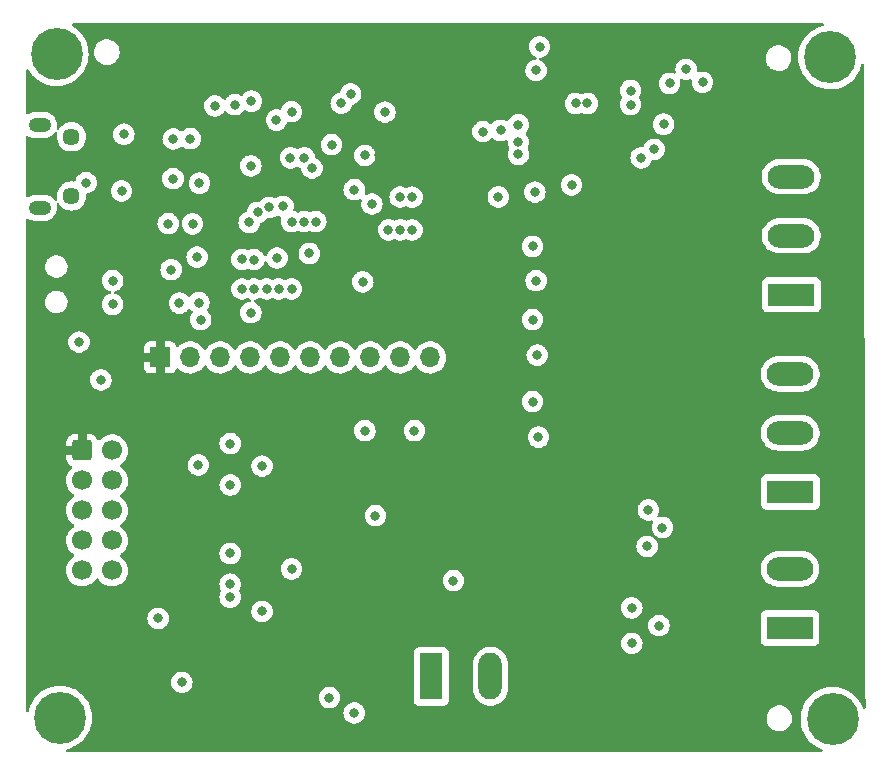
<source format=gbr>
%TF.GenerationSoftware,KiCad,Pcbnew,(6.0.5)*%
%TF.CreationDate,2022-05-23T22:17:39-04:00*%
%TF.ProjectId,HVAC_STM32_Motor_Controller,48564143-5f53-4544-9d33-325f4d6f746f,rev?*%
%TF.SameCoordinates,Original*%
%TF.FileFunction,Copper,L3,Inr*%
%TF.FilePolarity,Positive*%
%FSLAX46Y46*%
G04 Gerber Fmt 4.6, Leading zero omitted, Abs format (unit mm)*
G04 Created by KiCad (PCBNEW (6.0.5)) date 2022-05-23 22:17:39*
%MOMM*%
%LPD*%
G01*
G04 APERTURE LIST*
G04 Aperture macros list*
%AMRoundRect*
0 Rectangle with rounded corners*
0 $1 Rounding radius*
0 $2 $3 $4 $5 $6 $7 $8 $9 X,Y pos of 4 corners*
0 Add a 4 corners polygon primitive as box body*
4,1,4,$2,$3,$4,$5,$6,$7,$8,$9,$2,$3,0*
0 Add four circle primitives for the rounded corners*
1,1,$1+$1,$2,$3*
1,1,$1+$1,$4,$5*
1,1,$1+$1,$6,$7*
1,1,$1+$1,$8,$9*
0 Add four rect primitives between the rounded corners*
20,1,$1+$1,$2,$3,$4,$5,0*
20,1,$1+$1,$4,$5,$6,$7,0*
20,1,$1+$1,$6,$7,$8,$9,0*
20,1,$1+$1,$8,$9,$2,$3,0*%
G04 Aperture macros list end*
%TA.AperFunction,ComponentPad*%
%ADD10RoundRect,0.250000X-0.600000X-0.600000X0.600000X-0.600000X0.600000X0.600000X-0.600000X0.600000X0*%
%TD*%
%TA.AperFunction,ComponentPad*%
%ADD11C,1.700000*%
%TD*%
%TA.AperFunction,ComponentPad*%
%ADD12C,4.400000*%
%TD*%
%TA.AperFunction,ComponentPad*%
%ADD13R,3.960000X1.980000*%
%TD*%
%TA.AperFunction,ComponentPad*%
%ADD14O,3.960000X1.980000*%
%TD*%
%TA.AperFunction,ComponentPad*%
%ADD15O,1.900000X1.200000*%
%TD*%
%TA.AperFunction,ComponentPad*%
%ADD16C,1.450000*%
%TD*%
%TA.AperFunction,ComponentPad*%
%ADD17R,1.980000X3.960000*%
%TD*%
%TA.AperFunction,ComponentPad*%
%ADD18O,1.980000X3.960000*%
%TD*%
%TA.AperFunction,ComponentPad*%
%ADD19R,1.700000X1.700000*%
%TD*%
%TA.AperFunction,ComponentPad*%
%ADD20O,1.700000X1.700000*%
%TD*%
%TA.AperFunction,ViaPad*%
%ADD21C,0.800000*%
%TD*%
G04 APERTURE END LIST*
D10*
%TO.N,+3V3*%
%TO.C,J1*%
X104972500Y-101370000D03*
D11*
%TO.N,SWDIO*%
X107512500Y-101370000D03*
%TO.N,GND*%
X104972500Y-103910000D03*
%TO.N,SWCLK*%
X107512500Y-103910000D03*
%TO.N,GND*%
X104972500Y-106450000D03*
%TO.N,SWO*%
X107512500Y-106450000D03*
%TO.N,unconnected-(J1-Pad7)*%
X104972500Y-108990000D03*
%TO.N,unconnected-(J1-Pad8)*%
X107512500Y-108990000D03*
%TO.N,GND*%
X104972500Y-111530000D03*
%TO.N,NRST*%
X107512500Y-111530000D03*
%TD*%
D12*
%TO.N,GND*%
%TO.C,H2*%
X168300000Y-68100000D03*
%TD*%
D13*
%TO.N,BUCK_FB*%
%TO.C,J9*%
X164900000Y-116400000D03*
D14*
%TO.N,GND*%
X164900000Y-111400000D03*
%TD*%
D15*
%TO.N,unconnected-(J5-Pad6)*%
%TO.C,J5*%
X101362500Y-80825000D03*
X101362500Y-73825000D03*
D16*
X104062500Y-79825000D03*
X104062500Y-74825000D03*
%TD*%
D12*
%TO.N,GND*%
%TO.C,H3*%
X168500000Y-124100000D03*
%TD*%
D17*
%TO.N,VM*%
%TO.C,J3*%
X134535000Y-120500000D03*
D18*
%TO.N,GND*%
X139535000Y-120500000D03*
%TD*%
D12*
%TO.N,GND*%
%TO.C,H4*%
X103100000Y-124000000D03*
%TD*%
D13*
%TO.N,HALL1*%
%TO.C,J4*%
X164920000Y-104890000D03*
D14*
%TO.N,HALL2*%
X164920000Y-99890000D03*
%TO.N,HALL3*%
X164920000Y-94890000D03*
%TD*%
D13*
%TO.N,MOUT1*%
%TO.C,J6*%
X165010000Y-88195000D03*
D14*
%TO.N,MOUT2*%
X165010000Y-83195000D03*
%TO.N,MOUT3*%
X165010000Y-78195000D03*
%TD*%
D19*
%TO.N,+3V3*%
%TO.C,J2*%
X111575000Y-93500000D03*
D20*
%TO.N,I2C1_SCL*%
X114115000Y-93500000D03*
%TO.N,I2C1_SDA*%
X116655000Y-93500000D03*
%TO.N,SPI2_SCK*%
X119195000Y-93500000D03*
%TO.N,SPI2_MISO*%
X121735000Y-93500000D03*
%TO.N,SPI2_MOSI*%
X124275000Y-93500000D03*
%TO.N,SPI2_NSS*%
X126815000Y-93500000D03*
%TO.N,UART1_TX*%
X129355000Y-93500000D03*
%TO.N,UART1_RX*%
X131895000Y-93500000D03*
%TO.N,GND*%
X134435000Y-93500000D03*
%TD*%
D12*
%TO.N,GND*%
%TO.C,H1*%
X102800000Y-67800000D03*
%TD*%
D21*
%TO.N,GND*%
X117500000Y-104300000D03*
X108300000Y-79400000D03*
X120200000Y-102700000D03*
X152900000Y-106400000D03*
X157500000Y-70200000D03*
X120200000Y-115000000D03*
X151400000Y-70900000D03*
X119300000Y-71800000D03*
X143300000Y-79500000D03*
X151500000Y-114700000D03*
X129800000Y-106900000D03*
X143400000Y-69200000D03*
X143100000Y-90300000D03*
X128900000Y-99700000D03*
X125900000Y-122300000D03*
X105300000Y-78700000D03*
X143100000Y-84100000D03*
X152800000Y-109500000D03*
X129500000Y-80500000D03*
X104700000Y-92200000D03*
X114800000Y-102600000D03*
X151500000Y-117700000D03*
X117500000Y-110100000D03*
X133100000Y-99700000D03*
X130600000Y-72724500D03*
X143700000Y-67200000D03*
X114700000Y-85000000D03*
X128724500Y-87100000D03*
X128900000Y-76400000D03*
X117900000Y-72100000D03*
X116200000Y-72200000D03*
X124200000Y-84700000D03*
X156100000Y-69100000D03*
X117500000Y-113800000D03*
X154700000Y-70300000D03*
X151400000Y-72100000D03*
X143100000Y-97237500D03*
X117500000Y-100800000D03*
X111400000Y-115600000D03*
X117500000Y-112700000D03*
X128000000Y-123600000D03*
X140200000Y-79900000D03*
X154100000Y-107900000D03*
X112249951Y-82174549D03*
X153800000Y-116200000D03*
%TO.N,+3V3*%
X130100000Y-76400000D03*
X115006425Y-76924500D03*
X128724500Y-84200000D03*
X111400000Y-118500000D03*
X115300000Y-74200000D03*
X134700000Y-102900000D03*
X105300000Y-83900000D03*
X113800000Y-125000000D03*
X134400000Y-97000000D03*
X137800000Y-89600000D03*
X132600000Y-102800000D03*
X115700000Y-82200000D03*
X137700000Y-83600000D03*
X127700000Y-88500000D03*
X122500000Y-90000000D03*
X112800000Y-123700000D03*
X137100000Y-97837500D03*
%TO.N,BUCK_FB*%
X113400000Y-121000000D03*
X122700000Y-111400000D03*
%TO.N,+5VD*%
X108500000Y-74600000D03*
X136400000Y-112400000D03*
%TO.N,SWDIO*%
X107550000Y-89000000D03*
X107550000Y-87000000D03*
%TO.N,SWCLK*%
X114850000Y-88850000D03*
X118500000Y-85200000D03*
X113200000Y-88900000D03*
X118500000Y-87700000D03*
%TO.N,SWO*%
X119112000Y-82075500D03*
X106550000Y-95400000D03*
%TO.N,NRST*%
X128000000Y-79300000D03*
%TO.N,I2C1_SDA*%
X120600498Y-87699989D03*
X121475500Y-85081513D03*
%TO.N,SPI2_SCK*%
X119250000Y-89700000D03*
X119250000Y-77275500D03*
%TO.N,SPI2_MISO*%
X112662299Y-78362299D03*
X112675500Y-75000000D03*
X114124500Y-74975500D03*
%TO.N,SPI2_MOSI*%
X123750000Y-82000000D03*
%TO.N,SPI2_NSS*%
X124749503Y-82000000D03*
%TO.N,UART1_TX*%
X121975500Y-80700000D03*
X121600000Y-87700000D03*
%TO.N,UART1_RX*%
X122700000Y-82000000D03*
X122700000Y-87700000D03*
%TO.N,HALL1*%
X114900000Y-78750011D03*
X112500000Y-86075500D03*
X114312299Y-82187701D03*
%TO.N,HALL2*%
X119512299Y-85212299D03*
X115000000Y-90300000D03*
X119500000Y-87700000D03*
%TO.N,HALL3*%
X120800000Y-80800000D03*
%TO.N,CSENS1*%
X152300000Y-76600000D03*
X143400000Y-87000000D03*
%TO.N,CSENS3*%
X154200000Y-73749500D03*
X143600000Y-100237500D03*
%TO.N,CSENS2*%
X143500000Y-93300000D03*
X153400000Y-75873179D03*
%TO.N,ADC1_IN1*%
X132895825Y-79927792D03*
X132900000Y-82700000D03*
X124430159Y-77469841D03*
X126087701Y-75487701D03*
%TO.N,PWM2*%
X140400000Y-74275500D03*
X123775500Y-76602762D03*
%TO.N,ADC1_IN3*%
X131900494Y-82700037D03*
X131884023Y-79914996D03*
%TO.N,PWM1*%
X146400000Y-78900000D03*
X122700000Y-72700000D03*
%TO.N,PWM1_EN*%
X122600000Y-76600000D03*
X138900000Y-74375500D03*
%TO.N,ADC1_IN11*%
X121412000Y-73400000D03*
X130900992Y-82700000D03*
%TO.N,DRV_nSLEEP*%
X126900000Y-71974500D03*
X146750000Y-72000498D03*
%TO.N,DRV_nRESET*%
X147750000Y-72000000D03*
X127700000Y-71200000D03*
%TO.N,PWM3*%
X141900000Y-73800000D03*
X141900000Y-75274980D03*
%TO.N,PWM2_EN*%
X141900000Y-76300000D03*
X119824500Y-81220583D03*
%TD*%
%TA.AperFunction,Conductor*%
%TO.N,+3V3*%
G36*
X167729364Y-65228502D02*
G01*
X167775857Y-65282158D01*
X167785961Y-65352432D01*
X167756467Y-65417012D01*
X167696741Y-65455396D01*
X167683230Y-65458567D01*
X167670291Y-65460860D01*
X167670287Y-65460861D01*
X167666557Y-65461522D01*
X167662941Y-65462624D01*
X167662933Y-65462626D01*
X167357789Y-65555627D01*
X167354167Y-65556731D01*
X167055477Y-65688781D01*
X166946144Y-65753827D01*
X166778074Y-65853817D01*
X166778068Y-65853821D01*
X166774814Y-65855757D01*
X166516244Y-66055243D01*
X166513534Y-66057911D01*
X166305113Y-66263084D01*
X166283513Y-66284347D01*
X166281149Y-66287314D01*
X166281146Y-66287317D01*
X166097920Y-66517251D01*
X166079991Y-66539751D01*
X165908626Y-66817757D01*
X165907037Y-66821204D01*
X165779449Y-67097966D01*
X165771902Y-67114336D01*
X165770741Y-67117940D01*
X165770741Y-67117941D01*
X165760694Y-67149140D01*
X165671797Y-67425192D01*
X165671079Y-67428903D01*
X165671078Y-67428907D01*
X165610482Y-67742105D01*
X165610481Y-67742114D01*
X165609763Y-67745824D01*
X165609496Y-67749600D01*
X165609495Y-67749605D01*
X165586966Y-68067796D01*
X165586698Y-68071585D01*
X165590418Y-68146305D01*
X165599363Y-68325981D01*
X165602936Y-68397759D01*
X165603577Y-68401490D01*
X165603578Y-68401498D01*
X165654748Y-68699289D01*
X165658241Y-68719619D01*
X165659329Y-68723258D01*
X165659330Y-68723261D01*
X165719315Y-68923834D01*
X165751814Y-69032504D01*
X165753327Y-69035975D01*
X165753329Y-69035981D01*
X165824469Y-69199201D01*
X165882297Y-69331881D01*
X165884220Y-69335152D01*
X165884222Y-69335156D01*
X165925985Y-69406197D01*
X166047802Y-69613414D01*
X166050103Y-69616429D01*
X166243631Y-69870012D01*
X166243636Y-69870017D01*
X166245931Y-69873025D01*
X166307931Y-69936670D01*
X166470737Y-70103794D01*
X166473814Y-70106953D01*
X166570249Y-70184627D01*
X166725196Y-70309431D01*
X166725201Y-70309435D01*
X166728149Y-70311809D01*
X167005253Y-70484627D01*
X167301112Y-70622903D01*
X167611440Y-70724634D01*
X167931742Y-70788346D01*
X167935514Y-70788633D01*
X167935522Y-70788634D01*
X168253602Y-70812829D01*
X168253607Y-70812829D01*
X168257379Y-70813116D01*
X168583633Y-70798586D01*
X168643425Y-70788634D01*
X168902037Y-70745590D01*
X168902042Y-70745589D01*
X168905778Y-70744967D01*
X169219149Y-70653034D01*
X169222616Y-70651544D01*
X169222620Y-70651543D01*
X169515721Y-70525616D01*
X169515723Y-70525615D01*
X169519205Y-70524119D01*
X169801601Y-70360091D01*
X170062245Y-70163324D01*
X170224274Y-70007128D01*
X170294632Y-69939303D01*
X170294635Y-69939300D01*
X170297363Y-69936670D01*
X170402969Y-69806953D01*
X170501155Y-69686351D01*
X170501158Y-69686347D01*
X170503549Y-69683410D01*
X170519488Y-69658148D01*
X170675788Y-69410428D01*
X170675790Y-69410425D01*
X170677815Y-69407215D01*
X170690611Y-69380207D01*
X170782695Y-69185839D01*
X170817638Y-69112084D01*
X170818840Y-69108482D01*
X170919790Y-68805897D01*
X170919792Y-68805891D01*
X170920992Y-68802293D01*
X170943598Y-68691676D01*
X170976833Y-68628943D01*
X171038711Y-68594135D01*
X171109585Y-68598306D01*
X171166953Y-68640133D01*
X171192601Y-68706335D01*
X171193045Y-68716683D01*
X171275024Y-114666109D01*
X171287699Y-121769887D01*
X171290109Y-123120968D01*
X171270228Y-123189125D01*
X171216656Y-123235713D01*
X171146400Y-123245942D01*
X171081767Y-123216565D01*
X171043776Y-123158556D01*
X171039406Y-123144482D01*
X171039404Y-123144478D01*
X171038282Y-123140863D01*
X170904670Y-122842869D01*
X170736226Y-122563084D01*
X170733899Y-122560100D01*
X170733894Y-122560093D01*
X170537726Y-122308558D01*
X170537724Y-122308556D01*
X170535390Y-122305563D01*
X170305070Y-122074034D01*
X170048603Y-121871852D01*
X169769705Y-121701945D01*
X169766261Y-121700379D01*
X169766257Y-121700377D01*
X169655667Y-121650095D01*
X169472414Y-121566775D01*
X169161037Y-121468300D01*
X168943492Y-121427390D01*
X168843809Y-121408645D01*
X168843807Y-121408645D01*
X168840086Y-121407945D01*
X168514208Y-121386586D01*
X168510428Y-121386794D01*
X168510427Y-121386794D01*
X168424919Y-121391500D01*
X168188124Y-121404532D01*
X168184397Y-121405193D01*
X168184393Y-121405193D01*
X168027340Y-121433027D01*
X167866557Y-121461522D01*
X167862941Y-121462624D01*
X167862933Y-121462626D01*
X167557789Y-121555627D01*
X167554167Y-121556731D01*
X167255477Y-121688781D01*
X167168387Y-121740594D01*
X166978074Y-121853817D01*
X166978068Y-121853821D01*
X166974814Y-121855757D01*
X166971812Y-121858073D01*
X166769840Y-122013894D01*
X166716244Y-122055243D01*
X166483513Y-122284347D01*
X166481149Y-122287314D01*
X166481146Y-122287317D01*
X166341084Y-122463084D01*
X166279991Y-122539751D01*
X166108626Y-122817757D01*
X166107037Y-122821204D01*
X165982606Y-123091118D01*
X165971902Y-123114336D01*
X165970741Y-123117940D01*
X165970741Y-123117941D01*
X165962194Y-123144482D01*
X165871797Y-123425192D01*
X165871079Y-123428903D01*
X165871078Y-123428907D01*
X165810482Y-123742105D01*
X165810481Y-123742114D01*
X165809763Y-123745824D01*
X165809496Y-123749600D01*
X165809495Y-123749605D01*
X165786966Y-124067796D01*
X165786698Y-124071585D01*
X165788461Y-124107001D01*
X165802354Y-124386060D01*
X165802936Y-124397759D01*
X165803577Y-124401490D01*
X165803578Y-124401498D01*
X165855264Y-124702293D01*
X165858241Y-124719619D01*
X165859329Y-124723258D01*
X165859330Y-124723261D01*
X165925317Y-124943903D01*
X165951814Y-125032504D01*
X165953327Y-125035975D01*
X165953329Y-125035981D01*
X165997544Y-125137426D01*
X166082297Y-125331881D01*
X166247802Y-125613414D01*
X166250103Y-125616429D01*
X166443631Y-125870012D01*
X166443636Y-125870017D01*
X166445931Y-125873025D01*
X166448575Y-125875739D01*
X166627839Y-126059758D01*
X166673814Y-126106953D01*
X166803996Y-126211809D01*
X166925196Y-126309431D01*
X166925201Y-126309435D01*
X166928149Y-126311809D01*
X167205253Y-126484627D01*
X167501112Y-126622903D01*
X167540918Y-126635952D01*
X167570864Y-126645769D01*
X167629364Y-126685996D01*
X167656830Y-126751465D01*
X167644540Y-126821390D01*
X167596397Y-126873570D01*
X167531614Y-126891500D01*
X103742516Y-126891500D01*
X103674395Y-126871498D01*
X103627902Y-126817842D01*
X103617798Y-126747568D01*
X103647292Y-126682988D01*
X103707046Y-126644595D01*
X103736507Y-126635952D01*
X104019149Y-126553034D01*
X104022616Y-126551544D01*
X104022620Y-126551543D01*
X104315721Y-126425616D01*
X104315723Y-126425615D01*
X104319205Y-126424119D01*
X104601601Y-126260091D01*
X104862245Y-126063324D01*
X105056835Y-125875739D01*
X105094632Y-125839303D01*
X105094635Y-125839300D01*
X105097363Y-125836670D01*
X105242530Y-125658360D01*
X105301155Y-125586351D01*
X105301158Y-125586347D01*
X105303549Y-125583410D01*
X105305570Y-125580207D01*
X105475788Y-125310428D01*
X105475790Y-125310425D01*
X105477815Y-125307215D01*
X105617638Y-125012084D01*
X105638213Y-124950413D01*
X105719790Y-124705897D01*
X105719792Y-124705891D01*
X105720992Y-124702293D01*
X105786381Y-124382329D01*
X105793197Y-124298535D01*
X105811347Y-124075377D01*
X105812856Y-124056826D01*
X105813451Y-124000000D01*
X105804847Y-123857273D01*
X105794026Y-123677793D01*
X105794026Y-123677789D01*
X105793798Y-123674015D01*
X105792197Y-123665244D01*
X105780281Y-123600000D01*
X127086496Y-123600000D01*
X127087186Y-123606565D01*
X127101823Y-123745824D01*
X127106458Y-123789928D01*
X127165473Y-123971556D01*
X127260960Y-124136944D01*
X127388747Y-124278866D01*
X127543248Y-124391118D01*
X127549276Y-124393802D01*
X127549278Y-124393803D01*
X127711681Y-124466109D01*
X127717712Y-124468794D01*
X127805867Y-124487532D01*
X127898056Y-124507128D01*
X127898061Y-124507128D01*
X127904513Y-124508500D01*
X128095487Y-124508500D01*
X128101939Y-124507128D01*
X128101944Y-124507128D01*
X128194133Y-124487532D01*
X128282288Y-124468794D01*
X128288319Y-124466109D01*
X128450722Y-124393803D01*
X128450724Y-124393802D01*
X128456752Y-124391118D01*
X128611253Y-124278866D01*
X128739040Y-124136944D01*
X128805698Y-124021489D01*
X162911227Y-124021489D01*
X162924263Y-124220380D01*
X162925684Y-124225976D01*
X162925685Y-124225981D01*
X162959980Y-124361016D01*
X162973326Y-124413564D01*
X162975743Y-124418807D01*
X163012265Y-124498029D01*
X163056772Y-124594573D01*
X163060105Y-124599289D01*
X163147720Y-124723261D01*
X163171807Y-124757344D01*
X163314578Y-124896425D01*
X163480304Y-125007160D01*
X163485607Y-125009438D01*
X163485610Y-125009440D01*
X163658128Y-125083559D01*
X163663435Y-125085839D01*
X163735516Y-125102149D01*
X163852201Y-125128553D01*
X163852207Y-125128554D01*
X163857838Y-125129828D01*
X163863609Y-125130055D01*
X163863611Y-125130055D01*
X163924556Y-125132449D01*
X164057001Y-125137653D01*
X164156959Y-125123160D01*
X164248535Y-125109883D01*
X164248540Y-125109882D01*
X164254256Y-125109053D01*
X164259728Y-125107195D01*
X164259730Y-125107195D01*
X164437532Y-125046839D01*
X164437534Y-125046838D01*
X164442996Y-125044984D01*
X164616899Y-124947594D01*
X164770143Y-124820143D01*
X164897594Y-124666899D01*
X164994984Y-124492996D01*
X165028600Y-124393969D01*
X165057195Y-124309730D01*
X165057195Y-124309728D01*
X165059053Y-124304256D01*
X165059882Y-124298540D01*
X165059883Y-124298535D01*
X165082600Y-124141852D01*
X165087653Y-124107001D01*
X165089146Y-124050000D01*
X165071966Y-123863033D01*
X165071437Y-123857273D01*
X165071436Y-123857270D01*
X165070908Y-123851519D01*
X165053538Y-123789928D01*
X165018373Y-123665244D01*
X165018372Y-123665242D01*
X165016805Y-123659685D01*
X165003746Y-123633202D01*
X164931205Y-123486104D01*
X164928650Y-123480923D01*
X164809393Y-123321219D01*
X164663030Y-123185922D01*
X164658147Y-123182841D01*
X164658143Y-123182838D01*
X164499346Y-123082645D01*
X164499341Y-123082643D01*
X164494462Y-123079564D01*
X164309334Y-123005705D01*
X164113847Y-122966820D01*
X164108072Y-122966744D01*
X164108068Y-122966744D01*
X164008588Y-122965442D01*
X163914547Y-122964211D01*
X163908850Y-122965190D01*
X163908849Y-122965190D01*
X163723805Y-122996987D01*
X163718108Y-122997966D01*
X163531111Y-123066953D01*
X163359816Y-123168862D01*
X163209961Y-123300281D01*
X163086565Y-123456809D01*
X163083876Y-123461920D01*
X163083874Y-123461923D01*
X163033401Y-123557857D01*
X162993760Y-123633202D01*
X162979914Y-123677793D01*
X162943146Y-123796206D01*
X162934654Y-123823554D01*
X162911227Y-124021489D01*
X128805698Y-124021489D01*
X128834527Y-123971556D01*
X128893542Y-123789928D01*
X128898178Y-123745824D01*
X128912814Y-123606565D01*
X128913504Y-123600000D01*
X128898028Y-123452751D01*
X128894232Y-123416635D01*
X128894232Y-123416633D01*
X128893542Y-123410072D01*
X128834527Y-123228444D01*
X128739040Y-123063056D01*
X128722312Y-123044477D01*
X128615675Y-122926045D01*
X128615674Y-122926044D01*
X128611253Y-122921134D01*
X128473712Y-122821204D01*
X128462094Y-122812763D01*
X128462093Y-122812762D01*
X128456752Y-122808882D01*
X128450724Y-122806198D01*
X128450722Y-122806197D01*
X128288319Y-122733891D01*
X128288318Y-122733891D01*
X128282288Y-122731206D01*
X128188887Y-122711353D01*
X128101944Y-122692872D01*
X128101939Y-122692872D01*
X128095487Y-122691500D01*
X127904513Y-122691500D01*
X127898061Y-122692872D01*
X127898056Y-122692872D01*
X127811113Y-122711353D01*
X127717712Y-122731206D01*
X127711682Y-122733891D01*
X127711681Y-122733891D01*
X127549278Y-122806197D01*
X127549276Y-122806198D01*
X127543248Y-122808882D01*
X127537907Y-122812762D01*
X127537906Y-122812763D01*
X127526288Y-122821204D01*
X127388747Y-122921134D01*
X127384326Y-122926044D01*
X127384325Y-122926045D01*
X127277689Y-123044477D01*
X127260960Y-123063056D01*
X127165473Y-123228444D01*
X127106458Y-123410072D01*
X127105768Y-123416633D01*
X127105768Y-123416635D01*
X127101972Y-123452751D01*
X127086496Y-123600000D01*
X105780281Y-123600000D01*
X105735805Y-123356473D01*
X105735804Y-123356469D01*
X105735125Y-123352751D01*
X105727722Y-123328907D01*
X105652681Y-123087237D01*
X105638282Y-123040863D01*
X105504670Y-122742869D01*
X105336226Y-122463084D01*
X105333899Y-122460100D01*
X105333894Y-122460093D01*
X105209040Y-122300000D01*
X124986496Y-122300000D01*
X124987186Y-122306565D01*
X125003979Y-122466337D01*
X125006458Y-122489928D01*
X125065473Y-122671556D01*
X125160960Y-122836944D01*
X125165378Y-122841851D01*
X125165379Y-122841852D01*
X125275620Y-122964287D01*
X125288747Y-122978866D01*
X125443248Y-123091118D01*
X125449276Y-123093802D01*
X125449278Y-123093803D01*
X125563106Y-123144482D01*
X125617712Y-123168794D01*
X125711112Y-123188647D01*
X125798056Y-123207128D01*
X125798061Y-123207128D01*
X125804513Y-123208500D01*
X125995487Y-123208500D01*
X126001939Y-123207128D01*
X126001944Y-123207128D01*
X126088888Y-123188647D01*
X126182288Y-123168794D01*
X126236894Y-123144482D01*
X126350722Y-123093803D01*
X126350724Y-123093802D01*
X126356752Y-123091118D01*
X126511253Y-122978866D01*
X126524380Y-122964287D01*
X126634621Y-122841852D01*
X126634622Y-122841851D01*
X126639040Y-122836944D01*
X126734527Y-122671556D01*
X126781128Y-122528134D01*
X133036500Y-122528134D01*
X133043255Y-122590316D01*
X133094385Y-122726705D01*
X133181739Y-122843261D01*
X133298295Y-122930615D01*
X133434684Y-122981745D01*
X133496866Y-122988500D01*
X135573134Y-122988500D01*
X135635316Y-122981745D01*
X135771705Y-122930615D01*
X135888261Y-122843261D01*
X135975615Y-122726705D01*
X136026745Y-122590316D01*
X136033500Y-122528134D01*
X136033500Y-121552469D01*
X138036500Y-121552469D01*
X138036712Y-121555042D01*
X138036712Y-121555053D01*
X138051131Y-121730432D01*
X138051132Y-121730438D01*
X138051555Y-121735583D01*
X138066179Y-121793803D01*
X138107400Y-121957911D01*
X138111584Y-121974570D01*
X138113642Y-121979303D01*
X138113643Y-121979306D01*
X138204089Y-122187317D01*
X138209840Y-122200544D01*
X138212644Y-122204878D01*
X138212646Y-122204882D01*
X138340874Y-122403092D01*
X138340879Y-122403098D01*
X138343685Y-122407436D01*
X138347165Y-122411261D01*
X138347167Y-122411263D01*
X138373089Y-122439751D01*
X138509523Y-122589690D01*
X138513574Y-122592889D01*
X138513578Y-122592893D01*
X138613184Y-122671556D01*
X138702901Y-122742410D01*
X138785682Y-122788108D01*
X138891165Y-122846338D01*
X138918625Y-122861497D01*
X139150903Y-122943750D01*
X139155995Y-122944657D01*
X139388407Y-122986057D01*
X139388411Y-122986057D01*
X139393495Y-122986963D01*
X139472914Y-122987933D01*
X139634718Y-122989910D01*
X139634720Y-122989910D01*
X139639888Y-122989973D01*
X139883464Y-122952701D01*
X140117682Y-122876147D01*
X140122270Y-122873759D01*
X140122274Y-122873757D01*
X140331663Y-122764756D01*
X140331664Y-122764755D01*
X140336252Y-122762367D01*
X140340385Y-122759264D01*
X140340388Y-122759262D01*
X140529168Y-122617521D01*
X140529170Y-122617519D01*
X140533303Y-122614416D01*
X140703545Y-122436269D01*
X140726177Y-122403092D01*
X140839485Y-122236989D01*
X140839488Y-122236984D01*
X140842404Y-122232709D01*
X140844580Y-122228020D01*
X140844584Y-122228014D01*
X140943975Y-122013894D01*
X140943977Y-122013889D01*
X140946152Y-122009203D01*
X140955161Y-121976720D01*
X141010623Y-121776726D01*
X141010623Y-121776725D01*
X141012002Y-121771753D01*
X141029939Y-121603914D01*
X141033144Y-121573929D01*
X141033144Y-121573921D01*
X141033500Y-121570594D01*
X141033500Y-119447531D01*
X141031736Y-119426071D01*
X141018869Y-119269568D01*
X141018868Y-119269562D01*
X141018445Y-119264417D01*
X140958416Y-119025430D01*
X140956357Y-119020694D01*
X140862220Y-118804193D01*
X140862218Y-118804190D01*
X140860160Y-118799456D01*
X140842389Y-118771986D01*
X140729126Y-118596908D01*
X140729121Y-118596902D01*
X140726315Y-118592564D01*
X140705935Y-118570166D01*
X140673570Y-118534598D01*
X140560477Y-118410310D01*
X140556426Y-118407111D01*
X140556422Y-118407107D01*
X140419357Y-118298861D01*
X140367099Y-118257590D01*
X140197416Y-118163919D01*
X140155906Y-118141004D01*
X140155903Y-118141003D01*
X140151375Y-118138503D01*
X139919097Y-118056250D01*
X139864457Y-118046517D01*
X139681593Y-118013943D01*
X139681589Y-118013943D01*
X139676505Y-118013037D01*
X139597086Y-118012067D01*
X139435282Y-118010090D01*
X139435280Y-118010090D01*
X139430112Y-118010027D01*
X139186536Y-118047299D01*
X138952318Y-118123853D01*
X138947730Y-118126241D01*
X138947726Y-118126243D01*
X138746056Y-118231226D01*
X138733748Y-118237633D01*
X138729615Y-118240736D01*
X138729612Y-118240738D01*
X138552185Y-118373955D01*
X138536697Y-118385584D01*
X138366455Y-118563731D01*
X138363541Y-118568003D01*
X138363540Y-118568004D01*
X138230515Y-118763011D01*
X138230512Y-118763016D01*
X138227596Y-118767291D01*
X138225420Y-118771980D01*
X138225416Y-118771986D01*
X138126025Y-118986106D01*
X138123848Y-118990797D01*
X138122468Y-118995775D01*
X138122466Y-118995779D01*
X138112854Y-119030441D01*
X138057998Y-119228247D01*
X138036500Y-119429406D01*
X138036500Y-121552469D01*
X136033500Y-121552469D01*
X136033500Y-118471866D01*
X136026745Y-118409684D01*
X135975615Y-118273295D01*
X135888261Y-118156739D01*
X135771705Y-118069385D01*
X135635316Y-118018255D01*
X135573134Y-118011500D01*
X133496866Y-118011500D01*
X133434684Y-118018255D01*
X133298295Y-118069385D01*
X133181739Y-118156739D01*
X133094385Y-118273295D01*
X133043255Y-118409684D01*
X133036500Y-118471866D01*
X133036500Y-122528134D01*
X126781128Y-122528134D01*
X126793542Y-122489928D01*
X126796022Y-122466337D01*
X126812814Y-122306565D01*
X126813504Y-122300000D01*
X126793542Y-122110072D01*
X126734527Y-121928444D01*
X126639040Y-121763056D01*
X126585789Y-121703914D01*
X126515675Y-121626045D01*
X126515674Y-121626044D01*
X126511253Y-121621134D01*
X126356752Y-121508882D01*
X126350724Y-121506198D01*
X126350722Y-121506197D01*
X126188319Y-121433891D01*
X126188318Y-121433891D01*
X126182288Y-121431206D01*
X126088887Y-121411353D01*
X126001944Y-121392872D01*
X126001939Y-121392872D01*
X125995487Y-121391500D01*
X125804513Y-121391500D01*
X125798061Y-121392872D01*
X125798056Y-121392872D01*
X125711113Y-121411353D01*
X125617712Y-121431206D01*
X125611682Y-121433891D01*
X125611681Y-121433891D01*
X125449278Y-121506197D01*
X125449276Y-121506198D01*
X125443248Y-121508882D01*
X125288747Y-121621134D01*
X125284326Y-121626044D01*
X125284325Y-121626045D01*
X125214212Y-121703914D01*
X125160960Y-121763056D01*
X125065473Y-121928444D01*
X125006458Y-122110072D01*
X124986496Y-122300000D01*
X105209040Y-122300000D01*
X105137726Y-122208558D01*
X105137724Y-122208556D01*
X105135390Y-122205563D01*
X104905070Y-121974034D01*
X104648603Y-121771852D01*
X104369705Y-121601945D01*
X104366261Y-121600379D01*
X104366257Y-121600377D01*
X104226743Y-121536944D01*
X104072414Y-121466775D01*
X103761037Y-121368300D01*
X103543492Y-121327390D01*
X103443809Y-121308645D01*
X103443807Y-121308645D01*
X103440086Y-121307945D01*
X103114208Y-121286586D01*
X103110428Y-121286794D01*
X103110427Y-121286794D01*
X103012897Y-121292162D01*
X102788124Y-121304532D01*
X102784397Y-121305193D01*
X102784393Y-121305193D01*
X102627341Y-121333027D01*
X102466557Y-121361522D01*
X102462941Y-121362624D01*
X102462933Y-121362626D01*
X102229107Y-121433891D01*
X102154167Y-121456731D01*
X101855477Y-121588781D01*
X101746144Y-121653827D01*
X101578074Y-121753817D01*
X101578068Y-121753821D01*
X101574814Y-121755757D01*
X101571812Y-121758073D01*
X101342834Y-121934729D01*
X101316244Y-121955243D01*
X101083513Y-122184347D01*
X101081149Y-122187314D01*
X101081146Y-122187317D01*
X101001460Y-122287317D01*
X100879991Y-122439751D01*
X100708626Y-122717757D01*
X100702426Y-122731206D01*
X100579449Y-122997966D01*
X100571902Y-123014336D01*
X100570741Y-123017940D01*
X100570741Y-123017941D01*
X100562196Y-123044477D01*
X100471797Y-123325192D01*
X100471079Y-123328903D01*
X100471078Y-123328907D01*
X100458206Y-123395439D01*
X100425628Y-123458520D01*
X100364118Y-123493974D01*
X100293204Y-123490546D01*
X100235402Y-123449322D01*
X100209062Y-123383393D01*
X100208500Y-123371505D01*
X100208500Y-121000000D01*
X112486496Y-121000000D01*
X112506458Y-121189928D01*
X112565473Y-121371556D01*
X112568776Y-121377278D01*
X112568777Y-121377279D01*
X112574271Y-121386794D01*
X112660960Y-121536944D01*
X112665378Y-121541851D01*
X112665379Y-121541852D01*
X112694261Y-121573929D01*
X112788747Y-121678866D01*
X112943248Y-121791118D01*
X112949276Y-121793802D01*
X112949278Y-121793803D01*
X113084073Y-121853817D01*
X113117712Y-121868794D01*
X113211112Y-121888647D01*
X113298056Y-121907128D01*
X113298061Y-121907128D01*
X113304513Y-121908500D01*
X113495487Y-121908500D01*
X113501939Y-121907128D01*
X113501944Y-121907128D01*
X113588888Y-121888647D01*
X113682288Y-121868794D01*
X113715927Y-121853817D01*
X113850722Y-121793803D01*
X113850724Y-121793802D01*
X113856752Y-121791118D01*
X114011253Y-121678866D01*
X114105739Y-121573929D01*
X114134621Y-121541852D01*
X114134622Y-121541851D01*
X114139040Y-121536944D01*
X114225729Y-121386794D01*
X114231223Y-121377279D01*
X114231224Y-121377278D01*
X114234527Y-121371556D01*
X114293542Y-121189928D01*
X114313504Y-121000000D01*
X114293542Y-120810072D01*
X114234527Y-120628444D01*
X114139040Y-120463056D01*
X114011253Y-120321134D01*
X113856752Y-120208882D01*
X113850724Y-120206198D01*
X113850722Y-120206197D01*
X113688319Y-120133891D01*
X113688318Y-120133891D01*
X113682288Y-120131206D01*
X113588887Y-120111353D01*
X113501944Y-120092872D01*
X113501939Y-120092872D01*
X113495487Y-120091500D01*
X113304513Y-120091500D01*
X113298061Y-120092872D01*
X113298056Y-120092872D01*
X113211113Y-120111353D01*
X113117712Y-120131206D01*
X113111682Y-120133891D01*
X113111681Y-120133891D01*
X112949278Y-120206197D01*
X112949276Y-120206198D01*
X112943248Y-120208882D01*
X112788747Y-120321134D01*
X112660960Y-120463056D01*
X112565473Y-120628444D01*
X112506458Y-120810072D01*
X112486496Y-121000000D01*
X100208500Y-121000000D01*
X100208500Y-117700000D01*
X150586496Y-117700000D01*
X150606458Y-117889928D01*
X150665473Y-118071556D01*
X150760960Y-118236944D01*
X150765378Y-118241851D01*
X150765379Y-118241852D01*
X150801261Y-118281703D01*
X150888747Y-118378866D01*
X151043248Y-118491118D01*
X151049276Y-118493802D01*
X151049278Y-118493803D01*
X151206340Y-118563731D01*
X151217712Y-118568794D01*
X151311113Y-118588647D01*
X151398056Y-118607128D01*
X151398061Y-118607128D01*
X151404513Y-118608500D01*
X151595487Y-118608500D01*
X151601939Y-118607128D01*
X151601944Y-118607128D01*
X151688887Y-118588647D01*
X151782288Y-118568794D01*
X151793660Y-118563731D01*
X151950722Y-118493803D01*
X151950724Y-118493802D01*
X151956752Y-118491118D01*
X152111253Y-118378866D01*
X152198739Y-118281703D01*
X152234621Y-118241852D01*
X152234622Y-118241851D01*
X152239040Y-118236944D01*
X152334527Y-118071556D01*
X152393542Y-117889928D01*
X152413504Y-117700000D01*
X152393542Y-117510072D01*
X152370168Y-117438134D01*
X162411500Y-117438134D01*
X162418255Y-117500316D01*
X162469385Y-117636705D01*
X162556739Y-117753261D01*
X162673295Y-117840615D01*
X162809684Y-117891745D01*
X162871866Y-117898500D01*
X166928134Y-117898500D01*
X166990316Y-117891745D01*
X167126705Y-117840615D01*
X167243261Y-117753261D01*
X167330615Y-117636705D01*
X167381745Y-117500316D01*
X167388500Y-117438134D01*
X167388500Y-115361866D01*
X167381745Y-115299684D01*
X167330615Y-115163295D01*
X167243261Y-115046739D01*
X167126705Y-114959385D01*
X166990316Y-114908255D01*
X166928134Y-114901500D01*
X162871866Y-114901500D01*
X162809684Y-114908255D01*
X162673295Y-114959385D01*
X162556739Y-115046739D01*
X162469385Y-115163295D01*
X162418255Y-115299684D01*
X162411500Y-115361866D01*
X162411500Y-117438134D01*
X152370168Y-117438134D01*
X152334527Y-117328444D01*
X152239040Y-117163056D01*
X152111253Y-117021134D01*
X151956752Y-116908882D01*
X151950724Y-116906198D01*
X151950722Y-116906197D01*
X151788319Y-116833891D01*
X151788318Y-116833891D01*
X151782288Y-116831206D01*
X151688887Y-116811353D01*
X151601944Y-116792872D01*
X151601939Y-116792872D01*
X151595487Y-116791500D01*
X151404513Y-116791500D01*
X151398061Y-116792872D01*
X151398056Y-116792872D01*
X151311113Y-116811353D01*
X151217712Y-116831206D01*
X151211682Y-116833891D01*
X151211681Y-116833891D01*
X151049278Y-116906197D01*
X151049276Y-116906198D01*
X151043248Y-116908882D01*
X150888747Y-117021134D01*
X150760960Y-117163056D01*
X150665473Y-117328444D01*
X150606458Y-117510072D01*
X150586496Y-117700000D01*
X100208500Y-117700000D01*
X100208500Y-115600000D01*
X110486496Y-115600000D01*
X110487186Y-115606565D01*
X110492608Y-115658148D01*
X110506458Y-115789928D01*
X110565473Y-115971556D01*
X110660960Y-116136944D01*
X110788747Y-116278866D01*
X110943248Y-116391118D01*
X110949276Y-116393802D01*
X110949278Y-116393803D01*
X111111681Y-116466109D01*
X111117712Y-116468794D01*
X111211112Y-116488647D01*
X111298056Y-116507128D01*
X111298061Y-116507128D01*
X111304513Y-116508500D01*
X111495487Y-116508500D01*
X111501939Y-116507128D01*
X111501944Y-116507128D01*
X111588888Y-116488647D01*
X111682288Y-116468794D01*
X111688319Y-116466109D01*
X111850722Y-116393803D01*
X111850724Y-116393802D01*
X111856752Y-116391118D01*
X112011253Y-116278866D01*
X112082264Y-116200000D01*
X152886496Y-116200000D01*
X152906458Y-116389928D01*
X152965473Y-116571556D01*
X153060960Y-116736944D01*
X153188747Y-116878866D01*
X153343248Y-116991118D01*
X153349276Y-116993802D01*
X153349278Y-116993803D01*
X153511681Y-117066109D01*
X153517712Y-117068794D01*
X153611113Y-117088647D01*
X153698056Y-117107128D01*
X153698061Y-117107128D01*
X153704513Y-117108500D01*
X153895487Y-117108500D01*
X153901939Y-117107128D01*
X153901944Y-117107128D01*
X153988887Y-117088647D01*
X154082288Y-117068794D01*
X154088319Y-117066109D01*
X154250722Y-116993803D01*
X154250724Y-116993802D01*
X154256752Y-116991118D01*
X154411253Y-116878866D01*
X154539040Y-116736944D01*
X154634527Y-116571556D01*
X154693542Y-116389928D01*
X154713504Y-116200000D01*
X154712814Y-116193435D01*
X154694232Y-116016635D01*
X154694232Y-116016633D01*
X154693542Y-116010072D01*
X154634527Y-115828444D01*
X154539040Y-115663056D01*
X154411253Y-115521134D01*
X154256752Y-115408882D01*
X154250724Y-115406198D01*
X154250722Y-115406197D01*
X154088319Y-115333891D01*
X154088318Y-115333891D01*
X154082288Y-115331206D01*
X153970949Y-115307540D01*
X153901944Y-115292872D01*
X153901939Y-115292872D01*
X153895487Y-115291500D01*
X153704513Y-115291500D01*
X153698061Y-115292872D01*
X153698056Y-115292872D01*
X153629051Y-115307540D01*
X153517712Y-115331206D01*
X153511682Y-115333891D01*
X153511681Y-115333891D01*
X153349278Y-115406197D01*
X153349276Y-115406198D01*
X153343248Y-115408882D01*
X153188747Y-115521134D01*
X153060960Y-115663056D01*
X152965473Y-115828444D01*
X152906458Y-116010072D01*
X152905768Y-116016633D01*
X152905768Y-116016635D01*
X152887186Y-116193435D01*
X152886496Y-116200000D01*
X112082264Y-116200000D01*
X112139040Y-116136944D01*
X112234527Y-115971556D01*
X112293542Y-115789928D01*
X112307393Y-115658148D01*
X112312814Y-115606565D01*
X112313504Y-115600000D01*
X112309942Y-115566109D01*
X112294232Y-115416635D01*
X112294232Y-115416633D01*
X112293542Y-115410072D01*
X112234527Y-115228444D01*
X112139040Y-115063056D01*
X112082264Y-115000000D01*
X119286496Y-115000000D01*
X119287186Y-115006565D01*
X119302904Y-115156109D01*
X119306458Y-115189928D01*
X119365473Y-115371556D01*
X119460960Y-115536944D01*
X119588747Y-115678866D01*
X119743248Y-115791118D01*
X119749276Y-115793802D01*
X119749278Y-115793803D01*
X119841200Y-115834729D01*
X119917712Y-115868794D01*
X120011113Y-115888647D01*
X120098056Y-115907128D01*
X120098061Y-115907128D01*
X120104513Y-115908500D01*
X120295487Y-115908500D01*
X120301939Y-115907128D01*
X120301944Y-115907128D01*
X120388887Y-115888647D01*
X120482288Y-115868794D01*
X120558800Y-115834729D01*
X120650722Y-115793803D01*
X120650724Y-115793802D01*
X120656752Y-115791118D01*
X120811253Y-115678866D01*
X120939040Y-115536944D01*
X121034527Y-115371556D01*
X121093542Y-115189928D01*
X121097097Y-115156109D01*
X121112814Y-115006565D01*
X121113504Y-115000000D01*
X121093542Y-114810072D01*
X121057777Y-114700000D01*
X150586496Y-114700000D01*
X150606458Y-114889928D01*
X150665473Y-115071556D01*
X150760960Y-115236944D01*
X150888747Y-115378866D01*
X151043248Y-115491118D01*
X151049276Y-115493802D01*
X151049278Y-115493803D01*
X151133332Y-115531226D01*
X151217712Y-115568794D01*
X151311113Y-115588647D01*
X151398056Y-115607128D01*
X151398061Y-115607128D01*
X151404513Y-115608500D01*
X151595487Y-115608500D01*
X151601939Y-115607128D01*
X151601944Y-115607128D01*
X151688887Y-115588647D01*
X151782288Y-115568794D01*
X151866668Y-115531226D01*
X151950722Y-115493803D01*
X151950724Y-115493802D01*
X151956752Y-115491118D01*
X152111253Y-115378866D01*
X152239040Y-115236944D01*
X152334527Y-115071556D01*
X152393542Y-114889928D01*
X152413504Y-114700000D01*
X152393542Y-114510072D01*
X152334527Y-114328444D01*
X152239040Y-114163056D01*
X152111253Y-114021134D01*
X151956752Y-113908882D01*
X151950724Y-113906198D01*
X151950722Y-113906197D01*
X151788319Y-113833891D01*
X151788318Y-113833891D01*
X151782288Y-113831206D01*
X151666362Y-113806565D01*
X151601944Y-113792872D01*
X151601939Y-113792872D01*
X151595487Y-113791500D01*
X151404513Y-113791500D01*
X151398061Y-113792872D01*
X151398056Y-113792872D01*
X151333638Y-113806565D01*
X151217712Y-113831206D01*
X151211682Y-113833891D01*
X151211681Y-113833891D01*
X151049278Y-113906197D01*
X151049276Y-113906198D01*
X151043248Y-113908882D01*
X150888747Y-114021134D01*
X150760960Y-114163056D01*
X150665473Y-114328444D01*
X150606458Y-114510072D01*
X150586496Y-114700000D01*
X121057777Y-114700000D01*
X121034527Y-114628444D01*
X120939040Y-114463056D01*
X120811253Y-114321134D01*
X120656752Y-114208882D01*
X120650724Y-114206198D01*
X120650722Y-114206197D01*
X120488319Y-114133891D01*
X120488318Y-114133891D01*
X120482288Y-114131206D01*
X120388888Y-114111353D01*
X120301944Y-114092872D01*
X120301939Y-114092872D01*
X120295487Y-114091500D01*
X120104513Y-114091500D01*
X120098061Y-114092872D01*
X120098056Y-114092872D01*
X120011112Y-114111353D01*
X119917712Y-114131206D01*
X119911682Y-114133891D01*
X119911681Y-114133891D01*
X119749278Y-114206197D01*
X119749276Y-114206198D01*
X119743248Y-114208882D01*
X119588747Y-114321134D01*
X119460960Y-114463056D01*
X119365473Y-114628444D01*
X119306458Y-114810072D01*
X119286496Y-115000000D01*
X112082264Y-115000000D01*
X112011253Y-114921134D01*
X111856752Y-114808882D01*
X111850724Y-114806198D01*
X111850722Y-114806197D01*
X111688319Y-114733891D01*
X111688318Y-114733891D01*
X111682288Y-114731206D01*
X111588887Y-114711353D01*
X111501944Y-114692872D01*
X111501939Y-114692872D01*
X111495487Y-114691500D01*
X111304513Y-114691500D01*
X111298061Y-114692872D01*
X111298056Y-114692872D01*
X111211113Y-114711353D01*
X111117712Y-114731206D01*
X111111682Y-114733891D01*
X111111681Y-114733891D01*
X110949278Y-114806197D01*
X110949276Y-114806198D01*
X110943248Y-114808882D01*
X110788747Y-114921134D01*
X110660960Y-115063056D01*
X110565473Y-115228444D01*
X110506458Y-115410072D01*
X110505768Y-115416633D01*
X110505768Y-115416635D01*
X110490058Y-115566109D01*
X110486496Y-115600000D01*
X100208500Y-115600000D01*
X100208500Y-113800000D01*
X116586496Y-113800000D01*
X116606458Y-113989928D01*
X116665473Y-114171556D01*
X116760960Y-114336944D01*
X116888747Y-114478866D01*
X117043248Y-114591118D01*
X117049276Y-114593802D01*
X117049278Y-114593803D01*
X117141200Y-114634729D01*
X117217712Y-114668794D01*
X117311112Y-114688647D01*
X117398056Y-114707128D01*
X117398061Y-114707128D01*
X117404513Y-114708500D01*
X117595487Y-114708500D01*
X117601939Y-114707128D01*
X117601944Y-114707128D01*
X117688888Y-114688647D01*
X117782288Y-114668794D01*
X117858800Y-114634729D01*
X117950722Y-114593803D01*
X117950724Y-114593802D01*
X117956752Y-114591118D01*
X118111253Y-114478866D01*
X118239040Y-114336944D01*
X118334527Y-114171556D01*
X118393542Y-113989928D01*
X118413504Y-113800000D01*
X118393542Y-113610072D01*
X118334527Y-113428444D01*
X118267875Y-113312999D01*
X118251137Y-113244005D01*
X118267875Y-113187000D01*
X118331223Y-113077279D01*
X118331224Y-113077278D01*
X118334527Y-113071556D01*
X118393542Y-112889928D01*
X118395046Y-112875623D01*
X118412814Y-112706565D01*
X118413504Y-112700000D01*
X118407895Y-112646632D01*
X118394232Y-112516635D01*
X118394232Y-112516633D01*
X118393542Y-112510072D01*
X118357777Y-112400000D01*
X135486496Y-112400000D01*
X135487186Y-112406565D01*
X135504211Y-112568545D01*
X135506458Y-112589928D01*
X135565473Y-112771556D01*
X135568776Y-112777278D01*
X135568777Y-112777279D01*
X135581418Y-112799174D01*
X135660960Y-112936944D01*
X135788747Y-113078866D01*
X135943248Y-113191118D01*
X135949276Y-113193802D01*
X135949278Y-113193803D01*
X136104824Y-113263056D01*
X136117712Y-113268794D01*
X136211113Y-113288647D01*
X136298056Y-113307128D01*
X136298061Y-113307128D01*
X136304513Y-113308500D01*
X136495487Y-113308500D01*
X136501939Y-113307128D01*
X136501944Y-113307128D01*
X136588888Y-113288647D01*
X136682288Y-113268794D01*
X136695176Y-113263056D01*
X136850722Y-113193803D01*
X136850724Y-113193802D01*
X136856752Y-113191118D01*
X137011253Y-113078866D01*
X137139040Y-112936944D01*
X137218582Y-112799174D01*
X137231223Y-112777279D01*
X137231224Y-112777278D01*
X137234527Y-112771556D01*
X137293542Y-112589928D01*
X137295790Y-112568545D01*
X137312814Y-112406565D01*
X137313504Y-112400000D01*
X137293542Y-112210072D01*
X137234527Y-112028444D01*
X137228313Y-112017680D01*
X137165498Y-111908882D01*
X137139040Y-111863056D01*
X137040287Y-111753379D01*
X137015675Y-111726045D01*
X137015674Y-111726044D01*
X137011253Y-111721134D01*
X136856752Y-111608882D01*
X136850724Y-111606198D01*
X136850722Y-111606197D01*
X136688319Y-111533891D01*
X136688318Y-111533891D01*
X136682288Y-111531206D01*
X136582532Y-111510002D01*
X136558473Y-111504888D01*
X162410027Y-111504888D01*
X162447299Y-111748464D01*
X162523853Y-111982682D01*
X162526241Y-111987270D01*
X162526243Y-111987274D01*
X162633755Y-112193803D01*
X162637633Y-112201252D01*
X162640736Y-112205385D01*
X162640738Y-112205388D01*
X162741050Y-112338990D01*
X162785584Y-112398303D01*
X162963731Y-112568545D01*
X162968003Y-112571459D01*
X162968004Y-112571460D01*
X163163011Y-112704485D01*
X163163016Y-112704488D01*
X163167291Y-112707404D01*
X163171980Y-112709580D01*
X163171986Y-112709584D01*
X163386106Y-112808975D01*
X163386111Y-112808977D01*
X163390797Y-112811152D01*
X163395775Y-112812532D01*
X163395779Y-112812534D01*
X163623274Y-112875623D01*
X163628247Y-112877002D01*
X163734864Y-112888396D01*
X163826071Y-112898144D01*
X163826079Y-112898144D01*
X163829406Y-112898500D01*
X165952469Y-112898500D01*
X165955042Y-112898288D01*
X165955053Y-112898288D01*
X166130432Y-112883869D01*
X166130438Y-112883868D01*
X166135583Y-112883445D01*
X166255077Y-112853430D01*
X166369559Y-112824675D01*
X166369563Y-112824674D01*
X166374570Y-112823416D01*
X166379303Y-112821358D01*
X166379306Y-112821357D01*
X166595807Y-112727220D01*
X166595810Y-112727218D01*
X166600544Y-112725160D01*
X166604878Y-112722356D01*
X166604882Y-112722354D01*
X166803092Y-112594126D01*
X166803098Y-112594121D01*
X166807436Y-112591315D01*
X166829257Y-112571460D01*
X166903462Y-112503938D01*
X166989690Y-112425477D01*
X166992889Y-112421426D01*
X166992893Y-112421422D01*
X167139205Y-112236157D01*
X167142410Y-112232099D01*
X167261497Y-112016375D01*
X167343750Y-111784097D01*
X167354091Y-111726045D01*
X167386057Y-111546593D01*
X167386057Y-111546589D01*
X167386963Y-111541505D01*
X167387933Y-111462086D01*
X167389910Y-111300282D01*
X167389910Y-111300280D01*
X167389973Y-111295112D01*
X167352701Y-111051536D01*
X167276147Y-110817318D01*
X167256131Y-110778866D01*
X167164756Y-110603337D01*
X167164755Y-110603336D01*
X167162367Y-110598748D01*
X167139207Y-110567901D01*
X167017521Y-110405832D01*
X167017519Y-110405830D01*
X167014416Y-110401697D01*
X166880117Y-110273357D01*
X166840006Y-110235026D01*
X166840005Y-110235025D01*
X166836269Y-110231455D01*
X166807994Y-110212167D01*
X166636989Y-110095515D01*
X166636984Y-110095512D01*
X166632709Y-110092596D01*
X166628020Y-110090420D01*
X166628014Y-110090416D01*
X166413894Y-109991025D01*
X166413889Y-109991023D01*
X166409203Y-109988848D01*
X166404225Y-109987468D01*
X166404221Y-109987466D01*
X166176726Y-109924377D01*
X166176725Y-109924377D01*
X166171753Y-109922998D01*
X166065136Y-109911604D01*
X165973929Y-109901856D01*
X165973921Y-109901856D01*
X165970594Y-109901500D01*
X163847531Y-109901500D01*
X163844958Y-109901712D01*
X163844947Y-109901712D01*
X163669568Y-109916131D01*
X163669562Y-109916132D01*
X163664417Y-109916555D01*
X163544923Y-109946570D01*
X163430441Y-109975325D01*
X163430437Y-109975326D01*
X163425430Y-109976584D01*
X163420697Y-109978642D01*
X163420694Y-109978643D01*
X163204193Y-110072780D01*
X163204190Y-110072782D01*
X163199456Y-110074840D01*
X163195122Y-110077644D01*
X163195118Y-110077646D01*
X162996908Y-110205874D01*
X162996902Y-110205879D01*
X162992564Y-110208685D01*
X162988739Y-110212165D01*
X162988737Y-110212167D01*
X162945048Y-110251921D01*
X162810310Y-110374523D01*
X162807111Y-110378574D01*
X162807107Y-110378578D01*
X162716844Y-110492872D01*
X162657590Y-110567901D01*
X162538503Y-110783625D01*
X162456250Y-111015903D01*
X162455343Y-111020995D01*
X162420494Y-111216635D01*
X162413037Y-111258495D01*
X162412841Y-111274570D01*
X162410191Y-111491500D01*
X162410027Y-111504888D01*
X136558473Y-111504888D01*
X136501944Y-111492872D01*
X136501939Y-111492872D01*
X136495487Y-111491500D01*
X136304513Y-111491500D01*
X136298061Y-111492872D01*
X136298056Y-111492872D01*
X136217468Y-111510002D01*
X136117712Y-111531206D01*
X136111682Y-111533891D01*
X136111681Y-111533891D01*
X135949278Y-111606197D01*
X135949276Y-111606198D01*
X135943248Y-111608882D01*
X135788747Y-111721134D01*
X135784326Y-111726044D01*
X135784325Y-111726045D01*
X135759714Y-111753379D01*
X135660960Y-111863056D01*
X135634502Y-111908882D01*
X135571688Y-112017680D01*
X135565473Y-112028444D01*
X135506458Y-112210072D01*
X135486496Y-112400000D01*
X118357777Y-112400000D01*
X118334527Y-112328444D01*
X118239040Y-112163056D01*
X118218127Y-112139829D01*
X118115675Y-112026045D01*
X118115674Y-112026044D01*
X118111253Y-112021134D01*
X118002131Y-111941852D01*
X117962094Y-111912763D01*
X117962093Y-111912762D01*
X117956752Y-111908882D01*
X117950724Y-111906198D01*
X117950722Y-111906197D01*
X117788319Y-111833891D01*
X117788318Y-111833891D01*
X117782288Y-111831206D01*
X117688887Y-111811353D01*
X117601944Y-111792872D01*
X117601939Y-111792872D01*
X117595487Y-111791500D01*
X117404513Y-111791500D01*
X117398061Y-111792872D01*
X117398056Y-111792872D01*
X117311112Y-111811353D01*
X117217712Y-111831206D01*
X117211682Y-111833891D01*
X117211681Y-111833891D01*
X117049278Y-111906197D01*
X117049276Y-111906198D01*
X117043248Y-111908882D01*
X117037907Y-111912762D01*
X117037906Y-111912763D01*
X116997869Y-111941852D01*
X116888747Y-112021134D01*
X116884326Y-112026044D01*
X116884325Y-112026045D01*
X116781874Y-112139829D01*
X116760960Y-112163056D01*
X116665473Y-112328444D01*
X116606458Y-112510072D01*
X116605768Y-112516633D01*
X116605768Y-112516635D01*
X116592105Y-112646632D01*
X116586496Y-112700000D01*
X116587186Y-112706565D01*
X116604955Y-112875623D01*
X116606458Y-112889928D01*
X116665473Y-113071556D01*
X116668776Y-113077278D01*
X116668777Y-113077279D01*
X116732125Y-113187000D01*
X116748863Y-113255995D01*
X116732125Y-113312999D01*
X116665473Y-113428444D01*
X116606458Y-113610072D01*
X116586496Y-113800000D01*
X100208500Y-113800000D01*
X100208500Y-111496695D01*
X103609751Y-111496695D01*
X103610048Y-111501848D01*
X103610048Y-111501851D01*
X103616443Y-111612763D01*
X103622610Y-111719715D01*
X103623747Y-111724761D01*
X103623748Y-111724767D01*
X103639097Y-111792872D01*
X103671722Y-111937639D01*
X103755766Y-112144616D01*
X103793007Y-112205388D01*
X103869791Y-112330688D01*
X103872487Y-112335088D01*
X104018750Y-112503938D01*
X104190626Y-112646632D01*
X104383500Y-112759338D01*
X104388325Y-112761180D01*
X104388326Y-112761181D01*
X104430483Y-112777279D01*
X104592192Y-112839030D01*
X104597260Y-112840061D01*
X104597263Y-112840062D01*
X104704517Y-112861883D01*
X104811097Y-112883567D01*
X104816272Y-112883757D01*
X104816274Y-112883757D01*
X105029173Y-112891564D01*
X105029177Y-112891564D01*
X105034337Y-112891753D01*
X105039457Y-112891097D01*
X105039459Y-112891097D01*
X105250788Y-112864025D01*
X105250789Y-112864025D01*
X105255916Y-112863368D01*
X105260866Y-112861883D01*
X105464929Y-112800661D01*
X105464934Y-112800659D01*
X105469884Y-112799174D01*
X105670494Y-112700896D01*
X105852360Y-112571173D01*
X106010596Y-112413489D01*
X106015572Y-112406565D01*
X106140953Y-112232077D01*
X106142276Y-112233028D01*
X106189145Y-112189857D01*
X106259080Y-112177625D01*
X106324526Y-112205144D01*
X106352375Y-112236994D01*
X106412487Y-112335088D01*
X106558750Y-112503938D01*
X106730626Y-112646632D01*
X106923500Y-112759338D01*
X106928325Y-112761180D01*
X106928326Y-112761181D01*
X106970483Y-112777279D01*
X107132192Y-112839030D01*
X107137260Y-112840061D01*
X107137263Y-112840062D01*
X107244517Y-112861883D01*
X107351097Y-112883567D01*
X107356272Y-112883757D01*
X107356274Y-112883757D01*
X107569173Y-112891564D01*
X107569177Y-112891564D01*
X107574337Y-112891753D01*
X107579457Y-112891097D01*
X107579459Y-112891097D01*
X107790788Y-112864025D01*
X107790789Y-112864025D01*
X107795916Y-112863368D01*
X107800866Y-112861883D01*
X108004929Y-112800661D01*
X108004934Y-112800659D01*
X108009884Y-112799174D01*
X108210494Y-112700896D01*
X108392360Y-112571173D01*
X108550596Y-112413489D01*
X108555572Y-112406565D01*
X108677935Y-112236277D01*
X108680953Y-112232077D01*
X108691829Y-112210072D01*
X108777636Y-112036453D01*
X108777637Y-112036451D01*
X108779930Y-112031811D01*
X108844870Y-111818069D01*
X108874029Y-111596590D01*
X108875656Y-111530000D01*
X108864968Y-111400000D01*
X121786496Y-111400000D01*
X121787186Y-111406565D01*
X121801369Y-111541505D01*
X121806458Y-111589928D01*
X121865473Y-111771556D01*
X121868776Y-111777278D01*
X121868777Y-111777279D01*
X121892327Y-111818069D01*
X121960960Y-111936944D01*
X121965378Y-111941851D01*
X121965379Y-111941852D01*
X122049006Y-112034729D01*
X122088747Y-112078866D01*
X122172655Y-112139829D01*
X122224677Y-112177625D01*
X122243248Y-112191118D01*
X122249276Y-112193802D01*
X122249278Y-112193803D01*
X122411681Y-112266109D01*
X122417712Y-112268794D01*
X122511112Y-112288647D01*
X122598056Y-112307128D01*
X122598061Y-112307128D01*
X122604513Y-112308500D01*
X122795487Y-112308500D01*
X122801939Y-112307128D01*
X122801944Y-112307128D01*
X122888888Y-112288647D01*
X122982288Y-112268794D01*
X122988319Y-112266109D01*
X123150722Y-112193803D01*
X123150724Y-112193802D01*
X123156752Y-112191118D01*
X123175324Y-112177625D01*
X123227345Y-112139829D01*
X123311253Y-112078866D01*
X123350994Y-112034729D01*
X123434621Y-111941852D01*
X123434622Y-111941851D01*
X123439040Y-111936944D01*
X123507673Y-111818069D01*
X123531223Y-111777279D01*
X123531224Y-111777278D01*
X123534527Y-111771556D01*
X123593542Y-111589928D01*
X123598632Y-111541505D01*
X123612814Y-111406565D01*
X123613504Y-111400000D01*
X123602480Y-111295112D01*
X123594232Y-111216635D01*
X123594232Y-111216633D01*
X123593542Y-111210072D01*
X123534527Y-111028444D01*
X123527287Y-111015903D01*
X123456792Y-110893803D01*
X123439040Y-110863056D01*
X123397858Y-110817318D01*
X123315675Y-110726045D01*
X123315674Y-110726044D01*
X123311253Y-110721134D01*
X123156752Y-110608882D01*
X123150724Y-110606198D01*
X123150722Y-110606197D01*
X122988319Y-110533891D01*
X122988318Y-110533891D01*
X122982288Y-110531206D01*
X122870902Y-110507530D01*
X122801944Y-110492872D01*
X122801939Y-110492872D01*
X122795487Y-110491500D01*
X122604513Y-110491500D01*
X122598061Y-110492872D01*
X122598056Y-110492872D01*
X122529098Y-110507530D01*
X122417712Y-110531206D01*
X122411682Y-110533891D01*
X122411681Y-110533891D01*
X122249278Y-110606197D01*
X122249276Y-110606198D01*
X122243248Y-110608882D01*
X122088747Y-110721134D01*
X122084326Y-110726044D01*
X122084325Y-110726045D01*
X122002143Y-110817318D01*
X121960960Y-110863056D01*
X121943208Y-110893803D01*
X121872714Y-111015903D01*
X121865473Y-111028444D01*
X121806458Y-111210072D01*
X121805768Y-111216633D01*
X121805768Y-111216635D01*
X121797520Y-111295112D01*
X121786496Y-111400000D01*
X108864968Y-111400000D01*
X108857352Y-111307361D01*
X108802931Y-111090702D01*
X108713854Y-110885840D01*
X108647728Y-110783625D01*
X108595322Y-110702617D01*
X108595320Y-110702614D01*
X108592514Y-110698277D01*
X108442170Y-110533051D01*
X108438119Y-110529852D01*
X108438115Y-110529848D01*
X108270914Y-110397800D01*
X108270910Y-110397798D01*
X108266859Y-110394598D01*
X108225553Y-110371796D01*
X108175584Y-110321364D01*
X108160812Y-110251921D01*
X108185928Y-110185516D01*
X108213280Y-110158909D01*
X108257103Y-110127650D01*
X108295867Y-110100000D01*
X116586496Y-110100000D01*
X116587186Y-110106565D01*
X116603226Y-110259174D01*
X116606458Y-110289928D01*
X116665473Y-110471556D01*
X116760960Y-110636944D01*
X116888747Y-110778866D01*
X117043248Y-110891118D01*
X117049276Y-110893802D01*
X117049278Y-110893803D01*
X117211681Y-110966109D01*
X117217712Y-110968794D01*
X117311112Y-110988647D01*
X117398056Y-111007128D01*
X117398061Y-111007128D01*
X117404513Y-111008500D01*
X117595487Y-111008500D01*
X117601939Y-111007128D01*
X117601944Y-111007128D01*
X117688888Y-110988647D01*
X117782288Y-110968794D01*
X117788319Y-110966109D01*
X117950722Y-110893803D01*
X117950724Y-110893802D01*
X117956752Y-110891118D01*
X118111253Y-110778866D01*
X118239040Y-110636944D01*
X118334527Y-110471556D01*
X118393542Y-110289928D01*
X118396775Y-110259174D01*
X118412814Y-110106565D01*
X118413504Y-110100000D01*
X118410643Y-110072780D01*
X118394232Y-109916635D01*
X118394232Y-109916633D01*
X118393542Y-109910072D01*
X118334527Y-109728444D01*
X118313531Y-109692077D01*
X118289155Y-109649857D01*
X118239040Y-109563056D01*
X118182265Y-109500000D01*
X151886496Y-109500000D01*
X151887186Y-109506565D01*
X151892608Y-109558148D01*
X151906458Y-109689928D01*
X151965473Y-109871556D01*
X152060960Y-110036944D01*
X152065378Y-110041851D01*
X152065379Y-110041852D01*
X152117736Y-110100000D01*
X152188747Y-110178866D01*
X152343248Y-110291118D01*
X152349276Y-110293802D01*
X152349278Y-110293803D01*
X152511681Y-110366109D01*
X152517712Y-110368794D01*
X152611112Y-110388647D01*
X152698056Y-110407128D01*
X152698061Y-110407128D01*
X152704513Y-110408500D01*
X152895487Y-110408500D01*
X152901939Y-110407128D01*
X152901944Y-110407128D01*
X152988887Y-110388647D01*
X153082288Y-110368794D01*
X153088319Y-110366109D01*
X153250722Y-110293803D01*
X153250724Y-110293802D01*
X153256752Y-110291118D01*
X153411253Y-110178866D01*
X153482264Y-110100000D01*
X153534621Y-110041852D01*
X153534622Y-110041851D01*
X153539040Y-110036944D01*
X153634527Y-109871556D01*
X153693542Y-109689928D01*
X153707393Y-109558148D01*
X153712814Y-109506565D01*
X153713504Y-109500000D01*
X153693542Y-109310072D01*
X153634527Y-109128444D01*
X153539040Y-108963056D01*
X153436026Y-108848647D01*
X153405308Y-108784640D01*
X153409612Y-108750046D01*
X153372737Y-108761640D01*
X153304248Y-108742939D01*
X153296294Y-108737611D01*
X153256752Y-108708882D01*
X153250724Y-108706198D01*
X153250722Y-108706197D01*
X153088319Y-108633891D01*
X153088318Y-108633891D01*
X153082288Y-108631206D01*
X152988887Y-108611353D01*
X152901944Y-108592872D01*
X152901939Y-108592872D01*
X152895487Y-108591500D01*
X152704513Y-108591500D01*
X152698061Y-108592872D01*
X152698056Y-108592872D01*
X152611113Y-108611353D01*
X152517712Y-108631206D01*
X152511682Y-108633891D01*
X152511681Y-108633891D01*
X152349278Y-108706197D01*
X152349276Y-108706198D01*
X152343248Y-108708882D01*
X152188747Y-108821134D01*
X152060960Y-108963056D01*
X151965473Y-109128444D01*
X151906458Y-109310072D01*
X151886496Y-109500000D01*
X118182265Y-109500000D01*
X118179071Y-109496453D01*
X118115675Y-109426045D01*
X118115674Y-109426044D01*
X118111253Y-109421134D01*
X117956752Y-109308882D01*
X117950724Y-109306198D01*
X117950722Y-109306197D01*
X117788319Y-109233891D01*
X117788318Y-109233891D01*
X117782288Y-109231206D01*
X117688888Y-109211353D01*
X117601944Y-109192872D01*
X117601939Y-109192872D01*
X117595487Y-109191500D01*
X117404513Y-109191500D01*
X117398061Y-109192872D01*
X117398056Y-109192872D01*
X117311112Y-109211353D01*
X117217712Y-109231206D01*
X117211682Y-109233891D01*
X117211681Y-109233891D01*
X117049278Y-109306197D01*
X117049276Y-109306198D01*
X117043248Y-109308882D01*
X116888747Y-109421134D01*
X116884326Y-109426044D01*
X116884325Y-109426045D01*
X116820930Y-109496453D01*
X116760960Y-109563056D01*
X116710845Y-109649857D01*
X116686470Y-109692077D01*
X116665473Y-109728444D01*
X116606458Y-109910072D01*
X116605768Y-109916633D01*
X116605768Y-109916635D01*
X116589357Y-110072780D01*
X116586496Y-110100000D01*
X108295867Y-110100000D01*
X108392360Y-110031173D01*
X108550596Y-109873489D01*
X108610094Y-109790689D01*
X108677935Y-109696277D01*
X108680953Y-109692077D01*
X108701820Y-109649857D01*
X108777636Y-109496453D01*
X108777637Y-109496451D01*
X108779930Y-109491811D01*
X108844870Y-109278069D01*
X108874029Y-109056590D01*
X108875656Y-108990000D01*
X108857352Y-108767361D01*
X108802931Y-108550702D01*
X108713854Y-108345840D01*
X108592514Y-108158277D01*
X108442170Y-107993051D01*
X108438119Y-107989852D01*
X108438115Y-107989848D01*
X108270914Y-107857800D01*
X108270910Y-107857798D01*
X108266859Y-107854598D01*
X108225553Y-107831796D01*
X108175584Y-107781364D01*
X108160812Y-107711921D01*
X108185928Y-107645516D01*
X108213280Y-107618909D01*
X108276303Y-107573955D01*
X108392360Y-107491173D01*
X108550596Y-107333489D01*
X108610094Y-107250689D01*
X108677935Y-107156277D01*
X108680953Y-107152077D01*
X108701820Y-107109857D01*
X108777636Y-106956453D01*
X108777637Y-106956451D01*
X108779930Y-106951811D01*
X108795671Y-106900000D01*
X128886496Y-106900000D01*
X128887186Y-106906565D01*
X128904261Y-107069020D01*
X128906458Y-107089928D01*
X128965473Y-107271556D01*
X128968776Y-107277278D01*
X128968777Y-107277279D01*
X128986803Y-107308500D01*
X129060960Y-107436944D01*
X129065378Y-107441851D01*
X129065379Y-107441852D01*
X129184325Y-107573955D01*
X129188747Y-107578866D01*
X129343248Y-107691118D01*
X129349276Y-107693802D01*
X129349278Y-107693803D01*
X129511681Y-107766109D01*
X129517712Y-107768794D01*
X129611112Y-107788647D01*
X129698056Y-107807128D01*
X129698061Y-107807128D01*
X129704513Y-107808500D01*
X129895487Y-107808500D01*
X129901939Y-107807128D01*
X129901944Y-107807128D01*
X129988887Y-107788647D01*
X130082288Y-107768794D01*
X130088319Y-107766109D01*
X130250722Y-107693803D01*
X130250724Y-107693802D01*
X130256752Y-107691118D01*
X130411253Y-107578866D01*
X130415675Y-107573955D01*
X130534621Y-107441852D01*
X130534622Y-107441851D01*
X130539040Y-107436944D01*
X130613197Y-107308500D01*
X130631223Y-107277279D01*
X130631224Y-107277278D01*
X130634527Y-107271556D01*
X130693542Y-107089928D01*
X130695740Y-107069020D01*
X130712814Y-106906565D01*
X130713504Y-106900000D01*
X130696485Y-106738069D01*
X130694232Y-106716635D01*
X130694232Y-106716633D01*
X130693542Y-106710072D01*
X130634527Y-106528444D01*
X130560370Y-106400000D01*
X151986496Y-106400000D01*
X152006458Y-106589928D01*
X152065473Y-106771556D01*
X152160960Y-106936944D01*
X152165378Y-106941851D01*
X152165379Y-106941852D01*
X152210082Y-106991500D01*
X152288747Y-107078866D01*
X152335402Y-107112763D01*
X152396281Y-107156994D01*
X152443248Y-107191118D01*
X152449276Y-107193802D01*
X152449278Y-107193803D01*
X152609799Y-107265271D01*
X152617712Y-107268794D01*
X152711113Y-107288647D01*
X152798056Y-107307128D01*
X152798061Y-107307128D01*
X152804513Y-107308500D01*
X152995487Y-107308500D01*
X153001939Y-107307128D01*
X153001944Y-107307128D01*
X153171172Y-107271157D01*
X153241963Y-107276559D01*
X153298595Y-107319376D01*
X153323089Y-107386014D01*
X153306488Y-107457404D01*
X153285261Y-107494171D01*
X153265473Y-107528444D01*
X153206458Y-107710072D01*
X153205768Y-107716633D01*
X153205768Y-107716635D01*
X153202615Y-107746638D01*
X153186496Y-107900000D01*
X153206458Y-108089928D01*
X153265473Y-108271556D01*
X153360960Y-108436944D01*
X153365378Y-108441851D01*
X153365379Y-108441852D01*
X153463974Y-108551353D01*
X153494692Y-108615360D01*
X153490388Y-108649954D01*
X153527263Y-108638360D01*
X153595752Y-108657061D01*
X153603706Y-108662389D01*
X153643248Y-108691118D01*
X153649276Y-108693802D01*
X153649278Y-108693803D01*
X153811681Y-108766109D01*
X153817712Y-108768794D01*
X153911113Y-108788647D01*
X153998056Y-108807128D01*
X153998061Y-108807128D01*
X154004513Y-108808500D01*
X154195487Y-108808500D01*
X154201939Y-108807128D01*
X154201944Y-108807128D01*
X154288888Y-108788647D01*
X154382288Y-108768794D01*
X154388319Y-108766109D01*
X154550722Y-108693803D01*
X154550724Y-108693802D01*
X154556752Y-108691118D01*
X154711253Y-108578866D01*
X154839040Y-108436944D01*
X154934527Y-108271556D01*
X154993542Y-108089928D01*
X155013504Y-107900000D01*
X154997385Y-107746638D01*
X154994232Y-107716635D01*
X154994232Y-107716633D01*
X154993542Y-107710072D01*
X154934527Y-107528444D01*
X154914740Y-107494171D01*
X154874190Y-107423938D01*
X154839040Y-107363056D01*
X154815703Y-107337137D01*
X154715675Y-107226045D01*
X154715674Y-107226044D01*
X154711253Y-107221134D01*
X154556752Y-107108882D01*
X154550724Y-107106198D01*
X154550722Y-107106197D01*
X154388319Y-107033891D01*
X154388318Y-107033891D01*
X154382288Y-107031206D01*
X154288887Y-107011353D01*
X154201944Y-106992872D01*
X154201939Y-106992872D01*
X154195487Y-106991500D01*
X154004513Y-106991500D01*
X153998061Y-106992872D01*
X153998056Y-106992872D01*
X153828828Y-107028843D01*
X153758037Y-107023441D01*
X153701405Y-106980624D01*
X153676911Y-106913986D01*
X153693512Y-106842596D01*
X153731223Y-106777279D01*
X153731224Y-106777278D01*
X153734527Y-106771556D01*
X153793542Y-106589928D01*
X153813504Y-106400000D01*
X153806543Y-106333767D01*
X153794232Y-106216635D01*
X153794232Y-106216633D01*
X153793542Y-106210072D01*
X153734527Y-106028444D01*
X153713990Y-105992872D01*
X153676613Y-105928134D01*
X162431500Y-105928134D01*
X162438255Y-105990316D01*
X162489385Y-106126705D01*
X162576739Y-106243261D01*
X162693295Y-106330615D01*
X162829684Y-106381745D01*
X162891866Y-106388500D01*
X166948134Y-106388500D01*
X167010316Y-106381745D01*
X167146705Y-106330615D01*
X167263261Y-106243261D01*
X167350615Y-106126705D01*
X167401745Y-105990316D01*
X167408500Y-105928134D01*
X167408500Y-103851866D01*
X167401745Y-103789684D01*
X167350615Y-103653295D01*
X167263261Y-103536739D01*
X167146705Y-103449385D01*
X167010316Y-103398255D01*
X166948134Y-103391500D01*
X162891866Y-103391500D01*
X162829684Y-103398255D01*
X162693295Y-103449385D01*
X162576739Y-103536739D01*
X162489385Y-103653295D01*
X162438255Y-103789684D01*
X162431500Y-103851866D01*
X162431500Y-105928134D01*
X153676613Y-105928134D01*
X153642341Y-105868774D01*
X153639040Y-105863056D01*
X153591800Y-105810590D01*
X153515675Y-105726045D01*
X153515674Y-105726044D01*
X153511253Y-105721134D01*
X153369683Y-105618277D01*
X153362094Y-105612763D01*
X153362093Y-105612762D01*
X153356752Y-105608882D01*
X153350724Y-105606198D01*
X153350722Y-105606197D01*
X153188319Y-105533891D01*
X153188318Y-105533891D01*
X153182288Y-105531206D01*
X153088887Y-105511353D01*
X153001944Y-105492872D01*
X153001939Y-105492872D01*
X152995487Y-105491500D01*
X152804513Y-105491500D01*
X152798061Y-105492872D01*
X152798056Y-105492872D01*
X152711113Y-105511353D01*
X152617712Y-105531206D01*
X152611682Y-105533891D01*
X152611681Y-105533891D01*
X152449278Y-105606197D01*
X152449276Y-105606198D01*
X152443248Y-105608882D01*
X152437907Y-105612762D01*
X152437906Y-105612763D01*
X152430317Y-105618277D01*
X152288747Y-105721134D01*
X152284326Y-105726044D01*
X152284325Y-105726045D01*
X152208201Y-105810590D01*
X152160960Y-105863056D01*
X152157659Y-105868774D01*
X152086011Y-105992872D01*
X152065473Y-106028444D01*
X152006458Y-106210072D01*
X152005768Y-106216633D01*
X152005768Y-106216635D01*
X151993457Y-106333767D01*
X151986496Y-106400000D01*
X130560370Y-106400000D01*
X130539040Y-106363056D01*
X130504981Y-106325229D01*
X130415675Y-106226045D01*
X130415674Y-106226044D01*
X130411253Y-106221134D01*
X130256752Y-106108882D01*
X130250724Y-106106198D01*
X130250722Y-106106197D01*
X130088319Y-106033891D01*
X130088318Y-106033891D01*
X130082288Y-106031206D01*
X129985825Y-106010702D01*
X129901944Y-105992872D01*
X129901939Y-105992872D01*
X129895487Y-105991500D01*
X129704513Y-105991500D01*
X129698061Y-105992872D01*
X129698056Y-105992872D01*
X129614175Y-106010702D01*
X129517712Y-106031206D01*
X129511682Y-106033891D01*
X129511681Y-106033891D01*
X129349278Y-106106197D01*
X129349276Y-106106198D01*
X129343248Y-106108882D01*
X129188747Y-106221134D01*
X129184326Y-106226044D01*
X129184325Y-106226045D01*
X129095020Y-106325229D01*
X129060960Y-106363056D01*
X128965473Y-106528444D01*
X128906458Y-106710072D01*
X128905768Y-106716633D01*
X128905768Y-106716635D01*
X128903515Y-106738069D01*
X128886496Y-106900000D01*
X108795671Y-106900000D01*
X108844870Y-106738069D01*
X108874029Y-106516590D01*
X108875656Y-106450000D01*
X108857352Y-106227361D01*
X108802931Y-106010702D01*
X108713854Y-105805840D01*
X108592514Y-105618277D01*
X108442170Y-105453051D01*
X108438119Y-105449852D01*
X108438115Y-105449848D01*
X108270914Y-105317800D01*
X108270910Y-105317798D01*
X108266859Y-105314598D01*
X108225553Y-105291796D01*
X108175584Y-105241364D01*
X108160812Y-105171921D01*
X108185928Y-105105516D01*
X108213280Y-105078909D01*
X108257103Y-105047650D01*
X108392360Y-104951173D01*
X108550596Y-104793489D01*
X108610094Y-104710689D01*
X108677935Y-104616277D01*
X108680953Y-104612077D01*
X108701820Y-104569857D01*
X108777636Y-104416453D01*
X108777637Y-104416451D01*
X108779930Y-104411811D01*
X108813901Y-104300000D01*
X116586496Y-104300000D01*
X116587186Y-104306565D01*
X116598736Y-104416453D01*
X116606458Y-104489928D01*
X116665473Y-104671556D01*
X116760960Y-104836944D01*
X116765378Y-104841851D01*
X116765379Y-104841852D01*
X116884325Y-104973955D01*
X116888747Y-104978866D01*
X116987843Y-105050864D01*
X117029179Y-105080896D01*
X117043248Y-105091118D01*
X117049276Y-105093802D01*
X117049278Y-105093803D01*
X117110620Y-105121114D01*
X117217712Y-105168794D01*
X117311113Y-105188647D01*
X117398056Y-105207128D01*
X117398061Y-105207128D01*
X117404513Y-105208500D01*
X117595487Y-105208500D01*
X117601939Y-105207128D01*
X117601944Y-105207128D01*
X117688887Y-105188647D01*
X117782288Y-105168794D01*
X117889380Y-105121114D01*
X117950722Y-105093803D01*
X117950724Y-105093802D01*
X117956752Y-105091118D01*
X117970822Y-105080896D01*
X118012157Y-105050864D01*
X118111253Y-104978866D01*
X118115675Y-104973955D01*
X118234621Y-104841852D01*
X118234622Y-104841851D01*
X118239040Y-104836944D01*
X118334527Y-104671556D01*
X118393542Y-104489928D01*
X118401265Y-104416453D01*
X118412814Y-104306565D01*
X118413504Y-104300000D01*
X118412814Y-104293435D01*
X118394232Y-104116635D01*
X118394232Y-104116633D01*
X118393542Y-104110072D01*
X118334527Y-103928444D01*
X118307627Y-103881851D01*
X118258949Y-103797540D01*
X118239040Y-103763056D01*
X118147782Y-103661703D01*
X118115675Y-103626045D01*
X118115674Y-103626044D01*
X118111253Y-103621134D01*
X117995094Y-103536739D01*
X117962094Y-103512763D01*
X117962093Y-103512762D01*
X117956752Y-103508882D01*
X117950724Y-103506198D01*
X117950722Y-103506197D01*
X117788319Y-103433891D01*
X117788318Y-103433891D01*
X117782288Y-103431206D01*
X117688888Y-103411353D01*
X117601944Y-103392872D01*
X117601939Y-103392872D01*
X117595487Y-103391500D01*
X117404513Y-103391500D01*
X117398061Y-103392872D01*
X117398056Y-103392872D01*
X117311112Y-103411353D01*
X117217712Y-103431206D01*
X117211682Y-103433891D01*
X117211681Y-103433891D01*
X117049278Y-103506197D01*
X117049276Y-103506198D01*
X117043248Y-103508882D01*
X117037907Y-103512762D01*
X117037906Y-103512763D01*
X117004906Y-103536739D01*
X116888747Y-103621134D01*
X116884326Y-103626044D01*
X116884325Y-103626045D01*
X116852219Y-103661703D01*
X116760960Y-103763056D01*
X116741051Y-103797540D01*
X116692374Y-103881851D01*
X116665473Y-103928444D01*
X116606458Y-104110072D01*
X116605768Y-104116633D01*
X116605768Y-104116635D01*
X116587186Y-104293435D01*
X116586496Y-104300000D01*
X108813901Y-104300000D01*
X108843365Y-104203023D01*
X108843365Y-104203021D01*
X108844870Y-104198069D01*
X108874029Y-103976590D01*
X108875052Y-103934729D01*
X108875574Y-103913365D01*
X108875574Y-103913361D01*
X108875656Y-103910000D01*
X108857352Y-103687361D01*
X108802931Y-103470702D01*
X108713854Y-103265840D01*
X108633643Y-103141852D01*
X108595322Y-103082617D01*
X108595320Y-103082614D01*
X108592514Y-103078277D01*
X108442170Y-102913051D01*
X108438116Y-102909849D01*
X108438115Y-102909848D01*
X108270914Y-102777800D01*
X108270910Y-102777798D01*
X108266859Y-102774598D01*
X108225553Y-102751796D01*
X108175584Y-102701364D01*
X108160812Y-102631921D01*
X108172885Y-102600000D01*
X113886496Y-102600000D01*
X113887186Y-102606565D01*
X113904585Y-102772104D01*
X113906458Y-102789928D01*
X113965473Y-102971556D01*
X114060960Y-103136944D01*
X114065378Y-103141851D01*
X114065379Y-103141852D01*
X114151000Y-103236944D01*
X114188747Y-103278866D01*
X114287843Y-103350864D01*
X114326385Y-103378866D01*
X114343248Y-103391118D01*
X114349276Y-103393802D01*
X114349278Y-103393803D01*
X114511333Y-103465954D01*
X114517712Y-103468794D01*
X114604479Y-103487237D01*
X114698056Y-103507128D01*
X114698061Y-103507128D01*
X114704513Y-103508500D01*
X114895487Y-103508500D01*
X114901939Y-103507128D01*
X114901944Y-103507128D01*
X114995521Y-103487237D01*
X115082288Y-103468794D01*
X115088667Y-103465954D01*
X115250722Y-103393803D01*
X115250724Y-103393802D01*
X115256752Y-103391118D01*
X115273616Y-103378866D01*
X115312157Y-103350864D01*
X115411253Y-103278866D01*
X115449000Y-103236944D01*
X115534621Y-103141852D01*
X115534622Y-103141851D01*
X115539040Y-103136944D01*
X115634527Y-102971556D01*
X115693542Y-102789928D01*
X115695416Y-102772104D01*
X115702994Y-102700000D01*
X119286496Y-102700000D01*
X119287186Y-102706565D01*
X119296608Y-102796206D01*
X119306458Y-102889928D01*
X119365473Y-103071556D01*
X119460960Y-103236944D01*
X119465378Y-103241851D01*
X119465379Y-103241852D01*
X119486978Y-103265840D01*
X119588747Y-103378866D01*
X119606644Y-103391869D01*
X119722055Y-103475720D01*
X119743248Y-103491118D01*
X119749276Y-103493802D01*
X119749278Y-103493803D01*
X119911681Y-103566109D01*
X119917712Y-103568794D01*
X120011112Y-103588647D01*
X120098056Y-103607128D01*
X120098061Y-103607128D01*
X120104513Y-103608500D01*
X120295487Y-103608500D01*
X120301939Y-103607128D01*
X120301944Y-103607128D01*
X120388888Y-103588647D01*
X120482288Y-103568794D01*
X120488319Y-103566109D01*
X120650722Y-103493803D01*
X120650724Y-103493802D01*
X120656752Y-103491118D01*
X120677946Y-103475720D01*
X120793356Y-103391869D01*
X120811253Y-103378866D01*
X120913022Y-103265840D01*
X120934621Y-103241852D01*
X120934622Y-103241851D01*
X120939040Y-103236944D01*
X121034527Y-103071556D01*
X121093542Y-102889928D01*
X121103393Y-102796206D01*
X121112814Y-102706565D01*
X121113504Y-102700000D01*
X121099183Y-102563739D01*
X121094232Y-102516635D01*
X121094232Y-102516633D01*
X121093542Y-102510072D01*
X121034527Y-102328444D01*
X120939040Y-102163056D01*
X120811253Y-102021134D01*
X120680375Y-101926045D01*
X120662094Y-101912763D01*
X120662093Y-101912762D01*
X120656752Y-101908882D01*
X120650724Y-101906198D01*
X120650722Y-101906197D01*
X120488319Y-101833891D01*
X120488318Y-101833891D01*
X120482288Y-101831206D01*
X120388888Y-101811353D01*
X120301944Y-101792872D01*
X120301939Y-101792872D01*
X120295487Y-101791500D01*
X120104513Y-101791500D01*
X120098061Y-101792872D01*
X120098056Y-101792872D01*
X120011112Y-101811353D01*
X119917712Y-101831206D01*
X119911682Y-101833891D01*
X119911681Y-101833891D01*
X119749278Y-101906197D01*
X119749276Y-101906198D01*
X119743248Y-101908882D01*
X119737907Y-101912762D01*
X119737906Y-101912763D01*
X119719625Y-101926045D01*
X119588747Y-102021134D01*
X119460960Y-102163056D01*
X119365473Y-102328444D01*
X119306458Y-102510072D01*
X119305768Y-102516633D01*
X119305768Y-102516635D01*
X119300817Y-102563739D01*
X119286496Y-102700000D01*
X115702994Y-102700000D01*
X115712814Y-102606565D01*
X115713504Y-102600000D01*
X115710640Y-102572751D01*
X115694232Y-102416635D01*
X115694232Y-102416633D01*
X115693542Y-102410072D01*
X115634527Y-102228444D01*
X115622495Y-102207603D01*
X115596775Y-102163056D01*
X115539040Y-102063056D01*
X115468413Y-101984616D01*
X115415675Y-101926045D01*
X115415674Y-101926044D01*
X115411253Y-101921134D01*
X115256752Y-101808882D01*
X115250724Y-101806198D01*
X115250722Y-101806197D01*
X115088319Y-101733891D01*
X115088318Y-101733891D01*
X115082288Y-101731206D01*
X114988887Y-101711353D01*
X114901944Y-101692872D01*
X114901939Y-101692872D01*
X114895487Y-101691500D01*
X114704513Y-101691500D01*
X114698061Y-101692872D01*
X114698056Y-101692872D01*
X114611113Y-101711353D01*
X114517712Y-101731206D01*
X114511682Y-101733891D01*
X114511681Y-101733891D01*
X114349278Y-101806197D01*
X114349276Y-101806198D01*
X114343248Y-101808882D01*
X114188747Y-101921134D01*
X114184326Y-101926044D01*
X114184325Y-101926045D01*
X114131588Y-101984616D01*
X114060960Y-102063056D01*
X114003225Y-102163056D01*
X113977506Y-102207603D01*
X113965473Y-102228444D01*
X113906458Y-102410072D01*
X113905768Y-102416633D01*
X113905768Y-102416635D01*
X113889360Y-102572751D01*
X113886496Y-102600000D01*
X108172885Y-102600000D01*
X108185928Y-102565516D01*
X108213280Y-102538909D01*
X108262509Y-102503794D01*
X108392360Y-102411173D01*
X108550596Y-102253489D01*
X108564077Y-102234729D01*
X108677935Y-102076277D01*
X108680953Y-102072077D01*
X108685412Y-102063056D01*
X108777636Y-101876453D01*
X108777637Y-101876451D01*
X108779930Y-101871811D01*
X108841195Y-101670166D01*
X108843365Y-101663023D01*
X108843365Y-101663021D01*
X108844870Y-101658069D01*
X108874029Y-101436590D01*
X108875213Y-101388144D01*
X108875574Y-101373365D01*
X108875574Y-101373361D01*
X108875656Y-101370000D01*
X108857352Y-101147361D01*
X108802931Y-100930702D01*
X108746100Y-100800000D01*
X116586496Y-100800000D01*
X116587186Y-100806565D01*
X116600761Y-100935720D01*
X116606458Y-100989928D01*
X116665473Y-101171556D01*
X116760960Y-101336944D01*
X116765378Y-101341851D01*
X116765379Y-101341852D01*
X116853669Y-101439908D01*
X116888747Y-101478866D01*
X117043248Y-101591118D01*
X117049276Y-101593802D01*
X117049278Y-101593803D01*
X117105872Y-101619000D01*
X117217712Y-101668794D01*
X117303933Y-101687121D01*
X117398056Y-101707128D01*
X117398061Y-101707128D01*
X117404513Y-101708500D01*
X117595487Y-101708500D01*
X117601939Y-101707128D01*
X117601944Y-101707128D01*
X117696067Y-101687121D01*
X117782288Y-101668794D01*
X117894128Y-101619000D01*
X117950722Y-101593803D01*
X117950724Y-101593802D01*
X117956752Y-101591118D01*
X118111253Y-101478866D01*
X118146331Y-101439908D01*
X118234621Y-101341852D01*
X118234622Y-101341851D01*
X118239040Y-101336944D01*
X118334527Y-101171556D01*
X118393542Y-100989928D01*
X118399240Y-100935720D01*
X118412814Y-100806565D01*
X118413504Y-100800000D01*
X118393542Y-100610072D01*
X118334527Y-100428444D01*
X118239040Y-100263056D01*
X118221941Y-100244065D01*
X118115675Y-100126045D01*
X118115674Y-100126044D01*
X118111253Y-100121134D01*
X118010004Y-100047572D01*
X117962094Y-100012763D01*
X117962093Y-100012762D01*
X117956752Y-100008882D01*
X117950724Y-100006198D01*
X117950722Y-100006197D01*
X117788319Y-99933891D01*
X117788318Y-99933891D01*
X117782288Y-99931206D01*
X117688888Y-99911353D01*
X117601944Y-99892872D01*
X117601939Y-99892872D01*
X117595487Y-99891500D01*
X117404513Y-99891500D01*
X117398061Y-99892872D01*
X117398056Y-99892872D01*
X117311112Y-99911353D01*
X117217712Y-99931206D01*
X117211682Y-99933891D01*
X117211681Y-99933891D01*
X117049278Y-100006197D01*
X117049276Y-100006198D01*
X117043248Y-100008882D01*
X117037907Y-100012762D01*
X117037906Y-100012763D01*
X116989996Y-100047572D01*
X116888747Y-100121134D01*
X116884326Y-100126044D01*
X116884325Y-100126045D01*
X116778060Y-100244065D01*
X116760960Y-100263056D01*
X116665473Y-100428444D01*
X116606458Y-100610072D01*
X116586496Y-100800000D01*
X108746100Y-100800000D01*
X108713854Y-100725840D01*
X108674406Y-100664862D01*
X108595322Y-100542617D01*
X108595320Y-100542614D01*
X108592514Y-100538277D01*
X108442170Y-100373051D01*
X108438119Y-100369852D01*
X108438115Y-100369848D01*
X108270914Y-100237800D01*
X108270910Y-100237798D01*
X108266859Y-100234598D01*
X108260224Y-100230935D01*
X108161181Y-100176261D01*
X108071289Y-100126638D01*
X108066420Y-100124914D01*
X108066416Y-100124912D01*
X107865587Y-100053795D01*
X107865583Y-100053794D01*
X107860712Y-100052069D01*
X107855619Y-100051162D01*
X107855616Y-100051161D01*
X107645873Y-100013800D01*
X107645867Y-100013799D01*
X107640784Y-100012894D01*
X107566952Y-100011992D01*
X107422581Y-100010228D01*
X107422579Y-100010228D01*
X107417411Y-100010165D01*
X107196591Y-100043955D01*
X106984256Y-100113357D01*
X106786107Y-100216507D01*
X106781974Y-100219610D01*
X106781971Y-100219612D01*
X106670589Y-100303240D01*
X106607465Y-100350635D01*
X106473152Y-100491185D01*
X106411630Y-100526614D01*
X106340717Y-100523157D01*
X106282931Y-100481911D01*
X106267960Y-100457586D01*
X106259741Y-100440042D01*
X106174437Y-100302193D01*
X106165401Y-100290792D01*
X106050671Y-100176261D01*
X106039260Y-100167249D01*
X105901257Y-100082184D01*
X105888076Y-100076037D01*
X105733790Y-100024862D01*
X105720414Y-100021995D01*
X105626062Y-100012328D01*
X105619645Y-100012000D01*
X105365615Y-100012000D01*
X105350376Y-100016475D01*
X105349171Y-100017865D01*
X105347500Y-100025548D01*
X105347500Y-101619000D01*
X105327498Y-101687121D01*
X105273842Y-101733614D01*
X105221500Y-101745000D01*
X103632616Y-101745000D01*
X103617377Y-101749475D01*
X103616172Y-101750865D01*
X103614501Y-101758548D01*
X103614501Y-102017095D01*
X103614838Y-102023614D01*
X103624757Y-102119206D01*
X103627649Y-102132600D01*
X103679088Y-102286784D01*
X103685261Y-102299962D01*
X103770563Y-102437807D01*
X103779599Y-102449208D01*
X103894329Y-102563739D01*
X103905740Y-102572751D01*
X104043744Y-102657817D01*
X104059235Y-102665041D01*
X104112519Y-102711959D01*
X104131979Y-102780237D01*
X104111436Y-102848196D01*
X104081636Y-102879995D01*
X104077148Y-102883365D01*
X104067465Y-102890635D01*
X103913129Y-103052138D01*
X103787243Y-103236680D01*
X103771503Y-103270590D01*
X103712243Y-103398255D01*
X103693188Y-103439305D01*
X103633489Y-103654570D01*
X103609751Y-103876695D01*
X103610048Y-103881848D01*
X103610048Y-103881851D01*
X103615511Y-103976590D01*
X103622610Y-104099715D01*
X103623747Y-104104761D01*
X103623748Y-104104767D01*
X103624944Y-104110072D01*
X103671722Y-104317639D01*
X103755766Y-104524616D01*
X103806519Y-104607438D01*
X103869791Y-104710688D01*
X103872487Y-104715088D01*
X104018750Y-104883938D01*
X104190626Y-105026632D01*
X104261095Y-105067811D01*
X104263945Y-105069476D01*
X104312669Y-105121114D01*
X104325740Y-105190897D01*
X104299009Y-105256669D01*
X104258555Y-105290027D01*
X104246107Y-105296507D01*
X104241974Y-105299610D01*
X104241971Y-105299612D01*
X104217747Y-105317800D01*
X104067465Y-105430635D01*
X103913129Y-105592138D01*
X103910220Y-105596403D01*
X103910214Y-105596411D01*
X103897904Y-105614457D01*
X103787243Y-105776680D01*
X103693188Y-105979305D01*
X103633489Y-106194570D01*
X103609751Y-106416695D01*
X103610048Y-106421848D01*
X103610048Y-106421851D01*
X103615511Y-106516590D01*
X103622610Y-106639715D01*
X103623747Y-106644761D01*
X103623748Y-106644767D01*
X103637051Y-106703794D01*
X103671722Y-106857639D01*
X103755766Y-107064616D01*
X103806519Y-107147438D01*
X103869791Y-107250688D01*
X103872487Y-107255088D01*
X104018750Y-107423938D01*
X104190626Y-107566632D01*
X104203158Y-107573955D01*
X104263945Y-107609476D01*
X104312669Y-107661114D01*
X104325740Y-107730897D01*
X104299009Y-107796669D01*
X104258555Y-107830027D01*
X104246107Y-107836507D01*
X104241974Y-107839610D01*
X104241971Y-107839612D01*
X104161542Y-107900000D01*
X104067465Y-107970635D01*
X103913129Y-108132138D01*
X103787243Y-108316680D01*
X103771503Y-108350590D01*
X103731419Y-108436944D01*
X103693188Y-108519305D01*
X103633489Y-108734570D01*
X103609751Y-108956695D01*
X103610048Y-108961848D01*
X103610048Y-108961851D01*
X103615511Y-109056590D01*
X103622610Y-109179715D01*
X103623747Y-109184761D01*
X103623748Y-109184767D01*
X103625575Y-109192872D01*
X103671722Y-109397639D01*
X103755766Y-109604616D01*
X103804023Y-109683365D01*
X103869791Y-109790688D01*
X103872487Y-109795088D01*
X104018750Y-109963938D01*
X104112598Y-110041852D01*
X104173720Y-110092596D01*
X104190626Y-110106632D01*
X104261095Y-110147811D01*
X104263945Y-110149476D01*
X104312669Y-110201114D01*
X104325740Y-110270897D01*
X104299009Y-110336669D01*
X104258555Y-110370027D01*
X104246107Y-110376507D01*
X104241974Y-110379610D01*
X104241971Y-110379612D01*
X104203496Y-110408500D01*
X104067465Y-110510635D01*
X103913129Y-110672138D01*
X103787243Y-110856680D01*
X103770011Y-110893803D01*
X103699076Y-111046621D01*
X103693188Y-111059305D01*
X103633489Y-111274570D01*
X103609751Y-111496695D01*
X100208500Y-111496695D01*
X100208500Y-100976885D01*
X103614500Y-100976885D01*
X103618975Y-100992124D01*
X103620365Y-100993329D01*
X103628048Y-100995000D01*
X104579385Y-100995000D01*
X104594624Y-100990525D01*
X104595829Y-100989135D01*
X104597500Y-100981452D01*
X104597500Y-100030116D01*
X104593025Y-100014877D01*
X104591635Y-100013672D01*
X104583952Y-100012001D01*
X104325405Y-100012001D01*
X104318886Y-100012338D01*
X104223294Y-100022257D01*
X104209900Y-100025149D01*
X104055716Y-100076588D01*
X104042538Y-100082761D01*
X103904693Y-100168063D01*
X103893292Y-100177099D01*
X103778761Y-100291829D01*
X103769749Y-100303240D01*
X103684684Y-100441243D01*
X103678537Y-100454424D01*
X103627362Y-100608710D01*
X103624495Y-100622086D01*
X103614828Y-100716438D01*
X103614500Y-100722855D01*
X103614500Y-100976885D01*
X100208500Y-100976885D01*
X100208500Y-99700000D01*
X127986496Y-99700000D01*
X127987186Y-99706565D01*
X127995442Y-99785112D01*
X128006458Y-99889928D01*
X128065473Y-100071556D01*
X128160960Y-100236944D01*
X128165378Y-100241851D01*
X128165379Y-100241852D01*
X128219710Y-100302193D01*
X128288747Y-100378866D01*
X128365636Y-100434729D01*
X128430576Y-100481911D01*
X128443248Y-100491118D01*
X128449276Y-100493802D01*
X128449278Y-100493803D01*
X128540589Y-100534457D01*
X128617712Y-100568794D01*
X128711112Y-100588647D01*
X128798056Y-100607128D01*
X128798061Y-100607128D01*
X128804513Y-100608500D01*
X128995487Y-100608500D01*
X129001939Y-100607128D01*
X129001944Y-100607128D01*
X129088888Y-100588647D01*
X129182288Y-100568794D01*
X129259411Y-100534457D01*
X129350722Y-100493803D01*
X129350724Y-100493802D01*
X129356752Y-100491118D01*
X129369425Y-100481911D01*
X129434364Y-100434729D01*
X129511253Y-100378866D01*
X129580290Y-100302193D01*
X129634621Y-100241852D01*
X129634622Y-100241851D01*
X129639040Y-100236944D01*
X129734527Y-100071556D01*
X129793542Y-99889928D01*
X129804559Y-99785112D01*
X129812814Y-99706565D01*
X129813504Y-99700000D01*
X132186496Y-99700000D01*
X132187186Y-99706565D01*
X132195442Y-99785112D01*
X132206458Y-99889928D01*
X132265473Y-100071556D01*
X132360960Y-100236944D01*
X132365378Y-100241851D01*
X132365379Y-100241852D01*
X132419710Y-100302193D01*
X132488747Y-100378866D01*
X132565636Y-100434729D01*
X132630576Y-100481911D01*
X132643248Y-100491118D01*
X132649276Y-100493802D01*
X132649278Y-100493803D01*
X132740589Y-100534457D01*
X132817712Y-100568794D01*
X132911112Y-100588647D01*
X132998056Y-100607128D01*
X132998061Y-100607128D01*
X133004513Y-100608500D01*
X133195487Y-100608500D01*
X133201939Y-100607128D01*
X133201944Y-100607128D01*
X133288888Y-100588647D01*
X133382288Y-100568794D01*
X133459411Y-100534457D01*
X133550722Y-100493803D01*
X133550724Y-100493802D01*
X133556752Y-100491118D01*
X133569425Y-100481911D01*
X133634364Y-100434729D01*
X133711253Y-100378866D01*
X133780290Y-100302193D01*
X133834621Y-100241852D01*
X133834622Y-100241851D01*
X133838539Y-100237500D01*
X142686496Y-100237500D01*
X142706458Y-100427428D01*
X142765473Y-100609056D01*
X142860960Y-100774444D01*
X142865378Y-100779351D01*
X142865379Y-100779352D01*
X142883971Y-100800000D01*
X142988747Y-100916366D01*
X143072044Y-100976885D01*
X143093019Y-100992124D01*
X143143248Y-101028618D01*
X143149276Y-101031302D01*
X143149278Y-101031303D01*
X143311681Y-101103609D01*
X143317712Y-101106294D01*
X143411113Y-101126147D01*
X143498056Y-101144628D01*
X143498061Y-101144628D01*
X143504513Y-101146000D01*
X143695487Y-101146000D01*
X143701939Y-101144628D01*
X143701944Y-101144628D01*
X143788887Y-101126147D01*
X143882288Y-101106294D01*
X143888319Y-101103609D01*
X144050722Y-101031303D01*
X144050724Y-101031302D01*
X144056752Y-101028618D01*
X144106982Y-100992124D01*
X144127956Y-100976885D01*
X144211253Y-100916366D01*
X144316029Y-100800000D01*
X144334621Y-100779352D01*
X144334622Y-100779351D01*
X144339040Y-100774444D01*
X144434527Y-100609056D01*
X144493542Y-100427428D01*
X144513504Y-100237500D01*
X144511298Y-100216507D01*
X144494232Y-100054135D01*
X144494232Y-100054133D01*
X144493542Y-100047572D01*
X144476424Y-99994888D01*
X162430027Y-99994888D01*
X162467299Y-100238464D01*
X162543853Y-100472682D01*
X162546241Y-100477270D01*
X162546243Y-100477274D01*
X162655244Y-100686663D01*
X162657633Y-100691252D01*
X162660736Y-100695385D01*
X162660738Y-100695388D01*
X162744213Y-100806565D01*
X162805584Y-100888303D01*
X162983731Y-101058545D01*
X162988003Y-101061459D01*
X162988004Y-101061460D01*
X163183011Y-101194485D01*
X163183016Y-101194488D01*
X163187291Y-101197404D01*
X163191980Y-101199580D01*
X163191986Y-101199584D01*
X163406106Y-101298975D01*
X163406111Y-101298977D01*
X163410797Y-101301152D01*
X163415775Y-101302532D01*
X163415779Y-101302534D01*
X163643274Y-101365623D01*
X163648247Y-101367002D01*
X163754864Y-101378396D01*
X163846071Y-101388144D01*
X163846079Y-101388144D01*
X163849406Y-101388500D01*
X165972469Y-101388500D01*
X165975042Y-101388288D01*
X165975053Y-101388288D01*
X166150432Y-101373869D01*
X166150438Y-101373868D01*
X166155583Y-101373445D01*
X166301892Y-101336695D01*
X166389559Y-101314675D01*
X166389563Y-101314674D01*
X166394570Y-101313416D01*
X166399303Y-101311358D01*
X166399306Y-101311357D01*
X166615807Y-101217220D01*
X166615810Y-101217218D01*
X166620544Y-101215160D01*
X166624878Y-101212356D01*
X166624882Y-101212354D01*
X166823092Y-101084126D01*
X166823098Y-101084121D01*
X166827436Y-101081315D01*
X166849257Y-101061460D01*
X166922295Y-100995000D01*
X167009690Y-100915477D01*
X167012889Y-100911426D01*
X167012893Y-100911422D01*
X167159205Y-100726157D01*
X167162410Y-100722099D01*
X167265995Y-100534457D01*
X167278996Y-100510906D01*
X167278997Y-100510903D01*
X167281497Y-100506375D01*
X167363750Y-100274097D01*
X167390123Y-100126045D01*
X167406057Y-100036593D01*
X167406057Y-100036589D01*
X167406963Y-100031505D01*
X167408986Y-99865944D01*
X167409910Y-99790282D01*
X167409910Y-99790280D01*
X167409973Y-99785112D01*
X167372701Y-99541536D01*
X167296147Y-99307318D01*
X167182367Y-99088748D01*
X167159207Y-99057901D01*
X167037521Y-98895832D01*
X167037519Y-98895830D01*
X167034416Y-98891697D01*
X166931002Y-98792872D01*
X166860006Y-98725026D01*
X166860005Y-98725025D01*
X166856269Y-98721455D01*
X166827994Y-98702167D01*
X166656989Y-98585515D01*
X166656984Y-98585512D01*
X166652709Y-98582596D01*
X166648020Y-98580420D01*
X166648014Y-98580416D01*
X166433894Y-98481025D01*
X166433889Y-98481023D01*
X166429203Y-98478848D01*
X166424225Y-98477468D01*
X166424221Y-98477466D01*
X166196726Y-98414377D01*
X166196725Y-98414377D01*
X166191753Y-98412998D01*
X166085136Y-98401604D01*
X165993929Y-98391856D01*
X165993921Y-98391856D01*
X165990594Y-98391500D01*
X163867531Y-98391500D01*
X163864958Y-98391712D01*
X163864947Y-98391712D01*
X163689568Y-98406131D01*
X163689562Y-98406132D01*
X163684417Y-98406555D01*
X163564924Y-98436569D01*
X163450441Y-98465325D01*
X163450437Y-98465326D01*
X163445430Y-98466584D01*
X163440697Y-98468642D01*
X163440694Y-98468643D01*
X163224193Y-98562780D01*
X163224190Y-98562782D01*
X163219456Y-98564840D01*
X163215122Y-98567644D01*
X163215118Y-98567646D01*
X163016908Y-98695874D01*
X163016902Y-98695879D01*
X163012564Y-98698685D01*
X163008739Y-98702165D01*
X163008737Y-98702167D01*
X162954598Y-98751430D01*
X162830310Y-98864523D01*
X162827111Y-98868574D01*
X162827107Y-98868578D01*
X162718861Y-99005643D01*
X162677590Y-99057901D01*
X162558503Y-99273625D01*
X162476250Y-99505903D01*
X162475343Y-99510995D01*
X162442451Y-99695648D01*
X162433037Y-99748495D01*
X162432974Y-99753658D01*
X162431233Y-99896206D01*
X162430027Y-99994888D01*
X144476424Y-99994888D01*
X144434527Y-99865944D01*
X144339040Y-99700556D01*
X144211253Y-99558634D01*
X144056752Y-99446382D01*
X144050724Y-99443698D01*
X144050722Y-99443697D01*
X143888319Y-99371391D01*
X143888318Y-99371391D01*
X143882288Y-99368706D01*
X143788887Y-99348853D01*
X143701944Y-99330372D01*
X143701939Y-99330372D01*
X143695487Y-99329000D01*
X143504513Y-99329000D01*
X143498061Y-99330372D01*
X143498056Y-99330372D01*
X143411113Y-99348853D01*
X143317712Y-99368706D01*
X143311682Y-99371391D01*
X143311681Y-99371391D01*
X143149278Y-99443697D01*
X143149276Y-99443698D01*
X143143248Y-99446382D01*
X142988747Y-99558634D01*
X142860960Y-99700556D01*
X142765473Y-99865944D01*
X142706458Y-100047572D01*
X142705768Y-100054133D01*
X142705768Y-100054135D01*
X142688702Y-100216507D01*
X142686496Y-100237500D01*
X133838539Y-100237500D01*
X133839040Y-100236944D01*
X133934527Y-100071556D01*
X133993542Y-99889928D01*
X134004559Y-99785112D01*
X134012814Y-99706565D01*
X134013504Y-99700000D01*
X133996849Y-99541536D01*
X133994232Y-99516635D01*
X133994232Y-99516633D01*
X133993542Y-99510072D01*
X133934527Y-99328444D01*
X133905694Y-99278503D01*
X133842341Y-99168774D01*
X133839040Y-99163056D01*
X133711253Y-99021134D01*
X133556752Y-98908882D01*
X133550724Y-98906198D01*
X133550722Y-98906197D01*
X133388319Y-98833891D01*
X133388318Y-98833891D01*
X133382288Y-98831206D01*
X133288887Y-98811353D01*
X133201944Y-98792872D01*
X133201939Y-98792872D01*
X133195487Y-98791500D01*
X133004513Y-98791500D01*
X132998061Y-98792872D01*
X132998056Y-98792872D01*
X132911113Y-98811353D01*
X132817712Y-98831206D01*
X132811682Y-98833891D01*
X132811681Y-98833891D01*
X132649278Y-98906197D01*
X132649276Y-98906198D01*
X132643248Y-98908882D01*
X132488747Y-99021134D01*
X132360960Y-99163056D01*
X132357659Y-99168774D01*
X132294307Y-99278503D01*
X132265473Y-99328444D01*
X132206458Y-99510072D01*
X132205768Y-99516633D01*
X132205768Y-99516635D01*
X132203151Y-99541536D01*
X132186496Y-99700000D01*
X129813504Y-99700000D01*
X129796849Y-99541536D01*
X129794232Y-99516635D01*
X129794232Y-99516633D01*
X129793542Y-99510072D01*
X129734527Y-99328444D01*
X129705694Y-99278503D01*
X129642341Y-99168774D01*
X129639040Y-99163056D01*
X129511253Y-99021134D01*
X129356752Y-98908882D01*
X129350724Y-98906198D01*
X129350722Y-98906197D01*
X129188319Y-98833891D01*
X129188318Y-98833891D01*
X129182288Y-98831206D01*
X129088887Y-98811353D01*
X129001944Y-98792872D01*
X129001939Y-98792872D01*
X128995487Y-98791500D01*
X128804513Y-98791500D01*
X128798061Y-98792872D01*
X128798056Y-98792872D01*
X128711113Y-98811353D01*
X128617712Y-98831206D01*
X128611682Y-98833891D01*
X128611681Y-98833891D01*
X128449278Y-98906197D01*
X128449276Y-98906198D01*
X128443248Y-98908882D01*
X128288747Y-99021134D01*
X128160960Y-99163056D01*
X128157659Y-99168774D01*
X128094307Y-99278503D01*
X128065473Y-99328444D01*
X128006458Y-99510072D01*
X128005768Y-99516633D01*
X128005768Y-99516635D01*
X128003151Y-99541536D01*
X127986496Y-99700000D01*
X100208500Y-99700000D01*
X100208500Y-97237500D01*
X142186496Y-97237500D01*
X142206458Y-97427428D01*
X142265473Y-97609056D01*
X142360960Y-97774444D01*
X142488747Y-97916366D01*
X142643248Y-98028618D01*
X142649276Y-98031302D01*
X142649278Y-98031303D01*
X142811681Y-98103609D01*
X142817712Y-98106294D01*
X142911112Y-98126147D01*
X142998056Y-98144628D01*
X142998061Y-98144628D01*
X143004513Y-98146000D01*
X143195487Y-98146000D01*
X143201939Y-98144628D01*
X143201944Y-98144628D01*
X143288888Y-98126147D01*
X143382288Y-98106294D01*
X143388319Y-98103609D01*
X143550722Y-98031303D01*
X143550724Y-98031302D01*
X143556752Y-98028618D01*
X143711253Y-97916366D01*
X143839040Y-97774444D01*
X143934527Y-97609056D01*
X143993542Y-97427428D01*
X144013504Y-97237500D01*
X143993542Y-97047572D01*
X143934527Y-96865944D01*
X143839040Y-96700556D01*
X143711253Y-96558634D01*
X143556752Y-96446382D01*
X143550724Y-96443698D01*
X143550722Y-96443697D01*
X143388319Y-96371391D01*
X143388318Y-96371391D01*
X143382288Y-96368706D01*
X143288887Y-96348853D01*
X143201944Y-96330372D01*
X143201939Y-96330372D01*
X143195487Y-96329000D01*
X143004513Y-96329000D01*
X142998061Y-96330372D01*
X142998056Y-96330372D01*
X142911113Y-96348853D01*
X142817712Y-96368706D01*
X142811682Y-96371391D01*
X142811681Y-96371391D01*
X142649278Y-96443697D01*
X142649276Y-96443698D01*
X142643248Y-96446382D01*
X142488747Y-96558634D01*
X142360960Y-96700556D01*
X142265473Y-96865944D01*
X142206458Y-97047572D01*
X142186496Y-97237500D01*
X100208500Y-97237500D01*
X100208500Y-95400000D01*
X105636496Y-95400000D01*
X105637186Y-95406565D01*
X105648153Y-95510906D01*
X105656458Y-95589928D01*
X105715473Y-95771556D01*
X105810960Y-95936944D01*
X105815378Y-95941851D01*
X105815379Y-95941852D01*
X105934325Y-96073955D01*
X105938747Y-96078866D01*
X106093248Y-96191118D01*
X106099276Y-96193802D01*
X106099278Y-96193803D01*
X106140945Y-96212354D01*
X106267712Y-96268794D01*
X106361113Y-96288647D01*
X106448056Y-96307128D01*
X106448061Y-96307128D01*
X106454513Y-96308500D01*
X106645487Y-96308500D01*
X106651939Y-96307128D01*
X106651944Y-96307128D01*
X106738888Y-96288647D01*
X106832288Y-96268794D01*
X106959055Y-96212354D01*
X107000722Y-96193803D01*
X107000724Y-96193802D01*
X107006752Y-96191118D01*
X107161253Y-96078866D01*
X107165675Y-96073955D01*
X107284621Y-95941852D01*
X107284622Y-95941851D01*
X107289040Y-95936944D01*
X107384527Y-95771556D01*
X107443542Y-95589928D01*
X107451848Y-95510906D01*
X107462814Y-95406565D01*
X107463504Y-95400000D01*
X107462814Y-95393435D01*
X107444232Y-95216635D01*
X107444232Y-95216633D01*
X107443542Y-95210072D01*
X107384527Y-95028444D01*
X107365154Y-94994888D01*
X162430027Y-94994888D01*
X162467299Y-95238464D01*
X162543853Y-95472682D01*
X162546241Y-95477270D01*
X162546243Y-95477274D01*
X162604887Y-95589928D01*
X162657633Y-95691252D01*
X162660736Y-95695385D01*
X162660738Y-95695388D01*
X162713208Y-95765271D01*
X162805584Y-95888303D01*
X162983731Y-96058545D01*
X162988003Y-96061459D01*
X162988004Y-96061460D01*
X163183011Y-96194485D01*
X163183016Y-96194488D01*
X163187291Y-96197404D01*
X163191980Y-96199580D01*
X163191986Y-96199584D01*
X163406106Y-96298975D01*
X163406111Y-96298977D01*
X163410797Y-96301152D01*
X163415775Y-96302532D01*
X163415779Y-96302534D01*
X163643274Y-96365623D01*
X163648247Y-96367002D01*
X163754864Y-96378396D01*
X163846071Y-96388144D01*
X163846079Y-96388144D01*
X163849406Y-96388500D01*
X165972469Y-96388500D01*
X165975042Y-96388288D01*
X165975053Y-96388288D01*
X166150432Y-96373869D01*
X166150438Y-96373868D01*
X166155583Y-96373445D01*
X166275076Y-96343431D01*
X166389559Y-96314675D01*
X166389563Y-96314674D01*
X166394570Y-96313416D01*
X166399303Y-96311358D01*
X166399306Y-96311357D01*
X166615807Y-96217220D01*
X166615810Y-96217218D01*
X166620544Y-96215160D01*
X166624878Y-96212356D01*
X166624882Y-96212354D01*
X166823092Y-96084126D01*
X166823098Y-96084121D01*
X166827436Y-96081315D01*
X166849257Y-96061460D01*
X166980704Y-95941852D01*
X167009690Y-95915477D01*
X167012889Y-95911426D01*
X167012893Y-95911422D01*
X167159205Y-95726157D01*
X167162410Y-95722099D01*
X167281497Y-95506375D01*
X167363750Y-95274097D01*
X167406963Y-95031505D01*
X167409118Y-94855123D01*
X167409910Y-94790282D01*
X167409910Y-94790280D01*
X167409973Y-94785112D01*
X167372701Y-94541536D01*
X167296147Y-94307318D01*
X167241858Y-94203028D01*
X167184756Y-94093337D01*
X167184755Y-94093336D01*
X167182367Y-94088748D01*
X167159207Y-94057901D01*
X167037521Y-93895832D01*
X167037519Y-93895830D01*
X167034416Y-93891697D01*
X166856269Y-93721455D01*
X166827994Y-93702167D01*
X166656989Y-93585515D01*
X166656984Y-93585512D01*
X166652709Y-93582596D01*
X166648020Y-93580420D01*
X166648014Y-93580416D01*
X166433894Y-93481025D01*
X166433889Y-93481023D01*
X166429203Y-93478848D01*
X166424225Y-93477468D01*
X166424221Y-93477466D01*
X166196726Y-93414377D01*
X166196725Y-93414377D01*
X166191753Y-93412998D01*
X166085136Y-93401604D01*
X165993929Y-93391856D01*
X165993921Y-93391856D01*
X165990594Y-93391500D01*
X163867531Y-93391500D01*
X163864958Y-93391712D01*
X163864947Y-93391712D01*
X163689568Y-93406131D01*
X163689562Y-93406132D01*
X163684417Y-93406555D01*
X163564923Y-93436570D01*
X163450441Y-93465325D01*
X163450437Y-93465326D01*
X163445430Y-93466584D01*
X163440697Y-93468642D01*
X163440694Y-93468643D01*
X163224193Y-93562780D01*
X163224190Y-93562782D01*
X163219456Y-93564840D01*
X163215122Y-93567644D01*
X163215118Y-93567646D01*
X163016908Y-93695874D01*
X163016902Y-93695879D01*
X163012564Y-93698685D01*
X163008739Y-93702165D01*
X163008737Y-93702167D01*
X162954598Y-93751430D01*
X162830310Y-93864523D01*
X162827111Y-93868574D01*
X162827107Y-93868578D01*
X162796259Y-93907639D01*
X162677590Y-94057901D01*
X162659253Y-94091118D01*
X162595212Y-94207128D01*
X162558503Y-94273625D01*
X162476250Y-94505903D01*
X162475343Y-94510995D01*
X162438603Y-94717251D01*
X162433037Y-94748495D01*
X162430027Y-94994888D01*
X107365154Y-94994888D01*
X107362169Y-94989718D01*
X107292341Y-94868774D01*
X107289040Y-94863056D01*
X107262901Y-94834025D01*
X107165675Y-94726045D01*
X107165674Y-94726044D01*
X107161253Y-94721134D01*
X107006752Y-94608882D01*
X107000724Y-94606198D01*
X107000722Y-94606197D01*
X106838319Y-94533891D01*
X106838318Y-94533891D01*
X106832288Y-94531206D01*
X106737203Y-94510995D01*
X106651944Y-94492872D01*
X106651939Y-94492872D01*
X106645487Y-94491500D01*
X106454513Y-94491500D01*
X106448061Y-94492872D01*
X106448056Y-94492872D01*
X106362797Y-94510995D01*
X106267712Y-94531206D01*
X106261682Y-94533891D01*
X106261681Y-94533891D01*
X106099278Y-94606197D01*
X106099276Y-94606198D01*
X106093248Y-94608882D01*
X105938747Y-94721134D01*
X105934326Y-94726044D01*
X105934325Y-94726045D01*
X105837100Y-94834025D01*
X105810960Y-94863056D01*
X105807659Y-94868774D01*
X105737832Y-94989718D01*
X105715473Y-95028444D01*
X105656458Y-95210072D01*
X105655768Y-95216633D01*
X105655768Y-95216635D01*
X105637186Y-95393435D01*
X105636496Y-95400000D01*
X100208500Y-95400000D01*
X100208500Y-94394669D01*
X110217001Y-94394669D01*
X110217371Y-94401490D01*
X110222895Y-94452352D01*
X110226521Y-94467604D01*
X110271676Y-94588054D01*
X110280214Y-94603649D01*
X110356715Y-94705724D01*
X110369276Y-94718285D01*
X110471351Y-94794786D01*
X110486946Y-94803324D01*
X110607394Y-94848478D01*
X110622649Y-94852105D01*
X110673514Y-94857631D01*
X110680328Y-94858000D01*
X111181885Y-94858000D01*
X111197124Y-94853525D01*
X111198329Y-94852135D01*
X111200000Y-94844452D01*
X111200000Y-94839884D01*
X111950000Y-94839884D01*
X111954475Y-94855123D01*
X111955865Y-94856328D01*
X111963548Y-94857999D01*
X112469669Y-94857999D01*
X112476490Y-94857629D01*
X112527352Y-94852105D01*
X112542604Y-94848479D01*
X112663054Y-94803324D01*
X112678649Y-94794786D01*
X112780724Y-94718285D01*
X112793285Y-94705724D01*
X112869786Y-94603649D01*
X112878324Y-94588054D01*
X112919225Y-94478952D01*
X112961867Y-94422188D01*
X113028428Y-94397488D01*
X113097777Y-94412696D01*
X113132444Y-94440684D01*
X113157865Y-94470031D01*
X113157869Y-94470035D01*
X113161250Y-94473938D01*
X113333126Y-94616632D01*
X113526000Y-94729338D01*
X113734692Y-94809030D01*
X113739760Y-94810061D01*
X113739763Y-94810062D01*
X113847017Y-94831883D01*
X113953597Y-94853567D01*
X113958772Y-94853757D01*
X113958774Y-94853757D01*
X114171673Y-94861564D01*
X114171677Y-94861564D01*
X114176837Y-94861753D01*
X114181957Y-94861097D01*
X114181959Y-94861097D01*
X114393288Y-94834025D01*
X114393289Y-94834025D01*
X114398416Y-94833368D01*
X114403366Y-94831883D01*
X114607429Y-94770661D01*
X114607434Y-94770659D01*
X114612384Y-94769174D01*
X114812994Y-94670896D01*
X114994860Y-94541173D01*
X115002168Y-94533891D01*
X115095701Y-94440684D01*
X115153096Y-94383489D01*
X115283453Y-94202077D01*
X115284776Y-94203028D01*
X115331645Y-94159857D01*
X115401580Y-94147625D01*
X115467026Y-94175144D01*
X115494875Y-94206994D01*
X115554987Y-94305088D01*
X115701250Y-94473938D01*
X115873126Y-94616632D01*
X116066000Y-94729338D01*
X116274692Y-94809030D01*
X116279760Y-94810061D01*
X116279763Y-94810062D01*
X116387017Y-94831883D01*
X116493597Y-94853567D01*
X116498772Y-94853757D01*
X116498774Y-94853757D01*
X116711673Y-94861564D01*
X116711677Y-94861564D01*
X116716837Y-94861753D01*
X116721957Y-94861097D01*
X116721959Y-94861097D01*
X116933288Y-94834025D01*
X116933289Y-94834025D01*
X116938416Y-94833368D01*
X116943366Y-94831883D01*
X117147429Y-94770661D01*
X117147434Y-94770659D01*
X117152384Y-94769174D01*
X117352994Y-94670896D01*
X117534860Y-94541173D01*
X117542168Y-94533891D01*
X117635701Y-94440684D01*
X117693096Y-94383489D01*
X117823453Y-94202077D01*
X117824776Y-94203028D01*
X117871645Y-94159857D01*
X117941580Y-94147625D01*
X118007026Y-94175144D01*
X118034875Y-94206994D01*
X118094987Y-94305088D01*
X118241250Y-94473938D01*
X118413126Y-94616632D01*
X118606000Y-94729338D01*
X118814692Y-94809030D01*
X118819760Y-94810061D01*
X118819763Y-94810062D01*
X118927017Y-94831883D01*
X119033597Y-94853567D01*
X119038772Y-94853757D01*
X119038774Y-94853757D01*
X119251673Y-94861564D01*
X119251677Y-94861564D01*
X119256837Y-94861753D01*
X119261957Y-94861097D01*
X119261959Y-94861097D01*
X119473288Y-94834025D01*
X119473289Y-94834025D01*
X119478416Y-94833368D01*
X119483366Y-94831883D01*
X119687429Y-94770661D01*
X119687434Y-94770659D01*
X119692384Y-94769174D01*
X119892994Y-94670896D01*
X120074860Y-94541173D01*
X120082168Y-94533891D01*
X120175701Y-94440684D01*
X120233096Y-94383489D01*
X120363453Y-94202077D01*
X120364776Y-94203028D01*
X120411645Y-94159857D01*
X120481580Y-94147625D01*
X120547026Y-94175144D01*
X120574875Y-94206994D01*
X120634987Y-94305088D01*
X120781250Y-94473938D01*
X120953126Y-94616632D01*
X121146000Y-94729338D01*
X121354692Y-94809030D01*
X121359760Y-94810061D01*
X121359763Y-94810062D01*
X121467017Y-94831883D01*
X121573597Y-94853567D01*
X121578772Y-94853757D01*
X121578774Y-94853757D01*
X121791673Y-94861564D01*
X121791677Y-94861564D01*
X121796837Y-94861753D01*
X121801957Y-94861097D01*
X121801959Y-94861097D01*
X122013288Y-94834025D01*
X122013289Y-94834025D01*
X122018416Y-94833368D01*
X122023366Y-94831883D01*
X122227429Y-94770661D01*
X122227434Y-94770659D01*
X122232384Y-94769174D01*
X122432994Y-94670896D01*
X122614860Y-94541173D01*
X122622168Y-94533891D01*
X122715701Y-94440684D01*
X122773096Y-94383489D01*
X122903453Y-94202077D01*
X122904776Y-94203028D01*
X122951645Y-94159857D01*
X123021580Y-94147625D01*
X123087026Y-94175144D01*
X123114875Y-94206994D01*
X123174987Y-94305088D01*
X123321250Y-94473938D01*
X123493126Y-94616632D01*
X123686000Y-94729338D01*
X123894692Y-94809030D01*
X123899760Y-94810061D01*
X123899763Y-94810062D01*
X124007017Y-94831883D01*
X124113597Y-94853567D01*
X124118772Y-94853757D01*
X124118774Y-94853757D01*
X124331673Y-94861564D01*
X124331677Y-94861564D01*
X124336837Y-94861753D01*
X124341957Y-94861097D01*
X124341959Y-94861097D01*
X124553288Y-94834025D01*
X124553289Y-94834025D01*
X124558416Y-94833368D01*
X124563366Y-94831883D01*
X124767429Y-94770661D01*
X124767434Y-94770659D01*
X124772384Y-94769174D01*
X124972994Y-94670896D01*
X125154860Y-94541173D01*
X125162168Y-94533891D01*
X125255701Y-94440684D01*
X125313096Y-94383489D01*
X125443453Y-94202077D01*
X125444776Y-94203028D01*
X125491645Y-94159857D01*
X125561580Y-94147625D01*
X125627026Y-94175144D01*
X125654875Y-94206994D01*
X125714987Y-94305088D01*
X125861250Y-94473938D01*
X126033126Y-94616632D01*
X126226000Y-94729338D01*
X126434692Y-94809030D01*
X126439760Y-94810061D01*
X126439763Y-94810062D01*
X126547017Y-94831883D01*
X126653597Y-94853567D01*
X126658772Y-94853757D01*
X126658774Y-94853757D01*
X126871673Y-94861564D01*
X126871677Y-94861564D01*
X126876837Y-94861753D01*
X126881957Y-94861097D01*
X126881959Y-94861097D01*
X127093288Y-94834025D01*
X127093289Y-94834025D01*
X127098416Y-94833368D01*
X127103366Y-94831883D01*
X127307429Y-94770661D01*
X127307434Y-94770659D01*
X127312384Y-94769174D01*
X127512994Y-94670896D01*
X127694860Y-94541173D01*
X127702168Y-94533891D01*
X127795701Y-94440684D01*
X127853096Y-94383489D01*
X127983453Y-94202077D01*
X127984776Y-94203028D01*
X128031645Y-94159857D01*
X128101580Y-94147625D01*
X128167026Y-94175144D01*
X128194875Y-94206994D01*
X128254987Y-94305088D01*
X128401250Y-94473938D01*
X128573126Y-94616632D01*
X128766000Y-94729338D01*
X128974692Y-94809030D01*
X128979760Y-94810061D01*
X128979763Y-94810062D01*
X129087017Y-94831883D01*
X129193597Y-94853567D01*
X129198772Y-94853757D01*
X129198774Y-94853757D01*
X129411673Y-94861564D01*
X129411677Y-94861564D01*
X129416837Y-94861753D01*
X129421957Y-94861097D01*
X129421959Y-94861097D01*
X129633288Y-94834025D01*
X129633289Y-94834025D01*
X129638416Y-94833368D01*
X129643366Y-94831883D01*
X129847429Y-94770661D01*
X129847434Y-94770659D01*
X129852384Y-94769174D01*
X130052994Y-94670896D01*
X130234860Y-94541173D01*
X130242168Y-94533891D01*
X130335701Y-94440684D01*
X130393096Y-94383489D01*
X130523453Y-94202077D01*
X130524776Y-94203028D01*
X130571645Y-94159857D01*
X130641580Y-94147625D01*
X130707026Y-94175144D01*
X130734875Y-94206994D01*
X130794987Y-94305088D01*
X130941250Y-94473938D01*
X131113126Y-94616632D01*
X131306000Y-94729338D01*
X131514692Y-94809030D01*
X131519760Y-94810061D01*
X131519763Y-94810062D01*
X131627017Y-94831883D01*
X131733597Y-94853567D01*
X131738772Y-94853757D01*
X131738774Y-94853757D01*
X131951673Y-94861564D01*
X131951677Y-94861564D01*
X131956837Y-94861753D01*
X131961957Y-94861097D01*
X131961959Y-94861097D01*
X132173288Y-94834025D01*
X132173289Y-94834025D01*
X132178416Y-94833368D01*
X132183366Y-94831883D01*
X132387429Y-94770661D01*
X132387434Y-94770659D01*
X132392384Y-94769174D01*
X132592994Y-94670896D01*
X132774860Y-94541173D01*
X132782168Y-94533891D01*
X132875701Y-94440684D01*
X132933096Y-94383489D01*
X133063453Y-94202077D01*
X133064776Y-94203028D01*
X133111645Y-94159857D01*
X133181580Y-94147625D01*
X133247026Y-94175144D01*
X133274875Y-94206994D01*
X133334987Y-94305088D01*
X133481250Y-94473938D01*
X133653126Y-94616632D01*
X133846000Y-94729338D01*
X134054692Y-94809030D01*
X134059760Y-94810061D01*
X134059763Y-94810062D01*
X134167017Y-94831883D01*
X134273597Y-94853567D01*
X134278772Y-94853757D01*
X134278774Y-94853757D01*
X134491673Y-94861564D01*
X134491677Y-94861564D01*
X134496837Y-94861753D01*
X134501957Y-94861097D01*
X134501959Y-94861097D01*
X134713288Y-94834025D01*
X134713289Y-94834025D01*
X134718416Y-94833368D01*
X134723366Y-94831883D01*
X134927429Y-94770661D01*
X134927434Y-94770659D01*
X134932384Y-94769174D01*
X135132994Y-94670896D01*
X135314860Y-94541173D01*
X135322168Y-94533891D01*
X135415701Y-94440684D01*
X135473096Y-94383489D01*
X135603453Y-94202077D01*
X135619225Y-94170166D01*
X135700136Y-94006453D01*
X135700137Y-94006451D01*
X135702430Y-94001811D01*
X135767370Y-93788069D01*
X135796529Y-93566590D01*
X135798156Y-93500000D01*
X135781713Y-93300000D01*
X142586496Y-93300000D01*
X142587186Y-93306565D01*
X142597828Y-93407814D01*
X142606458Y-93489928D01*
X142665473Y-93671556D01*
X142760960Y-93836944D01*
X142765378Y-93841851D01*
X142765379Y-93841852D01*
X142813983Y-93895832D01*
X142888747Y-93978866D01*
X142920328Y-94001811D01*
X143003763Y-94062430D01*
X143043248Y-94091118D01*
X143049276Y-94093802D01*
X143049278Y-94093803D01*
X143170165Y-94147625D01*
X143217712Y-94168794D01*
X143311112Y-94188647D01*
X143398056Y-94207128D01*
X143398061Y-94207128D01*
X143404513Y-94208500D01*
X143595487Y-94208500D01*
X143601939Y-94207128D01*
X143601944Y-94207128D01*
X143688887Y-94188647D01*
X143782288Y-94168794D01*
X143829835Y-94147625D01*
X143950722Y-94093803D01*
X143950724Y-94093802D01*
X143956752Y-94091118D01*
X143996238Y-94062430D01*
X144079672Y-94001811D01*
X144111253Y-93978866D01*
X144186017Y-93895832D01*
X144234621Y-93841852D01*
X144234622Y-93841851D01*
X144239040Y-93836944D01*
X144334527Y-93671556D01*
X144393542Y-93489928D01*
X144402173Y-93407814D01*
X144412814Y-93306565D01*
X144413504Y-93300000D01*
X144395111Y-93125000D01*
X144394232Y-93116635D01*
X144394232Y-93116633D01*
X144393542Y-93110072D01*
X144334527Y-92928444D01*
X144239040Y-92763056D01*
X144157609Y-92672617D01*
X144115675Y-92626045D01*
X144115674Y-92626044D01*
X144111253Y-92621134D01*
X143956752Y-92508882D01*
X143950724Y-92506198D01*
X143950722Y-92506197D01*
X143788319Y-92433891D01*
X143788318Y-92433891D01*
X143782288Y-92431206D01*
X143688887Y-92411353D01*
X143601944Y-92392872D01*
X143601939Y-92392872D01*
X143595487Y-92391500D01*
X143404513Y-92391500D01*
X143398061Y-92392872D01*
X143398056Y-92392872D01*
X143311113Y-92411353D01*
X143217712Y-92431206D01*
X143211682Y-92433891D01*
X143211681Y-92433891D01*
X143049278Y-92506197D01*
X143049276Y-92506198D01*
X143043248Y-92508882D01*
X142888747Y-92621134D01*
X142884326Y-92626044D01*
X142884325Y-92626045D01*
X142842392Y-92672617D01*
X142760960Y-92763056D01*
X142665473Y-92928444D01*
X142606458Y-93110072D01*
X142605768Y-93116633D01*
X142605768Y-93116635D01*
X142604889Y-93125000D01*
X142586496Y-93300000D01*
X135781713Y-93300000D01*
X135779852Y-93277361D01*
X135725431Y-93060702D01*
X135636354Y-92855840D01*
X135596906Y-92794862D01*
X135517822Y-92672617D01*
X135517820Y-92672614D01*
X135515014Y-92668277D01*
X135364670Y-92503051D01*
X135360619Y-92499852D01*
X135360615Y-92499848D01*
X135193414Y-92367800D01*
X135193410Y-92367798D01*
X135189359Y-92364598D01*
X134993789Y-92256638D01*
X134988920Y-92254914D01*
X134988916Y-92254912D01*
X134788087Y-92183795D01*
X134788083Y-92183794D01*
X134783212Y-92182069D01*
X134778119Y-92181162D01*
X134778116Y-92181161D01*
X134568373Y-92143800D01*
X134568367Y-92143799D01*
X134563284Y-92142894D01*
X134489452Y-92141992D01*
X134345081Y-92140228D01*
X134345079Y-92140228D01*
X134339911Y-92140165D01*
X134119091Y-92173955D01*
X133906756Y-92243357D01*
X133708607Y-92346507D01*
X133704474Y-92349610D01*
X133704471Y-92349612D01*
X133595798Y-92431206D01*
X133529965Y-92480635D01*
X133526393Y-92484373D01*
X133399412Y-92617251D01*
X133375629Y-92642138D01*
X133268201Y-92799621D01*
X133213293Y-92844621D01*
X133142768Y-92852792D01*
X133079021Y-92821538D01*
X133058324Y-92797054D01*
X132977822Y-92672617D01*
X132977820Y-92672614D01*
X132975014Y-92668277D01*
X132824670Y-92503051D01*
X132820619Y-92499852D01*
X132820615Y-92499848D01*
X132653414Y-92367800D01*
X132653410Y-92367798D01*
X132649359Y-92364598D01*
X132453789Y-92256638D01*
X132448920Y-92254914D01*
X132448916Y-92254912D01*
X132248087Y-92183795D01*
X132248083Y-92183794D01*
X132243212Y-92182069D01*
X132238119Y-92181162D01*
X132238116Y-92181161D01*
X132028373Y-92143800D01*
X132028367Y-92143799D01*
X132023284Y-92142894D01*
X131949452Y-92141992D01*
X131805081Y-92140228D01*
X131805079Y-92140228D01*
X131799911Y-92140165D01*
X131579091Y-92173955D01*
X131366756Y-92243357D01*
X131168607Y-92346507D01*
X131164474Y-92349610D01*
X131164471Y-92349612D01*
X131055798Y-92431206D01*
X130989965Y-92480635D01*
X130986393Y-92484373D01*
X130859412Y-92617251D01*
X130835629Y-92642138D01*
X130728201Y-92799621D01*
X130673293Y-92844621D01*
X130602768Y-92852792D01*
X130539021Y-92821538D01*
X130518324Y-92797054D01*
X130437822Y-92672617D01*
X130437820Y-92672614D01*
X130435014Y-92668277D01*
X130284670Y-92503051D01*
X130280619Y-92499852D01*
X130280615Y-92499848D01*
X130113414Y-92367800D01*
X130113410Y-92367798D01*
X130109359Y-92364598D01*
X129913789Y-92256638D01*
X129908920Y-92254914D01*
X129908916Y-92254912D01*
X129708087Y-92183795D01*
X129708083Y-92183794D01*
X129703212Y-92182069D01*
X129698119Y-92181162D01*
X129698116Y-92181161D01*
X129488373Y-92143800D01*
X129488367Y-92143799D01*
X129483284Y-92142894D01*
X129409452Y-92141992D01*
X129265081Y-92140228D01*
X129265079Y-92140228D01*
X129259911Y-92140165D01*
X129039091Y-92173955D01*
X128826756Y-92243357D01*
X128628607Y-92346507D01*
X128624474Y-92349610D01*
X128624471Y-92349612D01*
X128515798Y-92431206D01*
X128449965Y-92480635D01*
X128446393Y-92484373D01*
X128319412Y-92617251D01*
X128295629Y-92642138D01*
X128188201Y-92799621D01*
X128133293Y-92844621D01*
X128062768Y-92852792D01*
X127999021Y-92821538D01*
X127978324Y-92797054D01*
X127897822Y-92672617D01*
X127897820Y-92672614D01*
X127895014Y-92668277D01*
X127744670Y-92503051D01*
X127740619Y-92499852D01*
X127740615Y-92499848D01*
X127573414Y-92367800D01*
X127573410Y-92367798D01*
X127569359Y-92364598D01*
X127373789Y-92256638D01*
X127368920Y-92254914D01*
X127368916Y-92254912D01*
X127168087Y-92183795D01*
X127168083Y-92183794D01*
X127163212Y-92182069D01*
X127158119Y-92181162D01*
X127158116Y-92181161D01*
X126948373Y-92143800D01*
X126948367Y-92143799D01*
X126943284Y-92142894D01*
X126869452Y-92141992D01*
X126725081Y-92140228D01*
X126725079Y-92140228D01*
X126719911Y-92140165D01*
X126499091Y-92173955D01*
X126286756Y-92243357D01*
X126088607Y-92346507D01*
X126084474Y-92349610D01*
X126084471Y-92349612D01*
X125975798Y-92431206D01*
X125909965Y-92480635D01*
X125906393Y-92484373D01*
X125779412Y-92617251D01*
X125755629Y-92642138D01*
X125648201Y-92799621D01*
X125593293Y-92844621D01*
X125522768Y-92852792D01*
X125459021Y-92821538D01*
X125438324Y-92797054D01*
X125357822Y-92672617D01*
X125357820Y-92672614D01*
X125355014Y-92668277D01*
X125204670Y-92503051D01*
X125200619Y-92499852D01*
X125200615Y-92499848D01*
X125033414Y-92367800D01*
X125033410Y-92367798D01*
X125029359Y-92364598D01*
X124833789Y-92256638D01*
X124828920Y-92254914D01*
X124828916Y-92254912D01*
X124628087Y-92183795D01*
X124628083Y-92183794D01*
X124623212Y-92182069D01*
X124618119Y-92181162D01*
X124618116Y-92181161D01*
X124408373Y-92143800D01*
X124408367Y-92143799D01*
X124403284Y-92142894D01*
X124329452Y-92141992D01*
X124185081Y-92140228D01*
X124185079Y-92140228D01*
X124179911Y-92140165D01*
X123959091Y-92173955D01*
X123746756Y-92243357D01*
X123548607Y-92346507D01*
X123544474Y-92349610D01*
X123544471Y-92349612D01*
X123435798Y-92431206D01*
X123369965Y-92480635D01*
X123366393Y-92484373D01*
X123239412Y-92617251D01*
X123215629Y-92642138D01*
X123108201Y-92799621D01*
X123053293Y-92844621D01*
X122982768Y-92852792D01*
X122919021Y-92821538D01*
X122898324Y-92797054D01*
X122817822Y-92672617D01*
X122817820Y-92672614D01*
X122815014Y-92668277D01*
X122664670Y-92503051D01*
X122660619Y-92499852D01*
X122660615Y-92499848D01*
X122493414Y-92367800D01*
X122493410Y-92367798D01*
X122489359Y-92364598D01*
X122293789Y-92256638D01*
X122288920Y-92254914D01*
X122288916Y-92254912D01*
X122088087Y-92183795D01*
X122088083Y-92183794D01*
X122083212Y-92182069D01*
X122078119Y-92181162D01*
X122078116Y-92181161D01*
X121868373Y-92143800D01*
X121868367Y-92143799D01*
X121863284Y-92142894D01*
X121789452Y-92141992D01*
X121645081Y-92140228D01*
X121645079Y-92140228D01*
X121639911Y-92140165D01*
X121419091Y-92173955D01*
X121206756Y-92243357D01*
X121008607Y-92346507D01*
X121004474Y-92349610D01*
X121004471Y-92349612D01*
X120895798Y-92431206D01*
X120829965Y-92480635D01*
X120826393Y-92484373D01*
X120699412Y-92617251D01*
X120675629Y-92642138D01*
X120568201Y-92799621D01*
X120513293Y-92844621D01*
X120442768Y-92852792D01*
X120379021Y-92821538D01*
X120358324Y-92797054D01*
X120277822Y-92672617D01*
X120277820Y-92672614D01*
X120275014Y-92668277D01*
X120124670Y-92503051D01*
X120120619Y-92499852D01*
X120120615Y-92499848D01*
X119953414Y-92367800D01*
X119953410Y-92367798D01*
X119949359Y-92364598D01*
X119753789Y-92256638D01*
X119748920Y-92254914D01*
X119748916Y-92254912D01*
X119548087Y-92183795D01*
X119548083Y-92183794D01*
X119543212Y-92182069D01*
X119538119Y-92181162D01*
X119538116Y-92181161D01*
X119328373Y-92143800D01*
X119328367Y-92143799D01*
X119323284Y-92142894D01*
X119249452Y-92141992D01*
X119105081Y-92140228D01*
X119105079Y-92140228D01*
X119099911Y-92140165D01*
X118879091Y-92173955D01*
X118666756Y-92243357D01*
X118468607Y-92346507D01*
X118464474Y-92349610D01*
X118464471Y-92349612D01*
X118355798Y-92431206D01*
X118289965Y-92480635D01*
X118286393Y-92484373D01*
X118159412Y-92617251D01*
X118135629Y-92642138D01*
X118028201Y-92799621D01*
X117973293Y-92844621D01*
X117902768Y-92852792D01*
X117839021Y-92821538D01*
X117818324Y-92797054D01*
X117737822Y-92672617D01*
X117737820Y-92672614D01*
X117735014Y-92668277D01*
X117584670Y-92503051D01*
X117580619Y-92499852D01*
X117580615Y-92499848D01*
X117413414Y-92367800D01*
X117413410Y-92367798D01*
X117409359Y-92364598D01*
X117213789Y-92256638D01*
X117208920Y-92254914D01*
X117208916Y-92254912D01*
X117008087Y-92183795D01*
X117008083Y-92183794D01*
X117003212Y-92182069D01*
X116998119Y-92181162D01*
X116998116Y-92181161D01*
X116788373Y-92143800D01*
X116788367Y-92143799D01*
X116783284Y-92142894D01*
X116709452Y-92141992D01*
X116565081Y-92140228D01*
X116565079Y-92140228D01*
X116559911Y-92140165D01*
X116339091Y-92173955D01*
X116126756Y-92243357D01*
X115928607Y-92346507D01*
X115924474Y-92349610D01*
X115924471Y-92349612D01*
X115815798Y-92431206D01*
X115749965Y-92480635D01*
X115746393Y-92484373D01*
X115619412Y-92617251D01*
X115595629Y-92642138D01*
X115488201Y-92799621D01*
X115433293Y-92844621D01*
X115362768Y-92852792D01*
X115299021Y-92821538D01*
X115278324Y-92797054D01*
X115197822Y-92672617D01*
X115197820Y-92672614D01*
X115195014Y-92668277D01*
X115044670Y-92503051D01*
X115040619Y-92499852D01*
X115040615Y-92499848D01*
X114873414Y-92367800D01*
X114873410Y-92367798D01*
X114869359Y-92364598D01*
X114673789Y-92256638D01*
X114668920Y-92254914D01*
X114668916Y-92254912D01*
X114468087Y-92183795D01*
X114468083Y-92183794D01*
X114463212Y-92182069D01*
X114458119Y-92181162D01*
X114458116Y-92181161D01*
X114248373Y-92143800D01*
X114248367Y-92143799D01*
X114243284Y-92142894D01*
X114169452Y-92141992D01*
X114025081Y-92140228D01*
X114025079Y-92140228D01*
X114019911Y-92140165D01*
X113799091Y-92173955D01*
X113586756Y-92243357D01*
X113388607Y-92346507D01*
X113384474Y-92349610D01*
X113384471Y-92349612D01*
X113275798Y-92431206D01*
X113209965Y-92480635D01*
X113206393Y-92484373D01*
X113128898Y-92565466D01*
X113067374Y-92600895D01*
X112996462Y-92597438D01*
X112938676Y-92556192D01*
X112919823Y-92522644D01*
X112878324Y-92411946D01*
X112869786Y-92396351D01*
X112793285Y-92294276D01*
X112780724Y-92281715D01*
X112678649Y-92205214D01*
X112663054Y-92196676D01*
X112542606Y-92151522D01*
X112527351Y-92147895D01*
X112476486Y-92142369D01*
X112469672Y-92142000D01*
X111968115Y-92142000D01*
X111952876Y-92146475D01*
X111951671Y-92147865D01*
X111950000Y-92155548D01*
X111950000Y-94839884D01*
X111200000Y-94839884D01*
X111200000Y-93893115D01*
X111195525Y-93877876D01*
X111194135Y-93876671D01*
X111186452Y-93875000D01*
X110235116Y-93875000D01*
X110219877Y-93879475D01*
X110218672Y-93880865D01*
X110217001Y-93888548D01*
X110217001Y-94394669D01*
X100208500Y-94394669D01*
X100208500Y-92200000D01*
X103786496Y-92200000D01*
X103787186Y-92206565D01*
X103802221Y-92349612D01*
X103806458Y-92389928D01*
X103865473Y-92571556D01*
X103960960Y-92736944D01*
X103965378Y-92741851D01*
X103965379Y-92741852D01*
X104057913Y-92844621D01*
X104088747Y-92878866D01*
X104243248Y-92991118D01*
X104249276Y-92993802D01*
X104249278Y-92993803D01*
X104411681Y-93066109D01*
X104417712Y-93068794D01*
X104511113Y-93088647D01*
X104598056Y-93107128D01*
X104598061Y-93107128D01*
X104604513Y-93108500D01*
X104795487Y-93108500D01*
X104801939Y-93107128D01*
X104801944Y-93107128D01*
X104803087Y-93106885D01*
X110217000Y-93106885D01*
X110221475Y-93122124D01*
X110222865Y-93123329D01*
X110230548Y-93125000D01*
X111181885Y-93125000D01*
X111197124Y-93120525D01*
X111198329Y-93119135D01*
X111200000Y-93111452D01*
X111200000Y-92160116D01*
X111195525Y-92144877D01*
X111194135Y-92143672D01*
X111186452Y-92142001D01*
X110680331Y-92142001D01*
X110673510Y-92142371D01*
X110622648Y-92147895D01*
X110607396Y-92151521D01*
X110486946Y-92196676D01*
X110471351Y-92205214D01*
X110369276Y-92281715D01*
X110356715Y-92294276D01*
X110280214Y-92396351D01*
X110271676Y-92411946D01*
X110226522Y-92532394D01*
X110222895Y-92547649D01*
X110217369Y-92598514D01*
X110217000Y-92605328D01*
X110217000Y-93106885D01*
X104803087Y-93106885D01*
X104888887Y-93088647D01*
X104982288Y-93068794D01*
X104988319Y-93066109D01*
X105150722Y-92993803D01*
X105150724Y-92993802D01*
X105156752Y-92991118D01*
X105311253Y-92878866D01*
X105342087Y-92844621D01*
X105434621Y-92741852D01*
X105434622Y-92741851D01*
X105439040Y-92736944D01*
X105534527Y-92571556D01*
X105593542Y-92389928D01*
X105597780Y-92349612D01*
X105612814Y-92206565D01*
X105613504Y-92200000D01*
X105611524Y-92181161D01*
X105594232Y-92016635D01*
X105594232Y-92016633D01*
X105593542Y-92010072D01*
X105534527Y-91828444D01*
X105439040Y-91663056D01*
X105311253Y-91521134D01*
X105156752Y-91408882D01*
X105150724Y-91406198D01*
X105150722Y-91406197D01*
X104988319Y-91333891D01*
X104988318Y-91333891D01*
X104982288Y-91331206D01*
X104888887Y-91311353D01*
X104801944Y-91292872D01*
X104801939Y-91292872D01*
X104795487Y-91291500D01*
X104604513Y-91291500D01*
X104598061Y-91292872D01*
X104598056Y-91292872D01*
X104511113Y-91311353D01*
X104417712Y-91331206D01*
X104411682Y-91333891D01*
X104411681Y-91333891D01*
X104249278Y-91406197D01*
X104249276Y-91406198D01*
X104243248Y-91408882D01*
X104088747Y-91521134D01*
X103960960Y-91663056D01*
X103865473Y-91828444D01*
X103806458Y-92010072D01*
X103805768Y-92016633D01*
X103805768Y-92016635D01*
X103788476Y-92181161D01*
X103786496Y-92200000D01*
X100208500Y-92200000D01*
X100208500Y-88847064D01*
X101807707Y-88847064D01*
X101836825Y-89039599D01*
X101839028Y-89045585D01*
X101839029Y-89045591D01*
X101901860Y-89216360D01*
X101901862Y-89216365D01*
X101904063Y-89222346D01*
X101953894Y-89302715D01*
X101992681Y-89365271D01*
X102006674Y-89387840D01*
X102011055Y-89392473D01*
X102011056Y-89392474D01*
X102118598Y-89506197D01*
X102140466Y-89529322D01*
X102145696Y-89532984D01*
X102145697Y-89532985D01*
X102204209Y-89573955D01*
X102299975Y-89641011D01*
X102305838Y-89643548D01*
X102472825Y-89715810D01*
X102472829Y-89715811D01*
X102478684Y-89718345D01*
X102484931Y-89719650D01*
X102484934Y-89719651D01*
X102664557Y-89757176D01*
X102664562Y-89757177D01*
X102669293Y-89758165D01*
X102675685Y-89758500D01*
X102818663Y-89758500D01*
X102887951Y-89751462D01*
X102957378Y-89744410D01*
X102957379Y-89744410D01*
X102963727Y-89743765D01*
X103044843Y-89718345D01*
X103143451Y-89687444D01*
X103143456Y-89687442D01*
X103149541Y-89685535D01*
X103247494Y-89631238D01*
X103314271Y-89594223D01*
X103314274Y-89594221D01*
X103319850Y-89591130D01*
X103324691Y-89586981D01*
X103324695Y-89586978D01*
X103462855Y-89468560D01*
X103467698Y-89464409D01*
X103493438Y-89431226D01*
X103583131Y-89315594D01*
X103587046Y-89310547D01*
X103598407Y-89287460D01*
X103670200Y-89141556D01*
X103673018Y-89135829D01*
X103683339Y-89096206D01*
X103708399Y-89000000D01*
X106636496Y-89000000D01*
X106637186Y-89006565D01*
X106654235Y-89168774D01*
X106656458Y-89189928D01*
X106715473Y-89371556D01*
X106718776Y-89377278D01*
X106718777Y-89377279D01*
X106726988Y-89391500D01*
X106810960Y-89536944D01*
X106815378Y-89541851D01*
X106815379Y-89541852D01*
X106934325Y-89673955D01*
X106938747Y-89678866D01*
X107093248Y-89791118D01*
X107099276Y-89793802D01*
X107099278Y-89793803D01*
X107261681Y-89866109D01*
X107267712Y-89868794D01*
X107336263Y-89883365D01*
X107448056Y-89907128D01*
X107448061Y-89907128D01*
X107454513Y-89908500D01*
X107645487Y-89908500D01*
X107651939Y-89907128D01*
X107651944Y-89907128D01*
X107763737Y-89883365D01*
X107832288Y-89868794D01*
X107838319Y-89866109D01*
X108000722Y-89793803D01*
X108000724Y-89793802D01*
X108006752Y-89791118D01*
X108161253Y-89678866D01*
X108165675Y-89673955D01*
X108284621Y-89541852D01*
X108284622Y-89541851D01*
X108289040Y-89536944D01*
X108373012Y-89391500D01*
X108381223Y-89377279D01*
X108381224Y-89377278D01*
X108384527Y-89371556D01*
X108443542Y-89189928D01*
X108445766Y-89168774D01*
X108462814Y-89006565D01*
X108463504Y-89000000D01*
X108452994Y-88900000D01*
X112286496Y-88900000D01*
X112287186Y-88906565D01*
X112299228Y-89021134D01*
X112306458Y-89089928D01*
X112365473Y-89271556D01*
X112368776Y-89277278D01*
X112368777Y-89277279D01*
X112390898Y-89315594D01*
X112460960Y-89436944D01*
X112465378Y-89441851D01*
X112465379Y-89441852D01*
X112551000Y-89536944D01*
X112588747Y-89578866D01*
X112671193Y-89638767D01*
X112735564Y-89685535D01*
X112743248Y-89691118D01*
X112749276Y-89693802D01*
X112749278Y-89693803D01*
X112894400Y-89758415D01*
X112917712Y-89768794D01*
X113004479Y-89787237D01*
X113098056Y-89807128D01*
X113098061Y-89807128D01*
X113104513Y-89808500D01*
X113295487Y-89808500D01*
X113301939Y-89807128D01*
X113301944Y-89807128D01*
X113395521Y-89787237D01*
X113482288Y-89768794D01*
X113505600Y-89758415D01*
X113650722Y-89693803D01*
X113650724Y-89693802D01*
X113656752Y-89691118D01*
X113664437Y-89685535D01*
X113728807Y-89638767D01*
X113811253Y-89578866D01*
X113939040Y-89436944D01*
X113942344Y-89431222D01*
X113943990Y-89428956D01*
X114000213Y-89385603D01*
X114070950Y-89379529D01*
X114133741Y-89412662D01*
X114139552Y-89418698D01*
X114238747Y-89528866D01*
X114266440Y-89548986D01*
X114309792Y-89605208D01*
X114315867Y-89675944D01*
X114286014Y-89735230D01*
X114266254Y-89757176D01*
X114260960Y-89763056D01*
X114165473Y-89928444D01*
X114106458Y-90110072D01*
X114105768Y-90116633D01*
X114105768Y-90116635D01*
X114087186Y-90293435D01*
X114086496Y-90300000D01*
X114106458Y-90489928D01*
X114165473Y-90671556D01*
X114260960Y-90836944D01*
X114388747Y-90978866D01*
X114543248Y-91091118D01*
X114549276Y-91093802D01*
X114549278Y-91093803D01*
X114711681Y-91166109D01*
X114717712Y-91168794D01*
X114811113Y-91188647D01*
X114898056Y-91207128D01*
X114898061Y-91207128D01*
X114904513Y-91208500D01*
X115095487Y-91208500D01*
X115101939Y-91207128D01*
X115101944Y-91207128D01*
X115188888Y-91188647D01*
X115282288Y-91168794D01*
X115288319Y-91166109D01*
X115450722Y-91093803D01*
X115450724Y-91093802D01*
X115456752Y-91091118D01*
X115611253Y-90978866D01*
X115739040Y-90836944D01*
X115834527Y-90671556D01*
X115893542Y-90489928D01*
X115913504Y-90300000D01*
X115912814Y-90293435D01*
X115894232Y-90116635D01*
X115894232Y-90116633D01*
X115893542Y-90110072D01*
X115834527Y-89928444D01*
X115739040Y-89763056D01*
X115719952Y-89741856D01*
X115615675Y-89626045D01*
X115615674Y-89626044D01*
X115611253Y-89621134D01*
X115583560Y-89601014D01*
X115540208Y-89544792D01*
X115534133Y-89474056D01*
X115563986Y-89414770D01*
X115584621Y-89391852D01*
X115584622Y-89391851D01*
X115589040Y-89386944D01*
X115675881Y-89236531D01*
X115681223Y-89227279D01*
X115681224Y-89227278D01*
X115684527Y-89221556D01*
X115743542Y-89039928D01*
X115745518Y-89021134D01*
X115762814Y-88856565D01*
X115763504Y-88850000D01*
X115761529Y-88831206D01*
X115744232Y-88666635D01*
X115744232Y-88666633D01*
X115743542Y-88660072D01*
X115684527Y-88478444D01*
X115679855Y-88470351D01*
X115623205Y-88372232D01*
X115589040Y-88313056D01*
X115572944Y-88295179D01*
X115465675Y-88176045D01*
X115465674Y-88176044D01*
X115461253Y-88171134D01*
X115306752Y-88058882D01*
X115300724Y-88056198D01*
X115300722Y-88056197D01*
X115138319Y-87983891D01*
X115138318Y-87983891D01*
X115132288Y-87981206D01*
X115027766Y-87958989D01*
X114951944Y-87942872D01*
X114951939Y-87942872D01*
X114945487Y-87941500D01*
X114754513Y-87941500D01*
X114748061Y-87942872D01*
X114748056Y-87942872D01*
X114672234Y-87958989D01*
X114567712Y-87981206D01*
X114561682Y-87983891D01*
X114561681Y-87983891D01*
X114399278Y-88056197D01*
X114399276Y-88056198D01*
X114393248Y-88058882D01*
X114238747Y-88171134D01*
X114234326Y-88176044D01*
X114234325Y-88176045D01*
X114204759Y-88208882D01*
X114110960Y-88313056D01*
X114107659Y-88318774D01*
X114106010Y-88321044D01*
X114049787Y-88364397D01*
X113979050Y-88370471D01*
X113916259Y-88337338D01*
X113910448Y-88331302D01*
X113811253Y-88221134D01*
X113656752Y-88108882D01*
X113650724Y-88106198D01*
X113650722Y-88106197D01*
X113488319Y-88033891D01*
X113488318Y-88033891D01*
X113482288Y-88031206D01*
X113377206Y-88008870D01*
X113301944Y-87992872D01*
X113301939Y-87992872D01*
X113295487Y-87991500D01*
X113104513Y-87991500D01*
X113098061Y-87992872D01*
X113098056Y-87992872D01*
X113022794Y-88008870D01*
X112917712Y-88031206D01*
X112911682Y-88033891D01*
X112911681Y-88033891D01*
X112749278Y-88106197D01*
X112749276Y-88106198D01*
X112743248Y-88108882D01*
X112588747Y-88221134D01*
X112584329Y-88226041D01*
X112584325Y-88226045D01*
X112484117Y-88337338D01*
X112460960Y-88363056D01*
X112405888Y-88458444D01*
X112387030Y-88491107D01*
X112365473Y-88528444D01*
X112306458Y-88710072D01*
X112305768Y-88716633D01*
X112305768Y-88716635D01*
X112295948Y-88810072D01*
X112286496Y-88900000D01*
X108452994Y-88900000D01*
X108446759Y-88840683D01*
X108444232Y-88816635D01*
X108444232Y-88816633D01*
X108443542Y-88810072D01*
X108384527Y-88628444D01*
X108289040Y-88463056D01*
X108161253Y-88321134D01*
X108030369Y-88226041D01*
X108012094Y-88212763D01*
X108012093Y-88212762D01*
X108006752Y-88208882D01*
X108000724Y-88206198D01*
X108000722Y-88206197D01*
X107838319Y-88133891D01*
X107838318Y-88133891D01*
X107832288Y-88131206D01*
X107794844Y-88123247D01*
X107732371Y-88089518D01*
X107698049Y-88027369D01*
X107702777Y-87956530D01*
X107745053Y-87899492D01*
X107794844Y-87876753D01*
X107832288Y-87868794D01*
X107838319Y-87866109D01*
X108000722Y-87793803D01*
X108000724Y-87793802D01*
X108006752Y-87791118D01*
X108023616Y-87778866D01*
X108062157Y-87750864D01*
X108132165Y-87700000D01*
X117586496Y-87700000D01*
X117587186Y-87706565D01*
X117603955Y-87866109D01*
X117606458Y-87889928D01*
X117665473Y-88071556D01*
X117760960Y-88236944D01*
X117888747Y-88378866D01*
X117895318Y-88383640D01*
X118037890Y-88487225D01*
X118043248Y-88491118D01*
X118049276Y-88493802D01*
X118049278Y-88493803D01*
X118211679Y-88566108D01*
X118217712Y-88568794D01*
X118311112Y-88588647D01*
X118398056Y-88607128D01*
X118398061Y-88607128D01*
X118404513Y-88608500D01*
X118595487Y-88608500D01*
X118601939Y-88607128D01*
X118601944Y-88607128D01*
X118688888Y-88588647D01*
X118782288Y-88568794D01*
X118788344Y-88566098D01*
X118948513Y-88494786D01*
X118948752Y-88494680D01*
X119019118Y-88485246D01*
X119051247Y-88494680D01*
X119051487Y-88494786D01*
X119181993Y-88552891D01*
X119236089Y-88598871D01*
X119256738Y-88666799D01*
X119237386Y-88735107D01*
X119184175Y-88782108D01*
X119154284Y-88790422D01*
X119154513Y-88791500D01*
X118967712Y-88831206D01*
X118961682Y-88833891D01*
X118961681Y-88833891D01*
X118799278Y-88906197D01*
X118799276Y-88906198D01*
X118793248Y-88908882D01*
X118638747Y-89021134D01*
X118634326Y-89026044D01*
X118634325Y-89026045D01*
X118530319Y-89141556D01*
X118510960Y-89163056D01*
X118415473Y-89328444D01*
X118356458Y-89510072D01*
X118355768Y-89516633D01*
X118355768Y-89516635D01*
X118347613Y-89594223D01*
X118336496Y-89700000D01*
X118337186Y-89706565D01*
X118353955Y-89866109D01*
X118356458Y-89889928D01*
X118415473Y-90071556D01*
X118510960Y-90236944D01*
X118638747Y-90378866D01*
X118793248Y-90491118D01*
X118799276Y-90493802D01*
X118799278Y-90493803D01*
X118961681Y-90566109D01*
X118967712Y-90568794D01*
X119061112Y-90588647D01*
X119148056Y-90607128D01*
X119148061Y-90607128D01*
X119154513Y-90608500D01*
X119345487Y-90608500D01*
X119351939Y-90607128D01*
X119351944Y-90607128D01*
X119438888Y-90588647D01*
X119532288Y-90568794D01*
X119538319Y-90566109D01*
X119700722Y-90493803D01*
X119700724Y-90493802D01*
X119706752Y-90491118D01*
X119861253Y-90378866D01*
X119932264Y-90300000D01*
X142186496Y-90300000D01*
X142206458Y-90489928D01*
X142265473Y-90671556D01*
X142360960Y-90836944D01*
X142488747Y-90978866D01*
X142643248Y-91091118D01*
X142649276Y-91093802D01*
X142649278Y-91093803D01*
X142811681Y-91166109D01*
X142817712Y-91168794D01*
X142911113Y-91188647D01*
X142998056Y-91207128D01*
X142998061Y-91207128D01*
X143004513Y-91208500D01*
X143195487Y-91208500D01*
X143201939Y-91207128D01*
X143201944Y-91207128D01*
X143288888Y-91188647D01*
X143382288Y-91168794D01*
X143388319Y-91166109D01*
X143550722Y-91093803D01*
X143550724Y-91093802D01*
X143556752Y-91091118D01*
X143711253Y-90978866D01*
X143839040Y-90836944D01*
X143934527Y-90671556D01*
X143993542Y-90489928D01*
X144013504Y-90300000D01*
X144012814Y-90293435D01*
X143994232Y-90116635D01*
X143994232Y-90116633D01*
X143993542Y-90110072D01*
X143934527Y-89928444D01*
X143839040Y-89763056D01*
X143819952Y-89741856D01*
X143715675Y-89626045D01*
X143715674Y-89626044D01*
X143711253Y-89621134D01*
X143556752Y-89508882D01*
X143550724Y-89506198D01*
X143550722Y-89506197D01*
X143388319Y-89433891D01*
X143388318Y-89433891D01*
X143382288Y-89431206D01*
X143288887Y-89411353D01*
X143201944Y-89392872D01*
X143201939Y-89392872D01*
X143195487Y-89391500D01*
X143004513Y-89391500D01*
X142998061Y-89392872D01*
X142998056Y-89392872D01*
X142911113Y-89411353D01*
X142817712Y-89431206D01*
X142811682Y-89433891D01*
X142811681Y-89433891D01*
X142649278Y-89506197D01*
X142649276Y-89506198D01*
X142643248Y-89508882D01*
X142488747Y-89621134D01*
X142484326Y-89626044D01*
X142484325Y-89626045D01*
X142380049Y-89741856D01*
X142360960Y-89763056D01*
X142265473Y-89928444D01*
X142206458Y-90110072D01*
X142205768Y-90116633D01*
X142205768Y-90116635D01*
X142187186Y-90293435D01*
X142186496Y-90300000D01*
X119932264Y-90300000D01*
X119989040Y-90236944D01*
X120084527Y-90071556D01*
X120143542Y-89889928D01*
X120146046Y-89866109D01*
X120162814Y-89706565D01*
X120163504Y-89700000D01*
X120152387Y-89594223D01*
X120144232Y-89516635D01*
X120144232Y-89516633D01*
X120143542Y-89510072D01*
X120084527Y-89328444D01*
X120029500Y-89233134D01*
X162521500Y-89233134D01*
X162528255Y-89295316D01*
X162579385Y-89431705D01*
X162666739Y-89548261D01*
X162783295Y-89635615D01*
X162919684Y-89686745D01*
X162981866Y-89693500D01*
X167038134Y-89693500D01*
X167100316Y-89686745D01*
X167236705Y-89635615D01*
X167353261Y-89548261D01*
X167440615Y-89431705D01*
X167491745Y-89295316D01*
X167498500Y-89233134D01*
X167498500Y-87156866D01*
X167491745Y-87094684D01*
X167440615Y-86958295D01*
X167353261Y-86841739D01*
X167236705Y-86754385D01*
X167100316Y-86703255D01*
X167038134Y-86696500D01*
X162981866Y-86696500D01*
X162919684Y-86703255D01*
X162783295Y-86754385D01*
X162666739Y-86841739D01*
X162579385Y-86958295D01*
X162528255Y-87094684D01*
X162521500Y-87156866D01*
X162521500Y-89233134D01*
X120029500Y-89233134D01*
X119989040Y-89163056D01*
X119969682Y-89141556D01*
X119865675Y-89026045D01*
X119865674Y-89026044D01*
X119861253Y-89021134D01*
X119706752Y-88908882D01*
X119700724Y-88906198D01*
X119700722Y-88906197D01*
X119568007Y-88847109D01*
X119513911Y-88801129D01*
X119493262Y-88733202D01*
X119512614Y-88664894D01*
X119565825Y-88617892D01*
X119595716Y-88609578D01*
X119595487Y-88608500D01*
X119782288Y-88568794D01*
X119788321Y-88566108D01*
X119950722Y-88493803D01*
X119950724Y-88493802D01*
X119956752Y-88491118D01*
X119962111Y-88487225D01*
X119976196Y-88476991D01*
X120043063Y-88453133D01*
X120112215Y-88469213D01*
X120124320Y-88476993D01*
X120138402Y-88487225D01*
X120138406Y-88487228D01*
X120143746Y-88491107D01*
X120149774Y-88493791D01*
X120149776Y-88493792D01*
X120312177Y-88566097D01*
X120318210Y-88568783D01*
X120411611Y-88588636D01*
X120498554Y-88607117D01*
X120498559Y-88607117D01*
X120505011Y-88608489D01*
X120695985Y-88608489D01*
X120702437Y-88607117D01*
X120702442Y-88607117D01*
X120789385Y-88588636D01*
X120882786Y-88568783D01*
X120888813Y-88566100D01*
X120888821Y-88566097D01*
X121048989Y-88494786D01*
X121119356Y-88485352D01*
X121151485Y-88494786D01*
X121311677Y-88566108D01*
X121311685Y-88566111D01*
X121317712Y-88568794D01*
X121411112Y-88588647D01*
X121498056Y-88607128D01*
X121498061Y-88607128D01*
X121504513Y-88608500D01*
X121695487Y-88608500D01*
X121701939Y-88607128D01*
X121701944Y-88607128D01*
X121788888Y-88588647D01*
X121882288Y-88568794D01*
X121888321Y-88566108D01*
X122050722Y-88493803D01*
X122050724Y-88493802D01*
X122056752Y-88491118D01*
X122075940Y-88477177D01*
X122142808Y-88453319D01*
X122211959Y-88469400D01*
X122224060Y-88477177D01*
X122243248Y-88491118D01*
X122249276Y-88493802D01*
X122249278Y-88493803D01*
X122411679Y-88566108D01*
X122417712Y-88568794D01*
X122511112Y-88588647D01*
X122598056Y-88607128D01*
X122598061Y-88607128D01*
X122604513Y-88608500D01*
X122795487Y-88608500D01*
X122801939Y-88607128D01*
X122801944Y-88607128D01*
X122888888Y-88588647D01*
X122982288Y-88568794D01*
X122988321Y-88566108D01*
X123150722Y-88493803D01*
X123150724Y-88493802D01*
X123156752Y-88491118D01*
X123162111Y-88487225D01*
X123304682Y-88383640D01*
X123311253Y-88378866D01*
X123439040Y-88236944D01*
X123534527Y-88071556D01*
X123593542Y-87889928D01*
X123596046Y-87866109D01*
X123612814Y-87706565D01*
X123613504Y-87700000D01*
X123610767Y-87673955D01*
X123594232Y-87516635D01*
X123594232Y-87516633D01*
X123593542Y-87510072D01*
X123534527Y-87328444D01*
X123439040Y-87163056D01*
X123382264Y-87100000D01*
X127810996Y-87100000D01*
X127811686Y-87106565D01*
X127821108Y-87196206D01*
X127830958Y-87289928D01*
X127889973Y-87471556D01*
X127985460Y-87636944D01*
X128113247Y-87778866D01*
X128267748Y-87891118D01*
X128273776Y-87893802D01*
X128273778Y-87893803D01*
X128428421Y-87962654D01*
X128442212Y-87968794D01*
X128535613Y-87988647D01*
X128622556Y-88007128D01*
X128622561Y-88007128D01*
X128629013Y-88008500D01*
X128819987Y-88008500D01*
X128826439Y-88007128D01*
X128826444Y-88007128D01*
X128913388Y-87988647D01*
X129006788Y-87968794D01*
X129020579Y-87962654D01*
X129175222Y-87893803D01*
X129175224Y-87893802D01*
X129181252Y-87891118D01*
X129335753Y-87778866D01*
X129463540Y-87636944D01*
X129559027Y-87471556D01*
X129618042Y-87289928D01*
X129627893Y-87196206D01*
X129637314Y-87106565D01*
X129638004Y-87100000D01*
X129627494Y-87000000D01*
X142486496Y-87000000D01*
X142487186Y-87006565D01*
X142504235Y-87168774D01*
X142506458Y-87189928D01*
X142565473Y-87371556D01*
X142660960Y-87536944D01*
X142788747Y-87678866D01*
X142887843Y-87750864D01*
X142926385Y-87778866D01*
X142943248Y-87791118D01*
X142949276Y-87793802D01*
X142949278Y-87793803D01*
X143111681Y-87866109D01*
X143117712Y-87868794D01*
X143204479Y-87887237D01*
X143298056Y-87907128D01*
X143298061Y-87907128D01*
X143304513Y-87908500D01*
X143495487Y-87908500D01*
X143501939Y-87907128D01*
X143501944Y-87907128D01*
X143595521Y-87887237D01*
X143682288Y-87868794D01*
X143688319Y-87866109D01*
X143850722Y-87793803D01*
X143850724Y-87793802D01*
X143856752Y-87791118D01*
X143873616Y-87778866D01*
X143912157Y-87750864D01*
X144011253Y-87678866D01*
X144139040Y-87536944D01*
X144234527Y-87371556D01*
X144293542Y-87189928D01*
X144295766Y-87168774D01*
X144312814Y-87006565D01*
X144313504Y-87000000D01*
X144305411Y-86922996D01*
X144294232Y-86816635D01*
X144294232Y-86816633D01*
X144293542Y-86810072D01*
X144234527Y-86628444D01*
X144225290Y-86612444D01*
X144196775Y-86563056D01*
X144139040Y-86463056D01*
X144011253Y-86321134D01*
X143856752Y-86208882D01*
X143850724Y-86206198D01*
X143850722Y-86206197D01*
X143688319Y-86133891D01*
X143688318Y-86133891D01*
X143682288Y-86131206D01*
X143588888Y-86111353D01*
X143501944Y-86092872D01*
X143501939Y-86092872D01*
X143495487Y-86091500D01*
X143304513Y-86091500D01*
X143298061Y-86092872D01*
X143298056Y-86092872D01*
X143211112Y-86111353D01*
X143117712Y-86131206D01*
X143111682Y-86133891D01*
X143111681Y-86133891D01*
X142949278Y-86206197D01*
X142949276Y-86206198D01*
X142943248Y-86208882D01*
X142788747Y-86321134D01*
X142660960Y-86463056D01*
X142603225Y-86563056D01*
X142574711Y-86612444D01*
X142565473Y-86628444D01*
X142506458Y-86810072D01*
X142505768Y-86816633D01*
X142505768Y-86816635D01*
X142494589Y-86922996D01*
X142486496Y-87000000D01*
X129627494Y-87000000D01*
X129623994Y-86966703D01*
X129618732Y-86916635D01*
X129618732Y-86916633D01*
X129618042Y-86910072D01*
X129559027Y-86728444D01*
X129553951Y-86719651D01*
X129506431Y-86637346D01*
X129463540Y-86563056D01*
X129335753Y-86421134D01*
X129204875Y-86326045D01*
X129186594Y-86312763D01*
X129186593Y-86312762D01*
X129181252Y-86308882D01*
X129175224Y-86306198D01*
X129175222Y-86306197D01*
X129012819Y-86233891D01*
X129012818Y-86233891D01*
X129006788Y-86231206D01*
X128913388Y-86211353D01*
X128826444Y-86192872D01*
X128826439Y-86192872D01*
X128819987Y-86191500D01*
X128629013Y-86191500D01*
X128622561Y-86192872D01*
X128622556Y-86192872D01*
X128535612Y-86211353D01*
X128442212Y-86231206D01*
X128436182Y-86233891D01*
X128436181Y-86233891D01*
X128273778Y-86306197D01*
X128273776Y-86306198D01*
X128267748Y-86308882D01*
X128262407Y-86312762D01*
X128262406Y-86312763D01*
X128244125Y-86326045D01*
X128113247Y-86421134D01*
X127985460Y-86563056D01*
X127942569Y-86637346D01*
X127895050Y-86719651D01*
X127889973Y-86728444D01*
X127830958Y-86910072D01*
X127830268Y-86916633D01*
X127830268Y-86916635D01*
X127825006Y-86966703D01*
X127810996Y-87100000D01*
X123382264Y-87100000D01*
X123311253Y-87021134D01*
X123201797Y-86941609D01*
X123162094Y-86912763D01*
X123162093Y-86912762D01*
X123156752Y-86908882D01*
X123150724Y-86906198D01*
X123150722Y-86906197D01*
X122988319Y-86833891D01*
X122988318Y-86833891D01*
X122982288Y-86831206D01*
X122882861Y-86810072D01*
X122801944Y-86792872D01*
X122801939Y-86792872D01*
X122795487Y-86791500D01*
X122604513Y-86791500D01*
X122598061Y-86792872D01*
X122598056Y-86792872D01*
X122517139Y-86810072D01*
X122417712Y-86831206D01*
X122411682Y-86833891D01*
X122411681Y-86833891D01*
X122249278Y-86906197D01*
X122249276Y-86906198D01*
X122243248Y-86908882D01*
X122237905Y-86912764D01*
X122224060Y-86922823D01*
X122157192Y-86946681D01*
X122088041Y-86930600D01*
X122075940Y-86922823D01*
X122062095Y-86912764D01*
X122056752Y-86908882D01*
X122050724Y-86906198D01*
X122050722Y-86906197D01*
X121888319Y-86833891D01*
X121888318Y-86833891D01*
X121882288Y-86831206D01*
X121782861Y-86810072D01*
X121701944Y-86792872D01*
X121701939Y-86792872D01*
X121695487Y-86791500D01*
X121504513Y-86791500D01*
X121498061Y-86792872D01*
X121498056Y-86792872D01*
X121417139Y-86810072D01*
X121317712Y-86831206D01*
X121311685Y-86833889D01*
X121311677Y-86833892D01*
X121151509Y-86905203D01*
X121081142Y-86914637D01*
X121049013Y-86905203D01*
X120888821Y-86833881D01*
X120888813Y-86833878D01*
X120882786Y-86831195D01*
X120783411Y-86810072D01*
X120702442Y-86792861D01*
X120702437Y-86792861D01*
X120695985Y-86791489D01*
X120505011Y-86791489D01*
X120498559Y-86792861D01*
X120498554Y-86792861D01*
X120417585Y-86810072D01*
X120318210Y-86831195D01*
X120312180Y-86833880D01*
X120312179Y-86833880D01*
X120149776Y-86906186D01*
X120149774Y-86906187D01*
X120143746Y-86908871D01*
X120138405Y-86912751D01*
X120138404Y-86912752D01*
X120124302Y-86922998D01*
X120057435Y-86946856D01*
X119988283Y-86930776D01*
X119976178Y-86922996D01*
X119962096Y-86912764D01*
X119962092Y-86912761D01*
X119956752Y-86908882D01*
X119950724Y-86906198D01*
X119950722Y-86906197D01*
X119788319Y-86833891D01*
X119788318Y-86833891D01*
X119782288Y-86831206D01*
X119682861Y-86810072D01*
X119601944Y-86792872D01*
X119601939Y-86792872D01*
X119595487Y-86791500D01*
X119404513Y-86791500D01*
X119398061Y-86792872D01*
X119398056Y-86792872D01*
X119317139Y-86810072D01*
X119217712Y-86831206D01*
X119051248Y-86905320D01*
X118980882Y-86914754D01*
X118948753Y-86905320D01*
X118782288Y-86831206D01*
X118682861Y-86810072D01*
X118601944Y-86792872D01*
X118601939Y-86792872D01*
X118595487Y-86791500D01*
X118404513Y-86791500D01*
X118398061Y-86792872D01*
X118398056Y-86792872D01*
X118317139Y-86810072D01*
X118217712Y-86831206D01*
X118211682Y-86833891D01*
X118211681Y-86833891D01*
X118049278Y-86906197D01*
X118049276Y-86906198D01*
X118043248Y-86908882D01*
X118037907Y-86912762D01*
X118037906Y-86912763D01*
X117998203Y-86941609D01*
X117888747Y-87021134D01*
X117760960Y-87163056D01*
X117665473Y-87328444D01*
X117606458Y-87510072D01*
X117605768Y-87516633D01*
X117605768Y-87516635D01*
X117589233Y-87673955D01*
X117586496Y-87700000D01*
X108132165Y-87700000D01*
X108161253Y-87678866D01*
X108289040Y-87536944D01*
X108384527Y-87371556D01*
X108443542Y-87189928D01*
X108445766Y-87168774D01*
X108462814Y-87006565D01*
X108463504Y-87000000D01*
X108455411Y-86922996D01*
X108444232Y-86816635D01*
X108444232Y-86816633D01*
X108443542Y-86810072D01*
X108384527Y-86628444D01*
X108375290Y-86612444D01*
X108346775Y-86563056D01*
X108289040Y-86463056D01*
X108161253Y-86321134D01*
X108006752Y-86208882D01*
X108000724Y-86206198D01*
X108000722Y-86206197D01*
X107838319Y-86133891D01*
X107838318Y-86133891D01*
X107832288Y-86131206D01*
X107738888Y-86111353D01*
X107651944Y-86092872D01*
X107651939Y-86092872D01*
X107645487Y-86091500D01*
X107454513Y-86091500D01*
X107448061Y-86092872D01*
X107448056Y-86092872D01*
X107361112Y-86111353D01*
X107267712Y-86131206D01*
X107261682Y-86133891D01*
X107261681Y-86133891D01*
X107099278Y-86206197D01*
X107099276Y-86206198D01*
X107093248Y-86208882D01*
X106938747Y-86321134D01*
X106810960Y-86463056D01*
X106753225Y-86563056D01*
X106724711Y-86612444D01*
X106715473Y-86628444D01*
X106656458Y-86810072D01*
X106655768Y-86816633D01*
X106655768Y-86816635D01*
X106644589Y-86922996D01*
X106636496Y-87000000D01*
X106637186Y-87006565D01*
X106654235Y-87168774D01*
X106656458Y-87189928D01*
X106715473Y-87371556D01*
X106810960Y-87536944D01*
X106938747Y-87678866D01*
X107037843Y-87750864D01*
X107076385Y-87778866D01*
X107093248Y-87791118D01*
X107099276Y-87793802D01*
X107099278Y-87793803D01*
X107261681Y-87866109D01*
X107267712Y-87868794D01*
X107305156Y-87876753D01*
X107367629Y-87910482D01*
X107401951Y-87972631D01*
X107397223Y-88043470D01*
X107354947Y-88100508D01*
X107305156Y-88123247D01*
X107267712Y-88131206D01*
X107261682Y-88133891D01*
X107261681Y-88133891D01*
X107099278Y-88206197D01*
X107099276Y-88206198D01*
X107093248Y-88208882D01*
X107087907Y-88212762D01*
X107087906Y-88212763D01*
X107069631Y-88226041D01*
X106938747Y-88321134D01*
X106810960Y-88463056D01*
X106715473Y-88628444D01*
X106656458Y-88810072D01*
X106655768Y-88816633D01*
X106655768Y-88816635D01*
X106653241Y-88840683D01*
X106636496Y-89000000D01*
X103708399Y-89000000D01*
X103720492Y-88953575D01*
X103720492Y-88953572D01*
X103722102Y-88947393D01*
X103729628Y-88803794D01*
X103731959Y-88759317D01*
X103731959Y-88759313D01*
X103732293Y-88752936D01*
X103703175Y-88560401D01*
X103700972Y-88554415D01*
X103700971Y-88554409D01*
X103638140Y-88383640D01*
X103638138Y-88383635D01*
X103635937Y-88377654D01*
X103548693Y-88236944D01*
X103536688Y-88217582D01*
X103536687Y-88217581D01*
X103533326Y-88212160D01*
X103435662Y-88108882D01*
X103403919Y-88075315D01*
X103399534Y-88070678D01*
X103240025Y-87958989D01*
X103192013Y-87938212D01*
X103067175Y-87884190D01*
X103067171Y-87884189D01*
X103061316Y-87881655D01*
X103055069Y-87880350D01*
X103055066Y-87880349D01*
X102875443Y-87842824D01*
X102875438Y-87842823D01*
X102870707Y-87841835D01*
X102864315Y-87841500D01*
X102721337Y-87841500D01*
X102652049Y-87848538D01*
X102582622Y-87855590D01*
X102582621Y-87855590D01*
X102576273Y-87856235D01*
X102544765Y-87866109D01*
X102396549Y-87912556D01*
X102396544Y-87912558D01*
X102390459Y-87914465D01*
X102339212Y-87942872D01*
X102225729Y-88005777D01*
X102225726Y-88005779D01*
X102220150Y-88008870D01*
X102215309Y-88013019D01*
X102215305Y-88013022D01*
X102103464Y-88108882D01*
X102072302Y-88135591D01*
X102068391Y-88140633D01*
X102068390Y-88140634D01*
X102017534Y-88206197D01*
X101952954Y-88289453D01*
X101950138Y-88295176D01*
X101950136Y-88295179D01*
X101887059Y-88423369D01*
X101866982Y-88464171D01*
X101865373Y-88470349D01*
X101865372Y-88470351D01*
X101825683Y-88622721D01*
X101817898Y-88652607D01*
X101813674Y-88733202D01*
X101809302Y-88816635D01*
X101807707Y-88847064D01*
X100208500Y-88847064D01*
X100208500Y-85847064D01*
X101807707Y-85847064D01*
X101836825Y-86039599D01*
X101839028Y-86045585D01*
X101839029Y-86045591D01*
X101901860Y-86216360D01*
X101901862Y-86216365D01*
X101904063Y-86222346D01*
X102006674Y-86387840D01*
X102011055Y-86392473D01*
X102011056Y-86392474D01*
X102074312Y-86459366D01*
X102140466Y-86529322D01*
X102299975Y-86641011D01*
X102305838Y-86643548D01*
X102472825Y-86715810D01*
X102472829Y-86715811D01*
X102478684Y-86718345D01*
X102484931Y-86719650D01*
X102484934Y-86719651D01*
X102664557Y-86757176D01*
X102664562Y-86757177D01*
X102669293Y-86758165D01*
X102675685Y-86758500D01*
X102818663Y-86758500D01*
X102907710Y-86749455D01*
X102957378Y-86744410D01*
X102957379Y-86744410D01*
X102963727Y-86743765D01*
X103044843Y-86718345D01*
X103143451Y-86687444D01*
X103143456Y-86687442D01*
X103149541Y-86685535D01*
X103272545Y-86617352D01*
X103314271Y-86594223D01*
X103314274Y-86594221D01*
X103319850Y-86591130D01*
X103324691Y-86586981D01*
X103324695Y-86586978D01*
X103462855Y-86468560D01*
X103467698Y-86464409D01*
X103481159Y-86447056D01*
X103583131Y-86315594D01*
X103587046Y-86310547D01*
X103606159Y-86271706D01*
X103670200Y-86141556D01*
X103673018Y-86135829D01*
X103676933Y-86120799D01*
X103688733Y-86075500D01*
X111586496Y-86075500D01*
X111587186Y-86082065D01*
X111600233Y-86206197D01*
X111606458Y-86265428D01*
X111665473Y-86447056D01*
X111668776Y-86452778D01*
X111668777Y-86452779D01*
X111675492Y-86464409D01*
X111760960Y-86612444D01*
X111765378Y-86617351D01*
X111765379Y-86617352D01*
X111884325Y-86749455D01*
X111888747Y-86754366D01*
X111974453Y-86816635D01*
X112018888Y-86848919D01*
X112043248Y-86866618D01*
X112049276Y-86869302D01*
X112049278Y-86869303D01*
X112187350Y-86930776D01*
X112217712Y-86944294D01*
X112311113Y-86964147D01*
X112398056Y-86982628D01*
X112398061Y-86982628D01*
X112404513Y-86984000D01*
X112595487Y-86984000D01*
X112601939Y-86982628D01*
X112601944Y-86982628D01*
X112688887Y-86964147D01*
X112782288Y-86944294D01*
X112812650Y-86930776D01*
X112950722Y-86869303D01*
X112950724Y-86869302D01*
X112956752Y-86866618D01*
X112981113Y-86848919D01*
X113025547Y-86816635D01*
X113111253Y-86754366D01*
X113115675Y-86749455D01*
X113234621Y-86617352D01*
X113234622Y-86617351D01*
X113239040Y-86612444D01*
X113324508Y-86464409D01*
X113331223Y-86452779D01*
X113331224Y-86452778D01*
X113334527Y-86447056D01*
X113393542Y-86265428D01*
X113399768Y-86206197D01*
X113412814Y-86082065D01*
X113413504Y-86075500D01*
X113412517Y-86066108D01*
X113394232Y-85892135D01*
X113394232Y-85892133D01*
X113393542Y-85885572D01*
X113334527Y-85703944D01*
X113239040Y-85538556D01*
X113111253Y-85396634D01*
X112956752Y-85284382D01*
X112950724Y-85281698D01*
X112950722Y-85281697D01*
X112788319Y-85209391D01*
X112788318Y-85209391D01*
X112782288Y-85206706D01*
X112672478Y-85183365D01*
X112601944Y-85168372D01*
X112601939Y-85168372D01*
X112595487Y-85167000D01*
X112404513Y-85167000D01*
X112398061Y-85168372D01*
X112398056Y-85168372D01*
X112327522Y-85183365D01*
X112217712Y-85206706D01*
X112211682Y-85209391D01*
X112211681Y-85209391D01*
X112049278Y-85281697D01*
X112049276Y-85281698D01*
X112043248Y-85284382D01*
X111888747Y-85396634D01*
X111760960Y-85538556D01*
X111665473Y-85703944D01*
X111606458Y-85885572D01*
X111605768Y-85892133D01*
X111605768Y-85892135D01*
X111587483Y-86066108D01*
X111586496Y-86075500D01*
X103688733Y-86075500D01*
X103720492Y-85953575D01*
X103720492Y-85953572D01*
X103722102Y-85947393D01*
X103727694Y-85840683D01*
X103731959Y-85759317D01*
X103731959Y-85759313D01*
X103732293Y-85752936D01*
X103703175Y-85560401D01*
X103700972Y-85554415D01*
X103700971Y-85554409D01*
X103638140Y-85383640D01*
X103638138Y-85383635D01*
X103635937Y-85377654D01*
X103548693Y-85236944D01*
X103536688Y-85217582D01*
X103536687Y-85217581D01*
X103533326Y-85212160D01*
X103528169Y-85206706D01*
X103403919Y-85075315D01*
X103399534Y-85070678D01*
X103298595Y-85000000D01*
X113786496Y-85000000D01*
X113806458Y-85189928D01*
X113865473Y-85371556D01*
X113960960Y-85536944D01*
X113965378Y-85541851D01*
X113965379Y-85541852D01*
X114038774Y-85623365D01*
X114088747Y-85678866D01*
X114177742Y-85743525D01*
X114200940Y-85760379D01*
X114243248Y-85791118D01*
X114249276Y-85793802D01*
X114249278Y-85793803D01*
X114354573Y-85840683D01*
X114417712Y-85868794D01*
X114511113Y-85888647D01*
X114598056Y-85907128D01*
X114598061Y-85907128D01*
X114604513Y-85908500D01*
X114795487Y-85908500D01*
X114801939Y-85907128D01*
X114801944Y-85907128D01*
X114888887Y-85888647D01*
X114982288Y-85868794D01*
X115045427Y-85840683D01*
X115150722Y-85793803D01*
X115150724Y-85793802D01*
X115156752Y-85791118D01*
X115199061Y-85760379D01*
X115222258Y-85743525D01*
X115311253Y-85678866D01*
X115361226Y-85623365D01*
X115434621Y-85541852D01*
X115434622Y-85541851D01*
X115439040Y-85536944D01*
X115534527Y-85371556D01*
X115590269Y-85200000D01*
X117586496Y-85200000D01*
X117587186Y-85206565D01*
X117605129Y-85377279D01*
X117606458Y-85389928D01*
X117665473Y-85571556D01*
X117668776Y-85577278D01*
X117668777Y-85577279D01*
X117686803Y-85608500D01*
X117760960Y-85736944D01*
X117765378Y-85741851D01*
X117765379Y-85741852D01*
X117879678Y-85868794D01*
X117888747Y-85878866D01*
X117911020Y-85895048D01*
X118002315Y-85961378D01*
X118043248Y-85991118D01*
X118049276Y-85993802D01*
X118049278Y-85993803D01*
X118165597Y-86045591D01*
X118217712Y-86068794D01*
X118282029Y-86082465D01*
X118398056Y-86107128D01*
X118398061Y-86107128D01*
X118404513Y-86108500D01*
X118595487Y-86108500D01*
X118601939Y-86107128D01*
X118601944Y-86107128D01*
X118717971Y-86082465D01*
X118782288Y-86068794D01*
X118788315Y-86066111D01*
X118788323Y-86066108D01*
X118942635Y-85997404D01*
X119013002Y-85987970D01*
X119054227Y-86002458D01*
X119055547Y-86003417D01*
X119142779Y-86042255D01*
X119202704Y-86068935D01*
X119230011Y-86081093D01*
X119323412Y-86100946D01*
X119410355Y-86119427D01*
X119410360Y-86119427D01*
X119416812Y-86120799D01*
X119607786Y-86120799D01*
X119614238Y-86119427D01*
X119614243Y-86119427D01*
X119701186Y-86100946D01*
X119794587Y-86081093D01*
X119800618Y-86078408D01*
X119963021Y-86006102D01*
X119963023Y-86006101D01*
X119969051Y-86003417D01*
X119982284Y-85993803D01*
X120054941Y-85941014D01*
X120123552Y-85891165D01*
X120134626Y-85878866D01*
X120246920Y-85754151D01*
X120246921Y-85754150D01*
X120251339Y-85749243D01*
X120324015Y-85623365D01*
X120343522Y-85589578D01*
X120343523Y-85589577D01*
X120346826Y-85583855D01*
X120395314Y-85434625D01*
X120435388Y-85376019D01*
X120500784Y-85348382D01*
X120570741Y-85360489D01*
X120623047Y-85408495D01*
X120634979Y-85434623D01*
X120640973Y-85453069D01*
X120736460Y-85618457D01*
X120740878Y-85623364D01*
X120740879Y-85623365D01*
X120854220Y-85749243D01*
X120864247Y-85760379D01*
X120910251Y-85793803D01*
X120974776Y-85840683D01*
X121018748Y-85872631D01*
X121024776Y-85875315D01*
X121024778Y-85875316D01*
X121099311Y-85908500D01*
X121193212Y-85950307D01*
X121286613Y-85970160D01*
X121373556Y-85988641D01*
X121373561Y-85988641D01*
X121380013Y-85990013D01*
X121570987Y-85990013D01*
X121577439Y-85988641D01*
X121577444Y-85988641D01*
X121664387Y-85970160D01*
X121757788Y-85950307D01*
X121851689Y-85908500D01*
X121926222Y-85875316D01*
X121926224Y-85875315D01*
X121932252Y-85872631D01*
X121976225Y-85840683D01*
X122040749Y-85793803D01*
X122086753Y-85760379D01*
X122096780Y-85749243D01*
X122210121Y-85623365D01*
X122210122Y-85623364D01*
X122214540Y-85618457D01*
X122310027Y-85453069D01*
X122369042Y-85271441D01*
X122376950Y-85196206D01*
X122388314Y-85088078D01*
X122389004Y-85081513D01*
X122369042Y-84891585D01*
X122310027Y-84709957D01*
X122304278Y-84700000D01*
X123286496Y-84700000D01*
X123287186Y-84706565D01*
X123301289Y-84840743D01*
X123306458Y-84889928D01*
X123365473Y-85071556D01*
X123460960Y-85236944D01*
X123588747Y-85378866D01*
X123743248Y-85491118D01*
X123749276Y-85493802D01*
X123749278Y-85493803D01*
X123898861Y-85560401D01*
X123917712Y-85568794D01*
X124011112Y-85588647D01*
X124098056Y-85607128D01*
X124098061Y-85607128D01*
X124104513Y-85608500D01*
X124295487Y-85608500D01*
X124301939Y-85607128D01*
X124301944Y-85607128D01*
X124388888Y-85588647D01*
X124482288Y-85568794D01*
X124501139Y-85560401D01*
X124650722Y-85493803D01*
X124650724Y-85493802D01*
X124656752Y-85491118D01*
X124811253Y-85378866D01*
X124939040Y-85236944D01*
X125034527Y-85071556D01*
X125093542Y-84889928D01*
X125098712Y-84840743D01*
X125112814Y-84706565D01*
X125113504Y-84700000D01*
X125109105Y-84658148D01*
X125094232Y-84516635D01*
X125094232Y-84516633D01*
X125093542Y-84510072D01*
X125034527Y-84328444D01*
X125013990Y-84292872D01*
X124965498Y-84208882D01*
X124939040Y-84163056D01*
X124882264Y-84100000D01*
X142186496Y-84100000D01*
X142187186Y-84106565D01*
X142192608Y-84158148D01*
X142206458Y-84289928D01*
X142265473Y-84471556D01*
X142268776Y-84477278D01*
X142268777Y-84477279D01*
X142293535Y-84520160D01*
X142360960Y-84636944D01*
X142365378Y-84641851D01*
X142365379Y-84641852D01*
X142411692Y-84693288D01*
X142488747Y-84778866D01*
X142549108Y-84822721D01*
X142635264Y-84885317D01*
X142643248Y-84891118D01*
X142649276Y-84893802D01*
X142649278Y-84893803D01*
X142803921Y-84962654D01*
X142817712Y-84968794D01*
X142911113Y-84988647D01*
X142998056Y-85007128D01*
X142998061Y-85007128D01*
X143004513Y-85008500D01*
X143195487Y-85008500D01*
X143201939Y-85007128D01*
X143201944Y-85007128D01*
X143288888Y-84988647D01*
X143382288Y-84968794D01*
X143396079Y-84962654D01*
X143550722Y-84893803D01*
X143550724Y-84893802D01*
X143556752Y-84891118D01*
X143564737Y-84885317D01*
X143650892Y-84822721D01*
X143711253Y-84778866D01*
X143788308Y-84693288D01*
X143834621Y-84641852D01*
X143834622Y-84641851D01*
X143839040Y-84636944D01*
X143906465Y-84520160D01*
X143931223Y-84477279D01*
X143931224Y-84477278D01*
X143934527Y-84471556D01*
X143993542Y-84289928D01*
X144007393Y-84158148D01*
X144012814Y-84106565D01*
X144013504Y-84100000D01*
X144004807Y-84017251D01*
X143994232Y-83916635D01*
X143994232Y-83916633D01*
X143993542Y-83910072D01*
X143934527Y-83728444D01*
X143839040Y-83563056D01*
X143816797Y-83538352D01*
X143715675Y-83426045D01*
X143715674Y-83426044D01*
X143711253Y-83421134D01*
X143594772Y-83336505D01*
X143562094Y-83312763D01*
X143562093Y-83312762D01*
X143556752Y-83308882D01*
X143550724Y-83306198D01*
X143550722Y-83306197D01*
X143536552Y-83299888D01*
X162520027Y-83299888D01*
X162557299Y-83543464D01*
X162633853Y-83777682D01*
X162636241Y-83782270D01*
X162636243Y-83782274D01*
X162706187Y-83916635D01*
X162747633Y-83996252D01*
X162750736Y-84000385D01*
X162750738Y-84000388D01*
X162881380Y-84174385D01*
X162895584Y-84193303D01*
X163073731Y-84363545D01*
X163078003Y-84366459D01*
X163078004Y-84366460D01*
X163273011Y-84499485D01*
X163273016Y-84499488D01*
X163277291Y-84502404D01*
X163281980Y-84504580D01*
X163281986Y-84504584D01*
X163496106Y-84603975D01*
X163496111Y-84603977D01*
X163500797Y-84606152D01*
X163505775Y-84607532D01*
X163505779Y-84607534D01*
X163733274Y-84670623D01*
X163738247Y-84672002D01*
X163844864Y-84683396D01*
X163936071Y-84693144D01*
X163936079Y-84693144D01*
X163939406Y-84693500D01*
X166062469Y-84693500D01*
X166065042Y-84693288D01*
X166065053Y-84693288D01*
X166240432Y-84678869D01*
X166240438Y-84678868D01*
X166245583Y-84678445D01*
X166391267Y-84641852D01*
X166479559Y-84619675D01*
X166479563Y-84619674D01*
X166484570Y-84618416D01*
X166489303Y-84616358D01*
X166489306Y-84616357D01*
X166705807Y-84522220D01*
X166705810Y-84522218D01*
X166710544Y-84520160D01*
X166714878Y-84517356D01*
X166714882Y-84517354D01*
X166913092Y-84389126D01*
X166913098Y-84389121D01*
X166917436Y-84386315D01*
X166939257Y-84366460D01*
X166989069Y-84321134D01*
X167099690Y-84220477D01*
X167102889Y-84216426D01*
X167102893Y-84216422D01*
X167249205Y-84031157D01*
X167252410Y-84027099D01*
X167320479Y-83903794D01*
X167368996Y-83815906D01*
X167368997Y-83815903D01*
X167371497Y-83811375D01*
X167453750Y-83579097D01*
X167468764Y-83494809D01*
X167496057Y-83341593D01*
X167496057Y-83341589D01*
X167496963Y-83336505D01*
X167499973Y-83090112D01*
X167462701Y-82846536D01*
X167386147Y-82612318D01*
X167361505Y-82564980D01*
X167274756Y-82398337D01*
X167274755Y-82398336D01*
X167272367Y-82393748D01*
X167264979Y-82383907D01*
X167127521Y-82200832D01*
X167127519Y-82200830D01*
X167124416Y-82196697D01*
X166946269Y-82026455D01*
X166938469Y-82021134D01*
X166746989Y-81890515D01*
X166746984Y-81890512D01*
X166742709Y-81887596D01*
X166738020Y-81885420D01*
X166738014Y-81885416D01*
X166523894Y-81786025D01*
X166523889Y-81786023D01*
X166519203Y-81783848D01*
X166514225Y-81782468D01*
X166514221Y-81782466D01*
X166286726Y-81719377D01*
X166286725Y-81719377D01*
X166281753Y-81717998D01*
X166169084Y-81705957D01*
X166083929Y-81696856D01*
X166083921Y-81696856D01*
X166080594Y-81696500D01*
X163957531Y-81696500D01*
X163954958Y-81696712D01*
X163954947Y-81696712D01*
X163779568Y-81711131D01*
X163779562Y-81711132D01*
X163774417Y-81711555D01*
X163661224Y-81739987D01*
X163540441Y-81770325D01*
X163540437Y-81770326D01*
X163535430Y-81771584D01*
X163530697Y-81773642D01*
X163530694Y-81773643D01*
X163314193Y-81867780D01*
X163314190Y-81867782D01*
X163309456Y-81869840D01*
X163305122Y-81872644D01*
X163305118Y-81872646D01*
X163106908Y-82000874D01*
X163106902Y-82000879D01*
X163102564Y-82003685D01*
X163098739Y-82007165D01*
X163098737Y-82007167D01*
X163044598Y-82056430D01*
X162920310Y-82169523D01*
X162917111Y-82173574D01*
X162917107Y-82173578D01*
X162849753Y-82258864D01*
X162767590Y-82362901D01*
X162748028Y-82398337D01*
X162656036Y-82564980D01*
X162648503Y-82578625D01*
X162566250Y-82810903D01*
X162565343Y-82815995D01*
X162525324Y-83040658D01*
X162523037Y-83053495D01*
X162520027Y-83299888D01*
X143536552Y-83299888D01*
X143388319Y-83233891D01*
X143388318Y-83233891D01*
X143382288Y-83231206D01*
X143288887Y-83211353D01*
X143201944Y-83192872D01*
X143201939Y-83192872D01*
X143195487Y-83191500D01*
X143004513Y-83191500D01*
X142998061Y-83192872D01*
X142998056Y-83192872D01*
X142911113Y-83211353D01*
X142817712Y-83231206D01*
X142811682Y-83233891D01*
X142811681Y-83233891D01*
X142649278Y-83306197D01*
X142649276Y-83306198D01*
X142643248Y-83308882D01*
X142637907Y-83312762D01*
X142637906Y-83312763D01*
X142605228Y-83336505D01*
X142488747Y-83421134D01*
X142484326Y-83426044D01*
X142484325Y-83426045D01*
X142383204Y-83538352D01*
X142360960Y-83563056D01*
X142265473Y-83728444D01*
X142206458Y-83910072D01*
X142205768Y-83916633D01*
X142205768Y-83916635D01*
X142195193Y-84017251D01*
X142186496Y-84100000D01*
X124882264Y-84100000D01*
X124811253Y-84021134D01*
X124656752Y-83908882D01*
X124650724Y-83906198D01*
X124650722Y-83906197D01*
X124488319Y-83833891D01*
X124488318Y-83833891D01*
X124482288Y-83831206D01*
X124388888Y-83811353D01*
X124301944Y-83792872D01*
X124301939Y-83792872D01*
X124295487Y-83791500D01*
X124104513Y-83791500D01*
X124098061Y-83792872D01*
X124098056Y-83792872D01*
X124011112Y-83811353D01*
X123917712Y-83831206D01*
X123911682Y-83833891D01*
X123911681Y-83833891D01*
X123749278Y-83906197D01*
X123749276Y-83906198D01*
X123743248Y-83908882D01*
X123588747Y-84021134D01*
X123460960Y-84163056D01*
X123434502Y-84208882D01*
X123386011Y-84292872D01*
X123365473Y-84328444D01*
X123306458Y-84510072D01*
X123305768Y-84516633D01*
X123305768Y-84516635D01*
X123290895Y-84658148D01*
X123286496Y-84700000D01*
X122304278Y-84700000D01*
X122290050Y-84675355D01*
X122266594Y-84634729D01*
X122214540Y-84544569D01*
X122178538Y-84504584D01*
X122091175Y-84407558D01*
X122091174Y-84407557D01*
X122086753Y-84402647D01*
X121976745Y-84322721D01*
X121937594Y-84294276D01*
X121937593Y-84294275D01*
X121932252Y-84290395D01*
X121926224Y-84287711D01*
X121926222Y-84287710D01*
X121763819Y-84215404D01*
X121763818Y-84215404D01*
X121757788Y-84212719D01*
X121646990Y-84189168D01*
X121577444Y-84174385D01*
X121577439Y-84174385D01*
X121570987Y-84173013D01*
X121380013Y-84173013D01*
X121373561Y-84174385D01*
X121373556Y-84174385D01*
X121304010Y-84189168D01*
X121193212Y-84212719D01*
X121187182Y-84215404D01*
X121187181Y-84215404D01*
X121024778Y-84287710D01*
X121024776Y-84287711D01*
X121018748Y-84290395D01*
X121013407Y-84294275D01*
X121013406Y-84294276D01*
X120974255Y-84322721D01*
X120864247Y-84402647D01*
X120859826Y-84407557D01*
X120859825Y-84407558D01*
X120772463Y-84504584D01*
X120736460Y-84544569D01*
X120684406Y-84634729D01*
X120660951Y-84675355D01*
X120640973Y-84709957D01*
X120604334Y-84822721D01*
X120592485Y-84859187D01*
X120552411Y-84917793D01*
X120487015Y-84945430D01*
X120417058Y-84933323D01*
X120364752Y-84885317D01*
X120352819Y-84859188D01*
X120352480Y-84858144D01*
X120346826Y-84840743D01*
X120325494Y-84803794D01*
X120274945Y-84716242D01*
X120251339Y-84675355D01*
X120245414Y-84668774D01*
X120127974Y-84538344D01*
X120127973Y-84538343D01*
X120123552Y-84533433D01*
X120019932Y-84458148D01*
X119974393Y-84425062D01*
X119974392Y-84425061D01*
X119969051Y-84421181D01*
X119963023Y-84418497D01*
X119963021Y-84418496D01*
X119800618Y-84346190D01*
X119800617Y-84346190D01*
X119794587Y-84343505D01*
X119696807Y-84322721D01*
X119614243Y-84305171D01*
X119614238Y-84305171D01*
X119607786Y-84303799D01*
X119416812Y-84303799D01*
X119410360Y-84305171D01*
X119410355Y-84305171D01*
X119327791Y-84322721D01*
X119230011Y-84343505D01*
X119223984Y-84346188D01*
X119223976Y-84346191D01*
X119069664Y-84414895D01*
X118999297Y-84424329D01*
X118958072Y-84409841D01*
X118956752Y-84408882D01*
X118782288Y-84331206D01*
X118659804Y-84305171D01*
X118601944Y-84292872D01*
X118601939Y-84292872D01*
X118595487Y-84291500D01*
X118404513Y-84291500D01*
X118398061Y-84292872D01*
X118398056Y-84292872D01*
X118340196Y-84305171D01*
X118217712Y-84331206D01*
X118211682Y-84333891D01*
X118211681Y-84333891D01*
X118049278Y-84406197D01*
X118049276Y-84406198D01*
X118043248Y-84408882D01*
X118037907Y-84412762D01*
X118037906Y-84412763D01*
X118026320Y-84421181D01*
X117888747Y-84521134D01*
X117884326Y-84526044D01*
X117884325Y-84526045D01*
X117812197Y-84606152D01*
X117760960Y-84663056D01*
X117665473Y-84828444D01*
X117606458Y-85010072D01*
X117605768Y-85016633D01*
X117605768Y-85016635D01*
X117589964Y-85167000D01*
X117586496Y-85200000D01*
X115590269Y-85200000D01*
X115593542Y-85189928D01*
X115613504Y-85000000D01*
X115601652Y-84887237D01*
X115594232Y-84816635D01*
X115594232Y-84816633D01*
X115593542Y-84810072D01*
X115534527Y-84628444D01*
X115439040Y-84463056D01*
X115389070Y-84407558D01*
X115315675Y-84326045D01*
X115315674Y-84326044D01*
X115311253Y-84321134D01*
X115156752Y-84208882D01*
X115150724Y-84206198D01*
X115150722Y-84206197D01*
X114988319Y-84133891D01*
X114988318Y-84133891D01*
X114982288Y-84131206D01*
X114866362Y-84106565D01*
X114801944Y-84092872D01*
X114801939Y-84092872D01*
X114795487Y-84091500D01*
X114604513Y-84091500D01*
X114598061Y-84092872D01*
X114598056Y-84092872D01*
X114533638Y-84106565D01*
X114417712Y-84131206D01*
X114411682Y-84133891D01*
X114411681Y-84133891D01*
X114249278Y-84206197D01*
X114249276Y-84206198D01*
X114243248Y-84208882D01*
X114088747Y-84321134D01*
X114084326Y-84326044D01*
X114084325Y-84326045D01*
X114010931Y-84407558D01*
X113960960Y-84463056D01*
X113865473Y-84628444D01*
X113806458Y-84810072D01*
X113805768Y-84816633D01*
X113805768Y-84816635D01*
X113798348Y-84887237D01*
X113786496Y-85000000D01*
X103298595Y-85000000D01*
X103240025Y-84958989D01*
X103180714Y-84933323D01*
X103067175Y-84884190D01*
X103067171Y-84884189D01*
X103061316Y-84881655D01*
X103055069Y-84880350D01*
X103055066Y-84880349D01*
X102875443Y-84842824D01*
X102875438Y-84842823D01*
X102870707Y-84841835D01*
X102864315Y-84841500D01*
X102721337Y-84841500D01*
X102652049Y-84848538D01*
X102582622Y-84855590D01*
X102582621Y-84855590D01*
X102576273Y-84856235D01*
X102519939Y-84873889D01*
X102396549Y-84912556D01*
X102396544Y-84912558D01*
X102390459Y-84914465D01*
X102314713Y-84956452D01*
X102225729Y-85005777D01*
X102225726Y-85005779D01*
X102220150Y-85008870D01*
X102215309Y-85013019D01*
X102215305Y-85013022D01*
X102135396Y-85081513D01*
X102072302Y-85135591D01*
X102068391Y-85140633D01*
X102068390Y-85140634D01*
X102030154Y-85189928D01*
X101952954Y-85289453D01*
X101950138Y-85295176D01*
X101950136Y-85295179D01*
X101906608Y-85383640D01*
X101866982Y-85464171D01*
X101865373Y-85470349D01*
X101865372Y-85470351D01*
X101835807Y-85583855D01*
X101817898Y-85652607D01*
X101807707Y-85847064D01*
X100208500Y-85847064D01*
X100208500Y-82174549D01*
X111336447Y-82174549D01*
X111337137Y-82181114D01*
X111346659Y-82271707D01*
X111356409Y-82364477D01*
X111415424Y-82546105D01*
X111418727Y-82551827D01*
X111418728Y-82551828D01*
X111431583Y-82574094D01*
X111510911Y-82711493D01*
X111515329Y-82716400D01*
X111515330Y-82716401D01*
X111600420Y-82810903D01*
X111638698Y-82853415D01*
X111793199Y-82965667D01*
X111799227Y-82968351D01*
X111799229Y-82968352D01*
X111961632Y-83040658D01*
X111967663Y-83043343D01*
X112061063Y-83063196D01*
X112148007Y-83081677D01*
X112148012Y-83081677D01*
X112154464Y-83083049D01*
X112345438Y-83083049D01*
X112351890Y-83081677D01*
X112351895Y-83081677D01*
X112438839Y-83063196D01*
X112532239Y-83043343D01*
X112538270Y-83040658D01*
X112700673Y-82968352D01*
X112700675Y-82968351D01*
X112706703Y-82965667D01*
X112861204Y-82853415D01*
X112899482Y-82810903D01*
X112984572Y-82716401D01*
X112984573Y-82716400D01*
X112988991Y-82711493D01*
X113068319Y-82574094D01*
X113081174Y-82551828D01*
X113081175Y-82551827D01*
X113084478Y-82546105D01*
X113143493Y-82364477D01*
X113153244Y-82271707D01*
X113155124Y-82253815D01*
X113182137Y-82188159D01*
X113190942Y-82182015D01*
X113189802Y-82181342D01*
X113189245Y-82180235D01*
X113371308Y-82180235D01*
X113372448Y-82180908D01*
X113404378Y-82244319D01*
X113405744Y-82253813D01*
X113406275Y-82258865D01*
X113418035Y-82370755D01*
X113418757Y-82377629D01*
X113477772Y-82559257D01*
X113573259Y-82724645D01*
X113577677Y-82729552D01*
X113577678Y-82729553D01*
X113683010Y-82846536D01*
X113701046Y-82866567D01*
X113855547Y-82978819D01*
X113861575Y-82981503D01*
X113861577Y-82981504D01*
X114023980Y-83053810D01*
X114030011Y-83056495D01*
X114123412Y-83076348D01*
X114210355Y-83094829D01*
X114210360Y-83094829D01*
X114216812Y-83096201D01*
X114407786Y-83096201D01*
X114414238Y-83094829D01*
X114414243Y-83094829D01*
X114501186Y-83076348D01*
X114594587Y-83056495D01*
X114600618Y-83053810D01*
X114763021Y-82981504D01*
X114763023Y-82981503D01*
X114769051Y-82978819D01*
X114923552Y-82866567D01*
X114941588Y-82846536D01*
X115046920Y-82729553D01*
X115046921Y-82729552D01*
X115051339Y-82724645D01*
X115146826Y-82559257D01*
X115205841Y-82377629D01*
X115206564Y-82370755D01*
X115225113Y-82194266D01*
X115225803Y-82187701D01*
X115214011Y-82075500D01*
X118198496Y-82075500D01*
X118199186Y-82082065D01*
X118217238Y-82253816D01*
X118218458Y-82265428D01*
X118277473Y-82447056D01*
X118372960Y-82612444D01*
X118377378Y-82617351D01*
X118377379Y-82617352D01*
X118473986Y-82724645D01*
X118500747Y-82754366D01*
X118545990Y-82787237D01*
X118637076Y-82853415D01*
X118655248Y-82866618D01*
X118661276Y-82869302D01*
X118661278Y-82869303D01*
X118823681Y-82941609D01*
X118829712Y-82944294D01*
X118912005Y-82961786D01*
X119010056Y-82982628D01*
X119010061Y-82982628D01*
X119016513Y-82984000D01*
X119207487Y-82984000D01*
X119213939Y-82982628D01*
X119213944Y-82982628D01*
X119311995Y-82961786D01*
X119394288Y-82944294D01*
X119400319Y-82941609D01*
X119562722Y-82869303D01*
X119562724Y-82869302D01*
X119568752Y-82866618D01*
X119586925Y-82853415D01*
X119678010Y-82787237D01*
X119723253Y-82754366D01*
X119750014Y-82724645D01*
X119846621Y-82617352D01*
X119846622Y-82617351D01*
X119851040Y-82612444D01*
X119946527Y-82447056D01*
X120005542Y-82265428D01*
X120006763Y-82253816D01*
X120012646Y-82197838D01*
X120039659Y-82132182D01*
X120099018Y-82091176D01*
X120100330Y-82090750D01*
X120106788Y-82089377D01*
X120123211Y-82082065D01*
X120275222Y-82014386D01*
X120275224Y-82014385D01*
X120281252Y-82011701D01*
X120287493Y-82007167D01*
X120336657Y-81971447D01*
X120435753Y-81899449D01*
X120441843Y-81892686D01*
X120559119Y-81762437D01*
X120563540Y-81757527D01*
X120565317Y-81754449D01*
X120620645Y-81711788D01*
X120692548Y-81705957D01*
X120697097Y-81706924D01*
X120704513Y-81708500D01*
X120895487Y-81708500D01*
X120901939Y-81707128D01*
X120901944Y-81707128D01*
X120995841Y-81687169D01*
X121082288Y-81668794D01*
X121133824Y-81645849D01*
X121250722Y-81593803D01*
X121250724Y-81593802D01*
X121256752Y-81591118D01*
X121383867Y-81498763D01*
X121450734Y-81474905D01*
X121518635Y-81491036D01*
X121518748Y-81491118D01*
X121524776Y-81493802D01*
X121524778Y-81493803D01*
X121687181Y-81566109D01*
X121693212Y-81568794D01*
X121699673Y-81570167D01*
X121699678Y-81570169D01*
X121735595Y-81577804D01*
X121798069Y-81611532D01*
X121832390Y-81673682D01*
X121829231Y-81739984D01*
X121806458Y-81810072D01*
X121805768Y-81816633D01*
X121805768Y-81816635D01*
X121798539Y-81885416D01*
X121786496Y-82000000D01*
X121787186Y-82006565D01*
X121805556Y-82181342D01*
X121806458Y-82189928D01*
X121865473Y-82371556D01*
X121868776Y-82377278D01*
X121868777Y-82377279D01*
X121880935Y-82398337D01*
X121960960Y-82536944D01*
X121965378Y-82541851D01*
X121965379Y-82541852D01*
X122084325Y-82673955D01*
X122088747Y-82678866D01*
X122175000Y-82741533D01*
X122235319Y-82785357D01*
X122243248Y-82791118D01*
X122249276Y-82793802D01*
X122249278Y-82793803D01*
X122411679Y-82866108D01*
X122417712Y-82868794D01*
X122486263Y-82883365D01*
X122598056Y-82907128D01*
X122598061Y-82907128D01*
X122604513Y-82908500D01*
X122795487Y-82908500D01*
X122801939Y-82907128D01*
X122801944Y-82907128D01*
X122913737Y-82883365D01*
X122982288Y-82868794D01*
X122988321Y-82866108D01*
X123150724Y-82793802D01*
X123150725Y-82793801D01*
X123156752Y-82791118D01*
X123162027Y-82787286D01*
X123230992Y-82770553D01*
X123287970Y-82787283D01*
X123293248Y-82791118D01*
X123299275Y-82793801D01*
X123299276Y-82793802D01*
X123461679Y-82866108D01*
X123467712Y-82868794D01*
X123536263Y-82883365D01*
X123648056Y-82907128D01*
X123648061Y-82907128D01*
X123654513Y-82908500D01*
X123845487Y-82908500D01*
X123851939Y-82907128D01*
X123851944Y-82907128D01*
X123963737Y-82883365D01*
X124032288Y-82868794D01*
X124038315Y-82866111D01*
X124038323Y-82866108D01*
X124198504Y-82794791D01*
X124268871Y-82785357D01*
X124301001Y-82794791D01*
X124453611Y-82862737D01*
X124467215Y-82868794D01*
X124535766Y-82883365D01*
X124647559Y-82907128D01*
X124647564Y-82907128D01*
X124654016Y-82908500D01*
X124844990Y-82908500D01*
X124851442Y-82907128D01*
X124851447Y-82907128D01*
X124963240Y-82883365D01*
X125031791Y-82868794D01*
X125037824Y-82866108D01*
X125200225Y-82793803D01*
X125200227Y-82793802D01*
X125206255Y-82791118D01*
X125214185Y-82785357D01*
X125274503Y-82741533D01*
X125331668Y-82700000D01*
X129987488Y-82700000D01*
X129988178Y-82706565D01*
X130004995Y-82866567D01*
X130007450Y-82889928D01*
X130066465Y-83071556D01*
X130069768Y-83077278D01*
X130069769Y-83077279D01*
X130074226Y-83084998D01*
X130161952Y-83236944D01*
X130166370Y-83241851D01*
X130166371Y-83241852D01*
X130226725Y-83308882D01*
X130289739Y-83378866D01*
X130444240Y-83491118D01*
X130450268Y-83493802D01*
X130450270Y-83493803D01*
X130605816Y-83563056D01*
X130618704Y-83568794D01*
X130690106Y-83583971D01*
X130799048Y-83607128D01*
X130799053Y-83607128D01*
X130805505Y-83608500D01*
X130996479Y-83608500D01*
X131002931Y-83607128D01*
X131002936Y-83607128D01*
X131111878Y-83583971D01*
X131183280Y-83568794D01*
X131196168Y-83563056D01*
X131349452Y-83494810D01*
X131419819Y-83485376D01*
X131451949Y-83494810D01*
X131612171Y-83566145D01*
X131612179Y-83566148D01*
X131618206Y-83568831D01*
X131689434Y-83583971D01*
X131798550Y-83607165D01*
X131798555Y-83607165D01*
X131805007Y-83608537D01*
X131995981Y-83608537D01*
X132002433Y-83607165D01*
X132002438Y-83607165D01*
X132111554Y-83583971D01*
X132182782Y-83568831D01*
X132188809Y-83566148D01*
X132188817Y-83566145D01*
X132349041Y-83494809D01*
X132419408Y-83485375D01*
X132451538Y-83494809D01*
X132593801Y-83558148D01*
X132617712Y-83568794D01*
X132689114Y-83583971D01*
X132798056Y-83607128D01*
X132798061Y-83607128D01*
X132804513Y-83608500D01*
X132995487Y-83608500D01*
X133001939Y-83607128D01*
X133001944Y-83607128D01*
X133110886Y-83583971D01*
X133182288Y-83568794D01*
X133195176Y-83563056D01*
X133350722Y-83493803D01*
X133350724Y-83493802D01*
X133356752Y-83491118D01*
X133511253Y-83378866D01*
X133574267Y-83308882D01*
X133634621Y-83241852D01*
X133634622Y-83241851D01*
X133639040Y-83236944D01*
X133726766Y-83084998D01*
X133731223Y-83077279D01*
X133731224Y-83077278D01*
X133734527Y-83071556D01*
X133793542Y-82889928D01*
X133795998Y-82866567D01*
X133812814Y-82706565D01*
X133813504Y-82700000D01*
X133810767Y-82673955D01*
X133794232Y-82516635D01*
X133794232Y-82516633D01*
X133793542Y-82510072D01*
X133734527Y-82328444D01*
X133639040Y-82163056D01*
X133566116Y-82082065D01*
X133515675Y-82026045D01*
X133515674Y-82026044D01*
X133511253Y-82021134D01*
X133390243Y-81933215D01*
X133362094Y-81912763D01*
X133362093Y-81912762D01*
X133356752Y-81908882D01*
X133350724Y-81906198D01*
X133350722Y-81906197D01*
X133188319Y-81833891D01*
X133188318Y-81833891D01*
X133182288Y-81831206D01*
X133082861Y-81810072D01*
X133001944Y-81792872D01*
X133001939Y-81792872D01*
X132995487Y-81791500D01*
X132804513Y-81791500D01*
X132798061Y-81792872D01*
X132798056Y-81792872D01*
X132717139Y-81810072D01*
X132617712Y-81831206D01*
X132611685Y-81833889D01*
X132611677Y-81833892D01*
X132451453Y-81905228D01*
X132381086Y-81914662D01*
X132348956Y-81905228D01*
X132188813Y-81833928D01*
X132188812Y-81833928D01*
X132182782Y-81831243D01*
X132089381Y-81811390D01*
X132002438Y-81792909D01*
X132002433Y-81792909D01*
X131995981Y-81791537D01*
X131805007Y-81791537D01*
X131798555Y-81792909D01*
X131798550Y-81792909D01*
X131711607Y-81811390D01*
X131618206Y-81831243D01*
X131612176Y-81833928D01*
X131612175Y-81833928D01*
X131452034Y-81905227D01*
X131381667Y-81914661D01*
X131349537Y-81905227D01*
X131189315Y-81833892D01*
X131189307Y-81833889D01*
X131183280Y-81831206D01*
X131083853Y-81810072D01*
X131002936Y-81792872D01*
X131002931Y-81792872D01*
X130996479Y-81791500D01*
X130805505Y-81791500D01*
X130799053Y-81792872D01*
X130799048Y-81792872D01*
X130718131Y-81810072D01*
X130618704Y-81831206D01*
X130612674Y-81833891D01*
X130612673Y-81833891D01*
X130450270Y-81906197D01*
X130450268Y-81906198D01*
X130444240Y-81908882D01*
X130438899Y-81912762D01*
X130438898Y-81912763D01*
X130410749Y-81933215D01*
X130289739Y-82021134D01*
X130285318Y-82026044D01*
X130285317Y-82026045D01*
X130234877Y-82082065D01*
X130161952Y-82163056D01*
X130066465Y-82328444D01*
X130007450Y-82510072D01*
X130006760Y-82516633D01*
X130006760Y-82516635D01*
X129990225Y-82673955D01*
X129987488Y-82700000D01*
X125331668Y-82700000D01*
X125360756Y-82678866D01*
X125365178Y-82673955D01*
X125484124Y-82541852D01*
X125484125Y-82541851D01*
X125488543Y-82536944D01*
X125568568Y-82398337D01*
X125580726Y-82377279D01*
X125580727Y-82377278D01*
X125584030Y-82371556D01*
X125643045Y-82189928D01*
X125643948Y-82181342D01*
X125662317Y-82006565D01*
X125663007Y-82000000D01*
X125650964Y-81885416D01*
X125643735Y-81816635D01*
X125643735Y-81816633D01*
X125643045Y-81810072D01*
X125584030Y-81628444D01*
X125572185Y-81607927D01*
X125517809Y-81513746D01*
X125488543Y-81463056D01*
X125428737Y-81396634D01*
X125365178Y-81326045D01*
X125365177Y-81326044D01*
X125360756Y-81321134D01*
X125234560Y-81229447D01*
X125211597Y-81212763D01*
X125211596Y-81212762D01*
X125206255Y-81208882D01*
X125200227Y-81206198D01*
X125200225Y-81206197D01*
X125037822Y-81133891D01*
X125037821Y-81133891D01*
X125031791Y-81131206D01*
X124938391Y-81111353D01*
X124851447Y-81092872D01*
X124851442Y-81092872D01*
X124844990Y-81091500D01*
X124654016Y-81091500D01*
X124647564Y-81092872D01*
X124647559Y-81092872D01*
X124560615Y-81111353D01*
X124467215Y-81131206D01*
X124461185Y-81133891D01*
X124461184Y-81133891D01*
X124301001Y-81205209D01*
X124230634Y-81214643D01*
X124198504Y-81205209D01*
X124038323Y-81133892D01*
X124038315Y-81133889D01*
X124032288Y-81131206D01*
X123938888Y-81111353D01*
X123851944Y-81092872D01*
X123851939Y-81092872D01*
X123845487Y-81091500D01*
X123654513Y-81091500D01*
X123648061Y-81092872D01*
X123648056Y-81092872D01*
X123561112Y-81111353D01*
X123467712Y-81131206D01*
X123461682Y-81133891D01*
X123461681Y-81133891D01*
X123299279Y-81206197D01*
X123293248Y-81208882D01*
X123287973Y-81212714D01*
X123219008Y-81229447D01*
X123162030Y-81212717D01*
X123156752Y-81208882D01*
X123150722Y-81206197D01*
X122988319Y-81133891D01*
X122988318Y-81133891D01*
X122982288Y-81131206D01*
X122975827Y-81129833D01*
X122975822Y-81129831D01*
X122939905Y-81122196D01*
X122877431Y-81088468D01*
X122843110Y-81026318D01*
X122846269Y-80960016D01*
X122869042Y-80889928D01*
X122870372Y-80877279D01*
X122888314Y-80706565D01*
X122889004Y-80700000D01*
X122879602Y-80610541D01*
X122869732Y-80516635D01*
X122869732Y-80516633D01*
X122869042Y-80510072D01*
X122810027Y-80328444D01*
X122714540Y-80163056D01*
X122656289Y-80098361D01*
X122591175Y-80026045D01*
X122591174Y-80026044D01*
X122586753Y-80021134D01*
X122449703Y-79921561D01*
X122437594Y-79912763D01*
X122437593Y-79912762D01*
X122432252Y-79908882D01*
X122426224Y-79906198D01*
X122426222Y-79906197D01*
X122263819Y-79833891D01*
X122263818Y-79833891D01*
X122257788Y-79831206D01*
X122164388Y-79811353D01*
X122077444Y-79792872D01*
X122077439Y-79792872D01*
X122070987Y-79791500D01*
X121880013Y-79791500D01*
X121873561Y-79792872D01*
X121873556Y-79792872D01*
X121786612Y-79811353D01*
X121693212Y-79831206D01*
X121687182Y-79833891D01*
X121687181Y-79833891D01*
X121524778Y-79906197D01*
X121524776Y-79906198D01*
X121518748Y-79908882D01*
X121513407Y-79912762D01*
X121513406Y-79912763D01*
X121391633Y-80001237D01*
X121324766Y-80025095D01*
X121256865Y-80008964D01*
X121256752Y-80008882D01*
X121250724Y-80006198D01*
X121250722Y-80006197D01*
X121088319Y-79933891D01*
X121088318Y-79933891D01*
X121082288Y-79931206D01*
X120988887Y-79911353D01*
X120901944Y-79892872D01*
X120901939Y-79892872D01*
X120895487Y-79891500D01*
X120704513Y-79891500D01*
X120698061Y-79892872D01*
X120698056Y-79892872D01*
X120611113Y-79911353D01*
X120517712Y-79931206D01*
X120511682Y-79933891D01*
X120511681Y-79933891D01*
X120349278Y-80006197D01*
X120349276Y-80006198D01*
X120343248Y-80008882D01*
X120337907Y-80012762D01*
X120337906Y-80012763D01*
X120304624Y-80036944D01*
X120188747Y-80121134D01*
X120060960Y-80263056D01*
X120059183Y-80266134D01*
X120003855Y-80308795D01*
X119931952Y-80314626D01*
X119926446Y-80313456D01*
X119926447Y-80313456D01*
X119919987Y-80312083D01*
X119729013Y-80312083D01*
X119722561Y-80313455D01*
X119722556Y-80313455D01*
X119652041Y-80328444D01*
X119542212Y-80351789D01*
X119536182Y-80354474D01*
X119536181Y-80354474D01*
X119373778Y-80426780D01*
X119373776Y-80426781D01*
X119367748Y-80429465D01*
X119362407Y-80433345D01*
X119362406Y-80433346D01*
X119357454Y-80436944D01*
X119213247Y-80541717D01*
X119085460Y-80683639D01*
X119076014Y-80700000D01*
X118997326Y-80836292D01*
X118989973Y-80849027D01*
X118930958Y-81030655D01*
X118930268Y-81037218D01*
X118930268Y-81037219D01*
X118923854Y-81098245D01*
X118896841Y-81163901D01*
X118837482Y-81204907D01*
X118836170Y-81205333D01*
X118829712Y-81206706D01*
X118823679Y-81209392D01*
X118661278Y-81281697D01*
X118661276Y-81281698D01*
X118655248Y-81284382D01*
X118649907Y-81288262D01*
X118649906Y-81288263D01*
X118642365Y-81293742D01*
X118500747Y-81396634D01*
X118496326Y-81401544D01*
X118496325Y-81401545D01*
X118430272Y-81474905D01*
X118372960Y-81538556D01*
X118277473Y-81703944D01*
X118218458Y-81885572D01*
X118217768Y-81892133D01*
X118217768Y-81892135D01*
X118205741Y-82006565D01*
X118198496Y-82075500D01*
X115214011Y-82075500D01*
X115208856Y-82026455D01*
X115206531Y-82004336D01*
X115206531Y-82004334D01*
X115205841Y-81997773D01*
X115146826Y-81816145D01*
X115142862Y-81809278D01*
X115083209Y-81705957D01*
X115051339Y-81650757D01*
X115044646Y-81643323D01*
X114927974Y-81513746D01*
X114927973Y-81513745D01*
X114923552Y-81508835D01*
X114769051Y-81396583D01*
X114763023Y-81393899D01*
X114763021Y-81393898D01*
X114600618Y-81321592D01*
X114600617Y-81321592D01*
X114594587Y-81318907D01*
X114476196Y-81293742D01*
X114414243Y-81280573D01*
X114414238Y-81280573D01*
X114407786Y-81279201D01*
X114216812Y-81279201D01*
X114210360Y-81280573D01*
X114210355Y-81280573D01*
X114148402Y-81293742D01*
X114030011Y-81318907D01*
X114023981Y-81321592D01*
X114023980Y-81321592D01*
X113861577Y-81393898D01*
X113861575Y-81393899D01*
X113855547Y-81396583D01*
X113701046Y-81508835D01*
X113696625Y-81513745D01*
X113696624Y-81513746D01*
X113579953Y-81643323D01*
X113573259Y-81650757D01*
X113541389Y-81705957D01*
X113481737Y-81809278D01*
X113477772Y-81816145D01*
X113418757Y-81997773D01*
X113418068Y-82004332D01*
X113418067Y-82004335D01*
X113407126Y-82108435D01*
X113380113Y-82174091D01*
X113371308Y-82180235D01*
X113189245Y-82180235D01*
X113157872Y-82117931D01*
X113156506Y-82108434D01*
X113144183Y-81991184D01*
X113144183Y-81991182D01*
X113143493Y-81984621D01*
X113084478Y-81802993D01*
X113077843Y-81791500D01*
X113031441Y-81711131D01*
X112988991Y-81637605D01*
X112983401Y-81631396D01*
X112865626Y-81500594D01*
X112865625Y-81500593D01*
X112861204Y-81495683D01*
X112730147Y-81400464D01*
X112712045Y-81387312D01*
X112712044Y-81387311D01*
X112706703Y-81383431D01*
X112700675Y-81380747D01*
X112700673Y-81380746D01*
X112538270Y-81308440D01*
X112538269Y-81308440D01*
X112532239Y-81305755D01*
X112413768Y-81280573D01*
X112351895Y-81267421D01*
X112351890Y-81267421D01*
X112345438Y-81266049D01*
X112154464Y-81266049D01*
X112148012Y-81267421D01*
X112148007Y-81267421D01*
X112086134Y-81280573D01*
X111967663Y-81305755D01*
X111961633Y-81308440D01*
X111961632Y-81308440D01*
X111799229Y-81380746D01*
X111799227Y-81380747D01*
X111793199Y-81383431D01*
X111787858Y-81387311D01*
X111787857Y-81387312D01*
X111769755Y-81400464D01*
X111638698Y-81495683D01*
X111634277Y-81500593D01*
X111634276Y-81500594D01*
X111516502Y-81631396D01*
X111510911Y-81637605D01*
X111468461Y-81711131D01*
X111422060Y-81791500D01*
X111415424Y-81802993D01*
X111356409Y-81984621D01*
X111355719Y-81991182D01*
X111355719Y-81991184D01*
X111352979Y-82017251D01*
X111336447Y-82174549D01*
X100208500Y-82174549D01*
X100208500Y-81856710D01*
X100228502Y-81788589D01*
X100282158Y-81742096D01*
X100352432Y-81731992D01*
X100402848Y-81750859D01*
X100495003Y-81810363D01*
X100495007Y-81810365D01*
X100500048Y-81813620D01*
X100521909Y-81822430D01*
X100690668Y-81890442D01*
X100690671Y-81890443D01*
X100696237Y-81892686D01*
X100903837Y-81933228D01*
X100909399Y-81933500D01*
X101765346Y-81933500D01*
X101923066Y-81918452D01*
X102126034Y-81858908D01*
X102182485Y-81829834D01*
X102308749Y-81764804D01*
X102308752Y-81764802D01*
X102314080Y-81762058D01*
X102480420Y-81631396D01*
X102484352Y-81626865D01*
X102484355Y-81626862D01*
X102615121Y-81476167D01*
X102619052Y-81471637D01*
X102622052Y-81466451D01*
X102622055Y-81466447D01*
X102721967Y-81293742D01*
X102724973Y-81288546D01*
X102794361Y-81088729D01*
X102802699Y-81031226D01*
X102823852Y-80885336D01*
X102823852Y-80885333D01*
X102824713Y-80879396D01*
X102814933Y-80668101D01*
X102796509Y-80591653D01*
X102799994Y-80520742D01*
X102841263Y-80462972D01*
X102907214Y-80436685D01*
X102976907Y-80450226D01*
X103022215Y-80489861D01*
X103106717Y-80610541D01*
X103113975Y-80620907D01*
X103266593Y-80773525D01*
X103271101Y-80776682D01*
X103271104Y-80776684D01*
X103314583Y-80807128D01*
X103443394Y-80897323D01*
X103448376Y-80899646D01*
X103448381Y-80899649D01*
X103634025Y-80986216D01*
X103639007Y-80988539D01*
X103644315Y-80989961D01*
X103644317Y-80989962D01*
X103842172Y-81042977D01*
X103842174Y-81042977D01*
X103847487Y-81044401D01*
X104062500Y-81063212D01*
X104277513Y-81044401D01*
X104282826Y-81042977D01*
X104282828Y-81042977D01*
X104480683Y-80989962D01*
X104480685Y-80989961D01*
X104485993Y-80988539D01*
X104490975Y-80986216D01*
X104676619Y-80899649D01*
X104676624Y-80899646D01*
X104681606Y-80897323D01*
X104810417Y-80807128D01*
X104853896Y-80776684D01*
X104853899Y-80776682D01*
X104858407Y-80773525D01*
X105011025Y-80620907D01*
X105018284Y-80610541D01*
X105088633Y-80510072D01*
X105134823Y-80444106D01*
X105137146Y-80439124D01*
X105137149Y-80439119D01*
X105223716Y-80253475D01*
X105223717Y-80253474D01*
X105226039Y-80248493D01*
X105229506Y-80235556D01*
X105280477Y-80045328D01*
X105280477Y-80045326D01*
X105281901Y-80040013D01*
X105300712Y-79825000D01*
X105300233Y-79819525D01*
X105300233Y-79819514D01*
X105293539Y-79743005D01*
X105307527Y-79673400D01*
X105356926Y-79622408D01*
X105395795Y-79609948D01*
X105395487Y-79608500D01*
X105582288Y-79568794D01*
X105588319Y-79566109D01*
X105750722Y-79493803D01*
X105750724Y-79493802D01*
X105756752Y-79491118D01*
X105882165Y-79400000D01*
X107386496Y-79400000D01*
X107387186Y-79406565D01*
X107403955Y-79566109D01*
X107406458Y-79589928D01*
X107465473Y-79771556D01*
X107468776Y-79777278D01*
X107468777Y-79777279D01*
X107486803Y-79808500D01*
X107560960Y-79936944D01*
X107565378Y-79941851D01*
X107565379Y-79941852D01*
X107625316Y-80008419D01*
X107688747Y-80078866D01*
X107733192Y-80111157D01*
X107826385Y-80178866D01*
X107843248Y-80191118D01*
X107849276Y-80193802D01*
X107849278Y-80193803D01*
X107993796Y-80258146D01*
X108017712Y-80268794D01*
X108104479Y-80287237D01*
X108198056Y-80307128D01*
X108198061Y-80307128D01*
X108204513Y-80308500D01*
X108395487Y-80308500D01*
X108401939Y-80307128D01*
X108401944Y-80307128D01*
X108495521Y-80287237D01*
X108582288Y-80268794D01*
X108606204Y-80258146D01*
X108750722Y-80193803D01*
X108750724Y-80193802D01*
X108756752Y-80191118D01*
X108773616Y-80178866D01*
X108866808Y-80111157D01*
X108911253Y-80078866D01*
X108974684Y-80008419D01*
X109034621Y-79941852D01*
X109034622Y-79941851D01*
X109039040Y-79936944D01*
X109113197Y-79808500D01*
X109131223Y-79777279D01*
X109131224Y-79777278D01*
X109134527Y-79771556D01*
X109193542Y-79589928D01*
X109196046Y-79566109D01*
X109212814Y-79406565D01*
X109213504Y-79400000D01*
X109209979Y-79366460D01*
X109194232Y-79216635D01*
X109194232Y-79216633D01*
X109193542Y-79210072D01*
X109134527Y-79028444D01*
X109122648Y-79007868D01*
X109096775Y-78963056D01*
X109039040Y-78863056D01*
X108939655Y-78752677D01*
X108915675Y-78726045D01*
X108915674Y-78726044D01*
X108911253Y-78721134D01*
X108780375Y-78626045D01*
X108762094Y-78612763D01*
X108762093Y-78612762D01*
X108756752Y-78608882D01*
X108750724Y-78606198D01*
X108750722Y-78606197D01*
X108588319Y-78533891D01*
X108588318Y-78533891D01*
X108582288Y-78531206D01*
X108482861Y-78510072D01*
X108401944Y-78492872D01*
X108401939Y-78492872D01*
X108395487Y-78491500D01*
X108204513Y-78491500D01*
X108198061Y-78492872D01*
X108198056Y-78492872D01*
X108117139Y-78510072D01*
X108017712Y-78531206D01*
X108011682Y-78533891D01*
X108011681Y-78533891D01*
X107849278Y-78606197D01*
X107849276Y-78606198D01*
X107843248Y-78608882D01*
X107837907Y-78612762D01*
X107837906Y-78612763D01*
X107819625Y-78626045D01*
X107688747Y-78721134D01*
X107684326Y-78726044D01*
X107684325Y-78726045D01*
X107660346Y-78752677D01*
X107560960Y-78863056D01*
X107503225Y-78963056D01*
X107477353Y-79007868D01*
X107465473Y-79028444D01*
X107406458Y-79210072D01*
X107405768Y-79216633D01*
X107405768Y-79216635D01*
X107390021Y-79366460D01*
X107386496Y-79400000D01*
X105882165Y-79400000D01*
X105911253Y-79378866D01*
X105920340Y-79368774D01*
X106034621Y-79241852D01*
X106034622Y-79241851D01*
X106039040Y-79236944D01*
X106134527Y-79071556D01*
X106193542Y-78889928D01*
X106194547Y-78880372D01*
X106212814Y-78706565D01*
X106213504Y-78700000D01*
X106202100Y-78591500D01*
X106194232Y-78516635D01*
X106194232Y-78516633D01*
X106193542Y-78510072D01*
X106145527Y-78362299D01*
X111748795Y-78362299D01*
X111749485Y-78368864D01*
X111767299Y-78538352D01*
X111768757Y-78552227D01*
X111827772Y-78733855D01*
X111831075Y-78739577D01*
X111831076Y-78739578D01*
X111850236Y-78772764D01*
X111923259Y-78899243D01*
X111927677Y-78904150D01*
X111927678Y-78904151D01*
X112042035Y-79031157D01*
X112051046Y-79041165D01*
X112205547Y-79153417D01*
X112211575Y-79156101D01*
X112211577Y-79156102D01*
X112368673Y-79226045D01*
X112380011Y-79231093D01*
X112463908Y-79248926D01*
X112560355Y-79269427D01*
X112560360Y-79269427D01*
X112566812Y-79270799D01*
X112757786Y-79270799D01*
X112764238Y-79269427D01*
X112764243Y-79269427D01*
X112860690Y-79248926D01*
X112944587Y-79231093D01*
X112955925Y-79226045D01*
X113113021Y-79156102D01*
X113113023Y-79156101D01*
X113119051Y-79153417D01*
X113273552Y-79041165D01*
X113282563Y-79031157D01*
X113396920Y-78904151D01*
X113396921Y-78904150D01*
X113401339Y-78899243D01*
X113474362Y-78772764D01*
X113487498Y-78750011D01*
X113986496Y-78750011D01*
X113987186Y-78756576D01*
X114002697Y-78904151D01*
X114006458Y-78939939D01*
X114065473Y-79121567D01*
X114160960Y-79286955D01*
X114165378Y-79291862D01*
X114165379Y-79291863D01*
X114256835Y-79393435D01*
X114288747Y-79428877D01*
X114363743Y-79483365D01*
X114425789Y-79528444D01*
X114443248Y-79541129D01*
X114449276Y-79543813D01*
X114449278Y-79543814D01*
X114611681Y-79616120D01*
X114617712Y-79618805D01*
X114688686Y-79633891D01*
X114798056Y-79657139D01*
X114798061Y-79657139D01*
X114804513Y-79658511D01*
X114995487Y-79658511D01*
X115001939Y-79657139D01*
X115001944Y-79657139D01*
X115111314Y-79633891D01*
X115182288Y-79618805D01*
X115188319Y-79616120D01*
X115350722Y-79543814D01*
X115350724Y-79543813D01*
X115356752Y-79541129D01*
X115374212Y-79528444D01*
X115436257Y-79483365D01*
X115511253Y-79428877D01*
X115543165Y-79393435D01*
X115627294Y-79300000D01*
X127086496Y-79300000D01*
X127087186Y-79306565D01*
X127095529Y-79385940D01*
X127106458Y-79489928D01*
X127165473Y-79671556D01*
X127168776Y-79677278D01*
X127168777Y-79677279D01*
X127192744Y-79718790D01*
X127260960Y-79836944D01*
X127265378Y-79841851D01*
X127265379Y-79841852D01*
X127367496Y-79955264D01*
X127388747Y-79978866D01*
X127480224Y-80045328D01*
X127526385Y-80078866D01*
X127543248Y-80091118D01*
X127549276Y-80093802D01*
X127549278Y-80093803D01*
X127704824Y-80163056D01*
X127717712Y-80168794D01*
X127783365Y-80182749D01*
X127898056Y-80207128D01*
X127898061Y-80207128D01*
X127904513Y-80208500D01*
X128095487Y-80208500D01*
X128101939Y-80207128D01*
X128101944Y-80207128D01*
X128216635Y-80182749D01*
X128282288Y-80168794D01*
X128306200Y-80158148D01*
X128385770Y-80122721D01*
X128456420Y-80091266D01*
X128526786Y-80081832D01*
X128591083Y-80111938D01*
X128628897Y-80172027D01*
X128627501Y-80245309D01*
X128606458Y-80310072D01*
X128605768Y-80316633D01*
X128605768Y-80316635D01*
X128587562Y-80489861D01*
X128586496Y-80500000D01*
X128587186Y-80506565D01*
X128605079Y-80676803D01*
X128606458Y-80689928D01*
X128665473Y-80871556D01*
X128668776Y-80877278D01*
X128668777Y-80877279D01*
X128702686Y-80936010D01*
X128760960Y-81036944D01*
X128765378Y-81041851D01*
X128765379Y-81041852D01*
X128837721Y-81122196D01*
X128888747Y-81178866D01*
X128973060Y-81240123D01*
X129033977Y-81284382D01*
X129043248Y-81291118D01*
X129049276Y-81293802D01*
X129049278Y-81293803D01*
X129211681Y-81366109D01*
X129217712Y-81368794D01*
X129304832Y-81387312D01*
X129398056Y-81407128D01*
X129398061Y-81407128D01*
X129404513Y-81408500D01*
X129595487Y-81408500D01*
X129601939Y-81407128D01*
X129601944Y-81407128D01*
X129695168Y-81387312D01*
X129782288Y-81368794D01*
X129788319Y-81366109D01*
X129950722Y-81293803D01*
X129950724Y-81293802D01*
X129956752Y-81291118D01*
X129966024Y-81284382D01*
X130026940Y-81240123D01*
X130111253Y-81178866D01*
X130162279Y-81122196D01*
X130234621Y-81041852D01*
X130234622Y-81041851D01*
X130239040Y-81036944D01*
X130297314Y-80936010D01*
X130331223Y-80877279D01*
X130331224Y-80877278D01*
X130334527Y-80871556D01*
X130393542Y-80689928D01*
X130394922Y-80676803D01*
X130412814Y-80506565D01*
X130413504Y-80500000D01*
X130412438Y-80489861D01*
X130394232Y-80316635D01*
X130394232Y-80316633D01*
X130393542Y-80310072D01*
X130334527Y-80128444D01*
X130328336Y-80117720D01*
X130271111Y-80018604D01*
X130239040Y-79963056D01*
X130213200Y-79934357D01*
X130195767Y-79914996D01*
X130970519Y-79914996D01*
X130971209Y-79921561D01*
X130989046Y-80091266D01*
X130990481Y-80104924D01*
X131049496Y-80286552D01*
X131052799Y-80292274D01*
X131052800Y-80292275D01*
X131066
... [95400 chars truncated]
</source>
